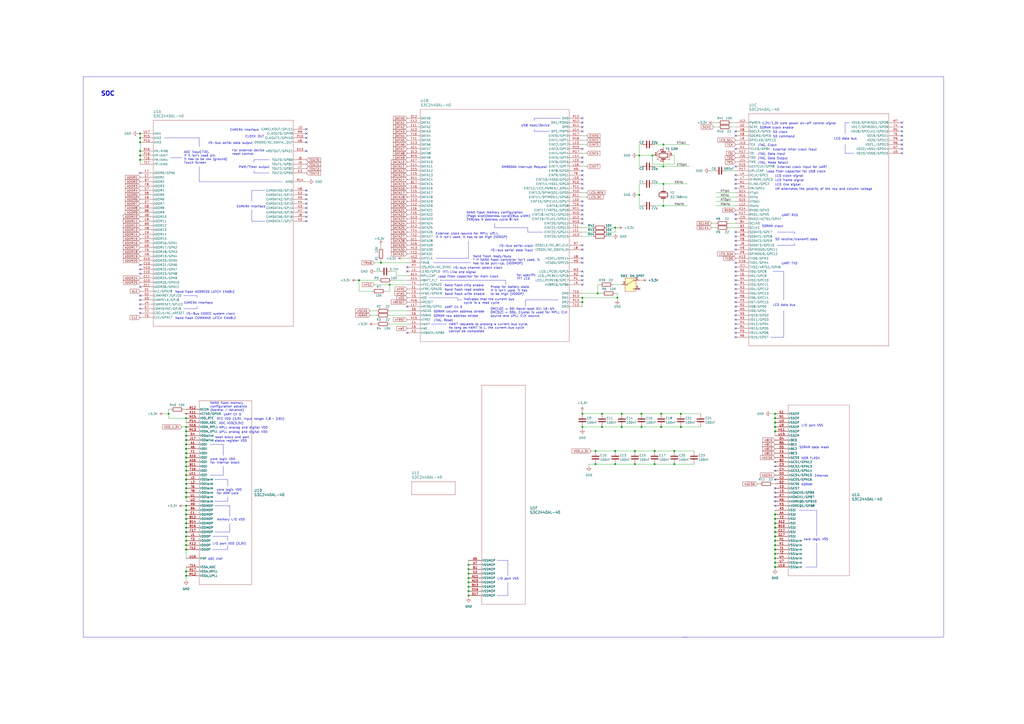
<source format=kicad_sch>
(kicad_sch (version 20230121) (generator eeschema)
  (paper "A2")
  (lib_symbols
    (symbol "Device:C" (pin_numbers hide) (pin_names (offset 0.254))
      (property "Reference" "C" (at 0.635 2.54 0))
      (property "Value" "C" (at 0.635 -2.54 0))
      (symbol "C_1_1"
        (pin passive line (at 0 3.81 270) (length 2.794) (name "~") (number "1"))
        (pin passive line (at 0 -3.81 90) (length 2.794) (name "~") (number "2"))
      )
    )
    (symbol "Device:Crystal" (pin_numbers hide) (pin_names (offset 1.016) hide)
      (property "Reference" "Y" (at 0 3.81 0))
      (property "Value" "Crystal" (at 0 -3.81 0))
      (symbol "Crystal_1_1"
        (pin passive line (at -3.81 0 0) (length 1.27) (name "1") (number "1"))
        (pin passive line (at 3.81 0 180) (length 1.27) (name "2") (number "2"))
      )
    )
    (symbol "Device:Crystal_GND24" (pin_names (offset 1.016) hide)
      (property "Reference" "Y" (at 3.175 5.08 0))
      (property "Value" "Crystal_GND24" (at 3.175 3.175 0))
      (symbol "Crystal_GND24_1_1"
        (pin passive line (at -3.81 0 0) (length 1.27) (name "1") (number "1"))
        (pin passive line (at 0 5.08 270) (length 1.27) (name "2") (number "2"))
        (pin passive line (at 3.81 0 180) (length 1.27) (name "3") (number "3"))
        (pin passive line (at 0 -5.08 90) (length 1.27) (name "4") (number "4"))
      )
    )
    (symbol "Device:R" (pin_numbers hide) (pin_names (offset 0))
      (property "Reference" "R" (at 2.032 0 90))
      (property "Value" "R" (at 0 0 90))
      (symbol "R_1_1"
        (pin passive line (at 0 3.81 270) (length 1.27) (name "~") (number "1"))
        (pin passive line (at 0 -3.81 90) (length 1.27) (name "~") (number "2"))
      )
    )
    (symbol "S3C2440AL-40:S3C2440AL-40" (pin_names (offset 0.254))
      (property "Reference" "U1" (at 39.37 -46.99 0))
      (property "Value" "S3C2440AL-40" (at 39.37 -49.53 0))
      (symbol "S3C2440AL-40_1_1"
        (pin bidirectional line (at 0 -48.26 0) (length 7.62) (name "ADDR10") (number "A8"))
        (pin bidirectional line (at 0 -27.94 0) (length 7.62) (name "ADDR2") (number "B7"))
        (pin bidirectional line (at 0 -45.72 0) (length 7.62) (name "ADDR9") (number "B8"))
        (pin bidirectional line (at 0 -53.34 0) (length 7.62) (name "ADDR12") (number "B9"))
        (pin bidirectional line (at 0 -76.2 0) (length 7.62) (name "ADDR21/GPA6") (number "C10"))
        (pin bidirectional line (at 0 -83.82 0) (length 7.62) (name "ADDR24/GPA9") (number "C11"))
        (pin bidirectional line (at 0 -33.02 0) (length 7.62) (name "ADDR4") (number "C7"))
        (pin bidirectional line (at 0 -50.8 0) (length 7.62) (name "ADDR11") (number "C8"))
        (pin bidirectional line (at 0 -60.96 0) (length 7.62) (name "ADDR15") (number "C9"))
        (pin unspecified line (at 0 -91.44 0) (length 7.62) (name "ALE/GPA18") (number "D1"))
        (pin bidirectional line (at 0 -73.66 0) (length 7.62) (name "ADDR20/GPA5") (number "D10"))
        (pin bidirectional line (at 0 -88.9 0) (length 7.62) (name "ADDR26/GPA11") (number "D11"))
        (pin bidirectional line (at 0 -40.64 0) (length 7.62) (name "ADDR7") (number "D7"))
        (pin bidirectional line (at 0 -35.56 0) (length 7.62) (name "ADDR5") (number "D8"))
        (pin bidirectional line (at 0 -63.5 0) (length 7.62) (name "ADDR16/GPA1") (number "D9"))
        (pin bidirectional line (at 0 -81.28 0) (length 7.62) (name "ADDR23/GPA8") (number "E10"))
        (pin bidirectional line (at 0 -25.4 0) (length 7.62) (name "ADDR1") (number "E7"))
        (pin bidirectional line (at 0 -38.1 0) (length 7.62) (name "ADDR6") (number "E8"))
        (pin bidirectional line (at 0 -58.42 0) (length 7.62) (name "ADDR14") (number "E9"))
        (pin unspecified line (at 0 -106.68 0) (length 7.62) (name "CLE/GPA17") (number "F5"))
        (pin bidirectional line (at 0 -22.86 0) (length 7.62) (name "ADDR0/GPA0") (number "F7"))
        (pin bidirectional line (at 0 -30.48 0) (length 7.62) (name "ADDR3") (number "F8"))
        (pin bidirectional line (at 0 -68.58 0) (length 7.62) (name "ADDR18/GPA3") (number "F9"))
        (pin bidirectional line (at 0 -86.36 0) (length 7.62) (name "ADDR25/GPA10") (number "G10"))
        (pin unspecified line (at 0 -93.98 0) (length 7.62) (name "CAMHREF/GPJ10") (number "G2"))
        (pin bidirectional line (at 96.52 -35.56 180) (length 7.62) (name "CAMDATA1/GPJ1") (number "G3"))
        (pin unspecified line (at 0 -96.52 0) (length 7.62) (name "CAMPCLK/GPJ8") (number "G5"))
        (pin unspecified line (at 0 -101.6 0) (length 7.62) (name "CAMVSYNC/GPJ9") (number "G7"))
        (pin bidirectional line (at 0 -43.18 0) (length 7.62) (name "ADDR8") (number "G8"))
        (pin bidirectional line (at 0 -66.04 0) (length 7.62) (name "ADDR17/GPA2") (number "G9"))
        (pin bidirectional line (at 0 -78.74 0) (length 7.62) (name "ADDR22/GPA7") (number "H10"))
        (pin bidirectional line (at 96.52 -50.8 180) (length 7.62) (name "CAMDATA7/GPJ7") (number "H2"))
        (pin bidirectional line (at 96.52 -43.18 180) (length 7.62) (name "CAMDATA4/GPJ4") (number "H3"))
        (pin bidirectional line (at 96.52 -40.64 180) (length 7.62) (name "CAMDATA3/GPJ3") (number "H4"))
        (pin bidirectional line (at 96.52 -38.1 180) (length 7.62) (name "CAMDATA2/GPJ2") (number "H5"))
        (pin bidirectional line (at 96.52 -33.02 180) (length 7.62) (name "CAMDATA0/GPJ0") (number "H6"))
        (pin bidirectional line (at 96.52 -45.72 180) (length 7.62) (name "CAMDATA5/GPJ5") (number "H7"))
        (pin bidirectional line (at 0 -55.88 0) (length 7.62) (name "ADDR13") (number "H8"))
        (pin bidirectional line (at 0 -71.12 0) (length 7.62) (name "ADDR19/GPA4") (number "H9"))
        (pin output line (at 96.52 2.54 180) (length 7.62) (name "CAMCLKOUT/GPJ11") (number "J3"))
        (pin unspecified line (at 0 -99.06 0) (length 7.62) (name "CAMRESET/GPJ12") (number "J4"))
        (pin output line (at 96.52 -17.78 180) (length 7.62) (name "TOUT1/GPB1") (number "J5"))
        (pin output line (at 96.52 -15.24 180) (length 7.62) (name "TOUT0/GPB0") (number "J6"))
        (pin output line (at 96.52 -20.32 180) (length 7.62) (name "TOUT2/GPB2") (number "J7"))
        (pin bidirectional line (at 96.52 -48.26 180) (length 7.62) (name "CAMDATA6/GPJ6") (number "J8"))
        (pin output line (at 96.52 -22.86 180) (length 7.62) (name "TOUT3/GPB3") (number "K3"))
        (pin output line (at 96.52 -10.16 180) (length 7.62) (name "nRSTOUT/GPA21") (number "N13"))
        (pin output line (at 96.52 -2.54 180) (length 7.62) (name "CLKOUT1/GPH10") (number "P10"))
        (pin input line (at 0 -5.08 0) (length 7.62) (name "AIN3") (number "P15"))
        (pin input line (at 0 -12.7 0) (length 7.62) (name "XP/AIN7") (number "P16"))
        (pin bidirectional line (at 96.52 -27.94 180) (length 7.62) (name "AIN0") (number "R14"))
        (pin input line (at 0 -2.54 0) (length 7.62) (name "AIN2") (number "R15"))
        (pin input line (at 0 -10.16 0) (length 7.62) (name "XM/AIN6") (number "R16"))
        (pin output line (at 96.52 0 180) (length 7.62) (name "CLKOUT0/GPH9") (number "R9"))
        (pin input line (at 0 -15.24 0) (length 7.62) (name "YM/AIN4") (number "T16"))
        (pin input line (at 0 -17.78 0) (length 7.62) (name "YP/AIN5") (number "T17"))
        (pin unspecified line (at 0 -104.14 0) (length 7.62) (name "CDCLK/AC_nRESET") (number "T7"))
        (pin input line (at 0 0 0) (length 7.62) (name "AIN1") (number "U17"))
        (pin output line (at 96.52 -5.08 180) (length 7.62) (name "I2SSDO/AC_SDATA__OUT") (number "U6"))
      )
      (symbol "S3C2440AL-40_2_1"
        (pin bidirectional line (at 0 -7.62 0) (length 7.62) (name "DATA3") (number "A13"))
        (pin bidirectional line (at 0 -17.78 0) (length 7.62) (name "DATA7") (number "A14"))
        (pin bidirectional line (at 0 -25.4 0) (length 7.62) (name "DATA10") (number "A17"))
        (pin bidirectional line (at 0 -22.86 0) (length 7.62) (name "DATA9") (number "B15"))
        (pin bidirectional line (at 0 -38.1 0) (length 7.62) (name "DATA15") (number "B17"))
        (pin bidirectional line (at 0 -2.54 0) (length 7.62) (name "DATA1") (number "C12"))
        (pin bidirectional line (at 0 -15.24 0) (length 7.62) (name "DATA6") (number "C13"))
        (pin bidirectional line (at 0 -27.94 0) (length 7.62) (name "DATA11") (number "C14"))
        (pin bidirectional line (at 0 -33.02 0) (length 7.62) (name "DATA13") (number "C15"))
        (pin bidirectional line (at 0 -40.64 0) (length 7.62) (name "DATA16") (number "C16"))
        (pin unspecified line (at 0 -104.14 0) (length 7.62) (name "nOE") (number "C5"))
        (pin unspecified line (at 0 -114.3 0) (length 7.62) (name "nSRAS") (number "C6"))
        (pin bidirectional line (at 0 0 0) (length 7.62) (name "DATA0") (number "D12"))
        (pin bidirectional line (at 0 -20.32 0) (length 7.62) (name "DATA8") (number "D13"))
        (pin bidirectional line (at 0 -35.56 0) (length 7.62) (name "DATA14") (number "D14"))
        (pin bidirectional line (at 0 -30.48 0) (length 7.62) (name "DATA12") (number "D15"))
        (pin unspecified line (at 0 -111.76 0) (length 7.62) (name "nSCAS") (number "D6"))
        (pin unspecified line (at 0 -99.06 0) (length 7.62) (name "nFRE/GPA20") (number "E1"))
        (pin bidirectional line (at 0 -5.08 0) (length 7.62) (name "DATA2") (number "E11"))
        (pin bidirectional line (at 0 -50.8 0) (length 7.62) (name "DATA20") (number "E12"))
        (pin bidirectional line (at 0 -48.26 0) (length 7.62) (name "DATA19") (number "E13"))
        (pin bidirectional line (at 0 -45.72 0) (length 7.62) (name "DATA18") (number "E14"))
        (pin bidirectional line (at 0 -43.18 0) (length 7.62) (name "DATA17") (number "E15"))
        (pin bidirectional line (at 0 -53.34 0) (length 7.62) (name "DATA21") (number "E16"))
        (pin bidirectional line (at 0 -60.96 0) (length 7.62) (name "DATA24") (number "E17"))
        (pin unspecified line (at 0 -119.38 0) (length 7.62) (name "nWAIT") (number "E4"))
        (pin unspecified line (at 0 -121.92 0) (length 7.62) (name "nWE") (number "E6"))
        (pin bidirectional line (at 0 -10.16 0) (length 7.62) (name "DATA4") (number "F10"))
        (pin bidirectional line (at 0 -12.7 0) (length 7.62) (name "DATA5") (number "F11"))
        (pin bidirectional line (at 0 -68.58 0) (length 7.62) (name "DATA27") (number "F12"))
        (pin bidirectional line (at 0 -78.74 0) (length 7.62) (name "DATA31") (number "F13"))
        (pin bidirectional line (at 0 -66.04 0) (length 7.62) (name "DATA26") (number "F14"))
        (pin bidirectional line (at 0 -55.88 0) (length 7.62) (name "DATA22") (number "F15"))
        (pin unspecified line (at 0 -101.6 0) (length 7.62) (name "nFWE/GPA19") (number "F3"))
        (pin unspecified line (at 0 -96.52 0) (length 7.62) (name "nFCE/GPA22") (number "F4"))
        (pin bidirectional line (at 0 -71.12 0) (length 7.62) (name "DATA28") (number "G11"))
        (pin bidirectional line (at 0 -63.5 0) (length 7.62) (name "DATA25") (number "G12"))
        (pin bidirectional line (at 0 -58.42 0) (length 7.62) (name "DATA23") (number "G13"))
        (pin bidirectional line (at 0 -73.66 0) (length 7.62) (name "DATA29") (number "G16"))
        (pin unspecified line (at 0 -83.82 0) (length 7.62) (name "FRnB") (number "G6"))
        (pin unspecified line (at 0 -81.28 0) (length 7.62) (name "EXTCLK") (number "H12"))
        (pin bidirectional line (at 0 -76.2 0) (length 7.62) (name "DATA30") (number "H13"))
        (pin unspecified line (at 0 -93.98 0) (length 7.62) (name "nBATT_FLT") (number "H14"))
        (pin unspecified line (at 0 -116.84 0) (length 7.62) (name "nTRST") (number "H15"))
        (pin unspecified line (at 0 -106.68 0) (length 7.62) (name "nRESET") (number "H16"))
        (pin bidirectional line (at 101.6 -35.56 180) (length 7.62) (name "EINT10/nSS0/GPG2") (number "J10"))
        (pin bidirectional line (at 101.6 -43.18 180) (length 7.62) (name "EINT13/SPIMISO1/GPG5") (number "K10"))
        (pin unspecified line (at 0 -124.46 0) (length 7.62) (name "nXBACK/GPB5") (number "K2"))
        (pin unspecified line (at 0 -88.9 0) (length 7.62) (name "LEND/GPC0") (number "L1"))
        (pin bidirectional line (at 101.6 -48.26 180) (length 7.62) (name "EINT15/SPICLK1/GPG7") (number "L10"))
        (pin bidirectional line (at 101.6 -66.04 180) (length 7.62) (name "EINT22/GPG14") (number "L11"))
        (pin bidirectional line (at 101.6 -15.24 180) (length 7.62) (name "EINT2/GPF2") (number "L13"))
        (pin bidirectional line (at 101.6 -22.86 180) (length 7.62) (name "EINT5/GPF5") (number "L14"))
        (pin bidirectional line (at 101.6 -25.4 180) (length 7.62) (name "EINT6/GPF6") (number "L15"))
        (pin bidirectional line (at 101.6 -27.94 180) (length 7.62) (name "EINT7/GPF7") (number "L16"))
        (pin unspecified line (at 0 -109.22 0) (length 7.62) (name "nRTS0/GPH1") (number "L17"))
        (pin unspecified line (at 101.6 -96.52 180) (length 7.62) (name "nXBREQ/GPB6") (number "L5"))
        (pin bidirectional line (at 101.6 -76.2 180) (length 7.62) (name "I2SSDI/AC_SDATA_IN") (number "L8"))
        (pin bidirectional line (at 101.6 -60.96 180) (length 7.62) (name "EINT20/GPG12") (number "M10"))
        (pin bidirectional line (at 101.6 -53.34 180) (length 7.62) (name "EINT17/nRTS1/GPG9") (number "M11"))
        (pin bidirectional line (at 101.6 -17.78 180) (length 7.62) (name "EINT3/GPF3") (number "M15"))
        (pin bidirectional line (at 101.6 -12.7 180) (length 7.62) (name "EINT1/GPF1") (number "M16"))
        (pin bidirectional line (at 101.6 -20.32 180) (length 7.62) (name "EINT4/GPF4") (number "M17"))
        (pin unspecified line (at 101.6 -91.44 180) (length 7.62) (name "LCD_LPCREV/GPC6") (number "M2"))
        (pin unspecified line (at 101.6 -88.9 180) (length 7.62) (name "LCD_LPCOE/GPC5") (number "M3"))
        (pin unspecified line (at 101.6 -83.82 180) (length 7.62) (name "IICSDA/GPE15") (number "M9"))
        (pin bidirectional line (at 101.6 -55.88 180) (length 7.62) (name "EINT18/nCTS1/GPG10") (number "N10"))
        (pin bidirectional line (at 101.6 -5.08 180) (length 7.62) (name "DP0") (number "N11"))
        (pin bidirectional line (at 101.6 -2.54 180) (length 7.62) (name "DN1/PDN0") (number "N12"))
        (pin unspecified line (at 0 -91.44 0) (length 7.62) (name "MPLLCAP") (number "N14"))
        (pin bidirectional line (at 101.6 -10.16 180) (length 7.62) (name "EINT0/GPF0") (number "N17"))
        (pin bidirectional line (at 101.6 -30.48 180) (length 7.62) (name "EINT8/GPG0") (number "N9"))
        (pin unspecified line (at 101.6 -93.98 180) (length 7.62) (name "LCD_LPCREVB/GPC7") (number "P1"))
        (pin bidirectional line (at 101.6 -40.64 180) (length 7.62) (name "EINT12/LCD_PWREN/_GPG4") (number "P11"))
        (pin bidirectional line (at 101.6 0 180) (length 7.62) (name "DN0") (number "P12"))
        (pin bidirectional line (at 101.6 -106.68 180) (length 7.62) (name "OM2") (number "P13"))
        (pin bidirectional line (at 0 -86.36 0) (length 7.62) (name "I2SLRCK/AC_SYNC") (number "P7"))
        (pin bidirectional line (at 101.6 -38.1 180) (length 7.62) (name "EINT11/nSS1/GPG3") (number "R10"))
        (pin bidirectional line (at 101.6 -45.72 180) (length 7.62) (name "EINT14/SPIMOSI1/GPG6") (number "R11"))
        (pin bidirectional line (at 101.6 -104.14 180) (length 7.62) (name "OM1") (number "R13"))
        (pin bidirectional line (at 101.6 -73.66 180) (length 7.62) (name "I2SSCLK/AC_BIT_CLK") (number "R7"))
        (pin bidirectional line (at 101.6 -50.8 180) (length 7.62) (name "EINT16/GPG8") (number "T10"))
        (pin bidirectional line (at 101.6 -63.5 180) (length 7.62) (name "EINT21/GPG13") (number "T11"))
        (pin bidirectional line (at 101.6 -109.22 180) (length 7.62) (name "OM3") (number "T13"))
        (pin bidirectional line (at 101.6 -101.6 180) (length 7.62) (name "OM0") (number "T15"))
        (pin bidirectional line (at 101.6 -33.02 180) (length 7.62) (name "EINT9/GPG1") (number "T9"))
        (pin bidirectional line (at 101.6 -58.42 180) (length 7.62) (name "EINT19/TCLK1/GPG11") (number "U12"))
        (pin bidirectional line (at 101.6 -68.58 180) (length 7.62) (name "EINT23/GPG15") (number "U13"))
        (pin bidirectional line (at 101.6 -7.62 180) (length 7.62) (name "DP1/PDP0") (number "U14"))
        (pin unspecified line (at 101.6 -81.28 180) (length 7.62) (name "IICSCL/GPE14") (number "U8"))
      )
      (symbol "S3C2440AL-40_3_1"
        (pin unspecified line (at 0 -2.54 0) (length 7.62) (name "SCKE") (number "A2"))
        (pin bidirectional line (at 0 -60.96 0) (length 7.62) (name "SCLK1") (number "B3"))
        (pin bidirectional line (at 0 -58.42 0) (length 7.62) (name "SCLK0") (number "B4"))
        (pin unspecified line (at 0 -40.64 0) (length 7.62) (name "XTIpll") (number "G14"))
        (pin unspecified line (at 0 -45.72 0) (length 7.62) (name "XTOpll") (number "G15"))
        (pin unspecified line (at 0 -17.78 0) (length 7.62) (name "TDI") (number "H17"))
        (pin bidirectional line (at 0 -83.82 0) (length 7.62) (name "TXD2/nRTS1/GPH6") (number "J11"))
        (pin unspecified line (at 0 0 0) (length 7.62) (name "PWREN") (number "J12"))
        (pin unspecified line (at 0 -12.7 0) (length 7.62) (name "TCK") (number "J13"))
        (pin unspecified line (at 0 -22.86 0) (length 7.62) (name "TMS") (number "J14"))
        (pin bidirectional line (at 0 -55.88 0) (length 7.62) (name "RXD2/nCTS1/GPH7") (number "J15"))
        (pin unspecified line (at 0 -20.32 0) (length 7.62) (name "TDO") (number "J16"))
        (pin bidirectional line (at 0 -71.12 0) (length 7.62) (name "SDDAT3/GPE10") (number "J9"))
        (pin bidirectional line (at 0 -78.74 0) (length 7.62) (name "TXD0/GPH2") (number "K13"))
        (pin bidirectional line (at 0 -50.8 0) (length 7.62) (name "RXD0/GPH3") (number "K14"))
        (pin unspecified line (at 0 -25.4 0) (length 7.62) (name "UEXTCLK/GPH8") (number "K15"))
        (pin bidirectional line (at 0 -81.28 0) (length 7.62) (name "TXD1/GPH4") (number "K16"))
        (pin bidirectional line (at 0 -53.34 0) (length 7.62) (name "RXD1/GPH5") (number "K17"))
        (pin unspecified line (at 0 -15.24 0) (length 7.62) (name "TCLK0/GPB4") (number "K4"))
        (pin unspecified line (at 0 -7.62 0) (length 7.62) (name "SDCMD/GPE6") (number "K8"))
        (pin unspecified line (at 0 -73.66 0) (length 7.62) (name "SPIMISO0/GPE11") (number "K9"))
        (pin unspecified line (at 0 -48.26 0) (length 7.62) (name "Xtortc") (number "L12"))
        (pin unspecified line (at 0 -30.48 0) (length 7.62) (name "VCLK/GPC1") (number "L4"))
        (pin bidirectional line (at 0 -88.9 0) (length 7.62) (name "VD1/GPC9") (number "L6"))
        (pin unspecified line (at 0 -33.02 0) (length 7.62) (name "VFRAME/GPC3") (number "L7"))
        (pin unspecified line (at 0 -10.16 0) (length 7.62) (name "SPICLK0/GPE13") (number "L9"))
        (pin unspecified line (at 0 -35.56 0) (length 7.62) (name "VLINE/GPC2") (number "M1"))
        (pin unspecified line (at 0 -43.18 0) (length 7.62) (name "Xtirtc") (number "M14"))
        (pin unspecified line (at 0 -38.1 0) (length 7.62) (name "VM/GPC4") (number "M4"))
        (pin bidirectional line (at 0 -109.22 0) (length 7.62) (name "VD9/GPD1") (number "M5"))
        (pin bidirectional line (at 0 -101.6 0) (length 7.62) (name "VD6/GPC14") (number "M6"))
        (pin bidirectional line (at 96.52 0 180) (length 7.62) (name "VD16/SPIMISO1/GPD8") (number "M7"))
        (pin bidirectional line (at 0 -66.04 0) (length 7.62) (name "SDDAT1/GPE8") (number "M8"))
        (pin bidirectional line (at 0 -86.36 0) (length 7.62) (name "VD0/GPC8") (number "N2"))
        (pin bidirectional line (at 0 -96.52 0) (length 7.62) (name "VD4/GPC12") (number "N3"))
        (pin bidirectional line (at 0 -91.44 0) (length 7.62) (name "VD2/GPC10") (number "N4"))
        (pin bidirectional line (at 0 -111.76 0) (length 7.62) (name "VD10/GPD2") (number "N5"))
        (pin bidirectional line (at 0 -124.46 0) (length 7.62) (name "VD15/GPD7") (number "N6"))
        (pin bidirectional line (at 96.52 -15.24 180) (length 7.62) (name "VD22/nSS1/GPD14") (number "N7"))
        (pin unspecified line (at 0 -5.08 0) (length 7.62) (name "SDCLK/GPE5") (number "N8"))
        (pin unspecified line (at 0 -27.94 0) (length 7.62) (name "UPLLCAP") (number "P17"))
        (pin bidirectional line (at 0 -99.06 0) (length 7.62) (name "VD5/GPC13") (number "P2"))
        (pin bidirectional line (at 0 -104.14 0) (length 7.62) (name "VD7/GPC15") (number "P3"))
        (pin bidirectional line (at 0 -116.84 0) (length 7.62) (name "VD12/GPD4") (number "P4"))
        (pin bidirectional line (at 0 -121.92 0) (length 7.62) (name "VD14/GPD6") (number "P5"))
        (pin bidirectional line (at 96.52 -10.16 180) (length 7.62) (name "VD20/GPD12") (number "P6"))
        (pin bidirectional line (at 0 -68.58 0) (length 7.62) (name "SDDAT2/GPE9") (number "P8"))
        (pin unspecified line (at 0 -76.2 0) (length 7.62) (name "SPIMOSI0/GPE12") (number "P9"))
        (pin bidirectional line (at 0 -93.98 0) (length 7.62) (name "VD3/GPC11") (number "R1"))
        (pin bidirectional line (at 0 -106.68 0) (length 7.62) (name "VD8/GPD0") (number "R2"))
        (pin bidirectional line (at 0 -114.3 0) (length 7.62) (name "VD11/GPD3") (number "R3"))
        (pin bidirectional line (at 0 -119.38 0) (length 7.62) (name "VD13/GPD5") (number "R4"))
        (pin bidirectional line (at 96.52 -5.08 180) (length 7.62) (name "VD18/SPICLK1/GPD10") (number "R5"))
        (pin bidirectional line (at 96.52 -12.7 180) (length 7.62) (name "VD21_/GPD13") (number "R6"))
        (pin bidirectional line (at 0 -63.5 0) (length 7.62) (name "SDDAT0/GPE7") (number "R8"))
        (pin bidirectional line (at 96.52 -2.54 180) (length 7.62) (name "VD17/SPIMOSI1/GPD9") (number "T4"))
        (pin bidirectional line (at 96.52 -7.62 180) (length 7.62) (name "VD19/GPD11") (number "T5"))
        (pin bidirectional line (at 96.52 -17.78 180) (length 7.62) (name "VD23/nSS0/GPD15") (number "U5"))
      )
      (symbol "S3C2440AL-40_4_1"
        (pin power_in line (at 0 -20.32 0) (length 7.62) (name "VDDi") (number "A1"))
        (pin power_in line (at 0 -27.94 0) (length 7.62) (name "VDDi") (number "A10"))
        (pin power_in line (at 0 -30.48 0) (length 7.62) (name "VDDi") (number "A16"))
        (pin power_in line (at 0 -22.86 0) (length 7.62) (name "VDDi") (number "A6"))
        (pin power_in line (at 0 -55.88 0) (length 7.62) (name "VDDMOP") (number "A9"))
        (pin power_in line (at 0 -33.02 0) (length 7.62) (name "VDDi") (number "B11"))
        (pin power_in line (at 0 -63.5 0) (length 7.62) (name "VDDMOP") (number "B12"))
        (pin power_in line (at 0 -66.04 0) (length 7.62) (name "VDDMOP") (number "B14"))
        (pin power_in line (at 0 -68.58 0) (length 7.62) (name "VDDMOP") (number "B16"))
        (pin power_in line (at 0 -58.42 0) (length 7.62) (name "VDDMOP") (number "B6"))
        (pin power_in line (at 0 -60.96 0) (length 7.62) (name "VDDMOP") (number "C1"))
        (pin power_in line (at 0 -25.4 0) (length 7.62) (name "VDDi") (number "F1"))
        (pin power_in line (at 0 -35.56 0) (length 7.62) (name "VDDi") (number "F16"))
        (pin power_in line (at 0 -71.12 0) (length 7.62) (name "VDDMOP") (number "F17"))
        (pin power_in line (at 0 -15.24 0) (length 7.62) (name "VDDalive") (number "G4"))
        (pin power_in line (at 0 -73.66 0) (length 7.62) (name "VDDOP") (number "J1"))
        (pin power_in line (at 0 -17.78 0) (length 7.62) (name "VDDalive") (number "J17"))
        (pin power_in line (at 0 -40.64 0) (length 7.62) (name "VDDiarm") (number "J2"))
        (pin no_connect line (at 0 -2.54 0) (length 7.62) (name "nCTS0/GPH0") (number "K11"))
        (pin power_in line (at 0 -78.74 0) (length 7.62) (name "VDDOP") (number "K12"))
        (pin power_in line (at 0 -43.18 0) (length 7.62) (name "VDDiarm") (number "L2"))
        (pin power_out line (at 0 -96.52 0) (length 7.62) (name "VSSA_UPLL") (number "M12"))
        (pin power_in line (at 0 -12.7 0) (length 7.62) (name "VDDA_UPLL") (number "M13"))
        (pin power_in line (at 0 -5.08 0) (length 7.62) (name "VDD_RTC") (number "N15"))
        (pin power_in line (at 0 -10.16 0) (length 7.62) (name "VDDA_MPLL") (number "N16"))
        (pin power_in line (at 0 -7.62 0) (length 7.62) (name "VDDA_ADC") (number "P14"))
        (pin input line (at 0 0 0) (length 7.62) (name "NCON") (number "R12"))
        (pin power_out line (at 0 -93.98 0) (length 7.62) (name "VSSA_MPLL") (number "R17"))
        (pin power_in line (at 0 -81.28 0) (length 7.62) (name "VDDOP") (number "T12"))
        (pin power_out line (at 0 -91.44 0) (length 7.62) (name "VSSA_ADC") (number "T14"))
        (pin power_in line (at 0 -76.2 0) (length 7.62) (name "VDDOP") (number "T3"))
        (pin power_in line (at 0 -45.72 0) (length 7.62) (name "VDDiarm") (number "T6"))
        (pin power_in line (at 0 -48.26 0) (length 7.62) (name "VDDiarm") (number "T8"))
        (pin power_in line (at 0 -50.8 0) (length 7.62) (name "VDDiarm") (number "U1"))
        (pin power_in line (at 0 -38.1 0) (length 7.62) (name "VDDi") (number "U11"))
        (pin power_in line (at 0 -86.36 0) (length 7.62) (name "Vref") (number "U16"))
        (pin power_in line (at 0 -53.34 0) (length 7.62) (name "VDDiarm") (number "U2"))
      )
      (symbol "S3C2440AL-40_6_1"
        (pin power_out line (at 0 -10.16 0) (length 7.62) (name "VSSMOP") (number "A11"))
        (pin power_out line (at 0 -12.7 0) (length 7.62) (name "VSSMOP") (number "A15"))
        (pin power_out line (at 0 0 0) (length 7.62) (name "VSSMOP") (number "A5"))
        (pin power_out line (at 0 -2.54 0) (length 7.62) (name "VSSMOP") (number "A7"))
        (pin power_out line (at 0 -5.08 0) (length 7.62) (name "VSSMOP") (number "B1"))
        (pin power_out line (at 0 -15.24 0) (length 7.62) (name "VSSMOP") (number "B13"))
        (pin power_out line (at 0 -17.78 0) (length 7.62) (name "VSSMOP") (number "D16"))
        (pin power_out line (at 0 -20.32 0) (length 7.62) (name "VSSMOP") (number "D17"))
        (pin power_out line (at 0 -7.62 0) (length 7.62) (name "VSSMOP") (number "E2"))
      )
      (symbol "S3C2440AL-40_7_1"
        (pin power_out line (at 0 -63.5 0) (length 7.62) (name "VSSi") (number "A12"))
        (pin power_out line (at 0 -55.88 0) (length 7.62) (name "VSSi") (number "A3"))
        (pin power_out line (at 0 -58.42 0) (length 7.62) (name "VSSi") (number "A4"))
        (pin power_out line (at 0 -66.04 0) (length 7.62) (name "VSSi") (number "B10"))
        (pin bidirectional line (at 0 -27.94 0) (length 7.62) (name "nGCS1/GPA12") (number "B2"))
        (pin bidirectional line (at 0 -17.78 0) (length 7.62) (name "nBE1") (number "B5"))
        (pin power_out line (at 0 -68.58 0) (length 7.62) (name "VSSi") (number "C17"))
        (pin bidirectional line (at 0 -38.1 0) (length 7.62) (name "nGCS5/GPA16") (number "C2"))
        (pin bidirectional line (at 0 -30.48 0) (length 7.62) (name "nGCS2/GPA13") (number "C3"))
        (pin bidirectional line (at 0 -33.02 0) (length 7.62) (name "nGCS3/GPA14") (number "C4"))
        (pin bidirectional line (at 0 -40.64 0) (length 7.62) (name "nGCS6") (number "D2"))
        (pin bidirectional line (at 0 -35.56 0) (length 7.62) (name "nGCS4/GPA15") (number "D3"))
        (pin bidirectional line (at 0 -15.24 0) (length 7.62) (name "nBE0") (number "D4"))
        (pin bidirectional line (at 0 -20.32 0) (length 7.62) (name "nBE2") (number "D5"))
        (pin bidirectional line (at 0 -43.18 0) (length 7.62) (name "nGCS7") (number "E3"))
        (pin bidirectional line (at 0 -22.86 0) (length 7.62) (name "nBE3") (number "E5"))
        (pin power_out line (at 0 -60.96 0) (length 7.62) (name "VSSi") (number "F2"))
        (pin bidirectional line (at 0 -25.4 0) (length 7.62) (name "nGCS0") (number "F6"))
        (pin power_out line (at 0 0 0) (length 7.62) (name "VSSOP") (number "G1"))
        (pin power_out line (at 0 -71.12 0) (length 7.62) (name "VSSi") (number "G17"))
        (pin power_out line (at 0 -73.66 0) (length 7.62) (name "VSSiarm") (number "H1"))
        (pin power_out line (at 0 -10.16 0) (length 7.62) (name "VSSOP") (number "H11"))
        (pin power_out line (at 0 -76.2 0) (length 7.62) (name "VSSiarm") (number "K1"))
        (pin bidirectional line (at 0 -53.34 0) (length 7.62) (name "nXDREQ1/GPB8") (number "K5"))
        (pin bidirectional line (at 0 -50.8 0) (length 7.62) (name "nXDREQ0/GPB10") (number "K6"))
        (pin bidirectional line (at 0 -48.26 0) (length 7.62) (name "nXDACK1/GPB7") (number "K7"))
        (pin bidirectional line (at 0 -45.72 0) (length 7.62) (name "nXDACK0/GPB9") (number "L3"))
        (pin power_out line (at 0 -2.54 0) (length 7.62) (name "VSSOP") (number "N1"))
        (pin power_out line (at 0 -78.74 0) (length 7.62) (name "VSSiarm") (number "T1"))
        (pin power_out line (at 0 -81.28 0) (length 7.62) (name "VSSiarm") (number "T2"))
        (pin power_out line (at 0 -88.9 0) (length 7.62) (name "VSSiarm") (number "U10"))
        (pin power_out line (at 0 -12.7 0) (length 7.62) (name "VSSOP") (number "U15"))
        (pin power_out line (at 0 -5.08 0) (length 7.62) (name "VSSOP") (number "U3"))
        (pin power_out line (at 0 -83.82 0) (length 7.62) (name "VSSiarm") (number "U4"))
        (pin power_out line (at 0 -86.36 0) (length 7.62) (name "VSSiarm") (number "U7"))
        (pin power_out line (at 0 -7.62 0) (length 7.62) (name "VSSOP") (number "U9"))
      )
    )
    (symbol "S3C2440AL-40_1" (pin_names (offset 0.254))
      (property "Reference" "U1" (at 39.37 -46.99 0))
      (property "Value" "S3C2440AL-40" (at 39.37 -49.53 0))
      (symbol "S3C2440AL-40_1_1_1"
        (pin bidirectional line (at 0 -48.26 0) (length 7.62) (name "ADDR10") (number "A8"))
        (pin bidirectional line (at 0 -27.94 0) (length 7.62) (name "ADDR2") (number "B7"))
        (pin bidirectional line (at 0 -45.72 0) (length 7.62) (name "ADDR9") (number "B8"))
        (pin bidirectional line (at 0 -53.34 0) (length 7.62) (name "ADDR12") (number "B9"))
        (pin bidirectional line (at 0 -76.2 0) (length 7.62) (name "ADDR21/GPA6") (number "C10"))
        (pin bidirectional line (at 0 -83.82 0) (length 7.62) (name "ADDR24/GPA9") (number "C11"))
        (pin bidirectional line (at 0 -33.02 0) (length 7.62) (name "ADDR4") (number "C7"))
        (pin bidirectional line (at 0 -50.8 0) (length 7.62) (name "ADDR11") (number "C8"))
        (pin bidirectional line (at 0 -60.96 0) (length 7.62) (name "ADDR15") (number "C9"))
        (pin unspecified line (at 0 -91.44 0) (length 7.62) (name "ALE/GPA18") (number "D1"))
        (pin bidirectional line (at 0 -73.66 0) (length 7.62) (name "ADDR20/GPA5") (number "D10"))
        (pin bidirectional line (at 0 -88.9 0) (length 7.62) (name "ADDR26/GPA11") (number "D11"))
        (pin bidirectional line (at 0 -40.64 0) (length 7.62) (name "ADDR7") (number "D7"))
        (pin bidirectional line (at 0 -35.56 0) (length 7.62) (name "ADDR5") (number "D8"))
        (pin bidirectional line (at 0 -63.5 0) (length 7.62) (name "ADDR16/GPA1") (number "D9"))
        (pin bidirectional line (at 0 -81.28 0) (length 7.62) (name "ADDR23/GPA8") (number "E10"))
        (pin bidirectional line (at 0 -25.4 0) (length 7.62) (name "ADDR1") (number "E7"))
        (pin bidirectional line (at 0 -38.1 0) (length 7.62) (name "ADDR6") (number "E8"))
        (pin bidirectional line (at 0 -58.42 0) (length 7.62) (name "ADDR14") (number "E9"))
        (pin unspecified line (at 0 -106.68 0) (length 7.62) (name "CLE/GPA17") (number "F5"))
        (pin bidirectional line (at 0 -22.86 0) (length 7.62) (name "ADDR0/GPA0") (number "F7"))
        (pin bidirectional line (at 0 -30.48 0) (length 7.62) (name "ADDR3") (number "F8"))
        (pin bidirectional line (at 0 -68.58 0) (length 7.62) (name "ADDR18/GPA3") (number "F9"))
        (pin bidirectional line (at 0 -86.36 0) (length 7.62) (name "ADDR25/GPA10") (number "G10"))
        (pin unspecified line (at 0 -93.98 0) (length 7.62) (name "CAMHREF/GPJ10") (number "G2"))
        (pin bidirectional line (at 96.52 -35.56 180) (length 7.62) (name "CAMDATA1/GPJ1") (number "G3"))
        (pin unspecified line (at 0 -96.52 0) (length 7.62) (name "CAMPCLK/GPJ8") (number "G5"))
        (pin unspecified line (at 0 -101.6 0) (length 7.62) (name "CAMVSYNC/GPJ9") (number "G7"))
        (pin bidirectional line (at 0 -43.18 0) (length 7.62) (name "ADDR8") (number "G8"))
        (pin bidirectional line (at 0 -66.04 0) (length 7.62) (name "ADDR17/GPA2") (number "G9"))
        (pin bidirectional line (at 0 -78.74 0) (length 7.62) (name "ADDR22/GPA7") (number "H10"))
        (pin bidirectional line (at 96.52 -50.8 180) (length 7.62) (name "CAMDATA7/GPJ7") (number "H2"))
        (pin bidirectional line (at 96.52 -43.18 180) (length 7.62) (name "CAMDATA4/GPJ4") (number "H3"))
        (pin bidirectional line (at 96.52 -40.64 180) (length 7.62) (name "CAMDATA3/GPJ3") (number "H4"))
        (pin bidirectional line (at 96.52 -38.1 180) (length 7.62) (name "CAMDATA2/GPJ2") (number "H5"))
        (pin bidirectional line (at 96.52 -33.02 180) (length 7.62) (name "CAMDATA0/GPJ0") (number "H6"))
        (pin bidirectional line (at 96.52 -45.72 180) (length 7.62) (name "CAMDATA5/GPJ5") (number "H7"))
        (pin bidirectional line (at 0 -55.88 0) (length 7.62) (name "ADDR13") (number "H8"))
        (pin bidirectional line (at 0 -71.12 0) (length 7.62) (name "ADDR19/GPA4") (number "H9"))
        (pin output line (at 96.52 2.54 180) (length 7.62) (name "CAMCLKOUT/GPJ11") (number "J3"))
        (pin unspecified line (at 0 -99.06 0) (length 7.62) (name "CAMRESET/GPJ12") (number "J4"))
        (pin output line (at 96.52 -17.78 180) (length 7.62) (name "TOUT1/GPB1") (number "J5"))
        (pin output line (at 96.52 -15.24 180) (length 7.62) (name "TOUT0/GPB0") (number "J6"))
        (pin output line (at 96.52 -20.32 180) (length 7.62) (name "TOUT2/GPB2") (number "J7"))
        (pin bidirectional line (at 96.52 -48.26 180) (length 7.62) (name "CAMDATA6/GPJ6") (number "J8"))
        (pin output line (at 96.52 -22.86 180) (length 7.62) (name "TOUT3/GPB3") (number "K3"))
        (pin output line (at 96.52 -10.16 180) (length 7.62) (name "nRSTOUT/GPA21") (number "N13"))
        (pin output line (at 96.52 -2.54 180) (length 7.62) (name "CLKOUT1/GPH10") (number "P10"))
        (pin input line (at 0 -5.08 0) (length 7.62) (name "AIN3") (number "P15"))
        (pin input line (at 0 -12.7 0) (length 7.62) (name "XP/AIN7") (number "P16"))
        (pin bidirectional line (at 96.52 -27.94 180) (length 7.62) (name "AIN0") (number "R14"))
        (pin input line (at 0 -2.54 0) (length 7.62) (name "AIN2") (number "R15"))
        (pin input line (at 0 -10.16 0) (length 7.62) (name "XM/AIN6") (number "R16"))
        (pin output line (at 96.52 0 180) (length 7.62) (name "CLKOUT0/GPH9") (number "R9"))
        (pin input line (at 0 -15.24 0) (length 7.62) (name "YM/AIN4") (number "T16"))
        (pin input line (at 0 -17.78 0) (length 7.62) (name "YP/AIN5") (number "T17"))
        (pin unspecified line (at 0 -104.14 0) (length 7.62) (name "CDCLK/AC_nRESET") (number "T7"))
        (pin input line (at 0 0 0) (length 7.62) (name "AIN1") (number "U17"))
        (pin output line (at 96.52 -5.08 180) (length 7.62) (name "I2SSDO/AC_SDATA__OUT") (number "U6"))
      )
      (symbol "S3C2440AL-40_1_2_1"
        (pin bidirectional line (at 0 -7.62 0) (length 7.62) (name "DATA3") (number "A13"))
        (pin bidirectional line (at 0 -17.78 0) (length 7.62) (name "DATA7") (number "A14"))
        (pin bidirectional line (at 0 -25.4 0) (length 7.62) (name "DATA10") (number "A17"))
        (pin bidirectional line (at 0 -22.86 0) (length 7.62) (name "DATA9") (number "B15"))
        (pin bidirectional line (at 0 -38.1 0) (length 7.62) (name "DATA15") (number "B17"))
        (pin bidirectional line (at 0 -2.54 0) (length 7.62) (name "DATA1") (number "C12"))
        (pin bidirectional line (at 0 -15.24 0) (length 7.62) (name "DATA6") (number "C13"))
        (pin bidirectional line (at 0 -27.94 0) (length 7.62) (name "DATA11") (number "C14"))
        (pin bidirectional line (at 0 -33.02 0) (length 7.62) (name "DATA13") (number "C15"))
        (pin bidirectional line (at 0 -40.64 0) (length 7.62) (name "DATA16") (number "C16"))
        (pin unspecified line (at 0 -104.14 0) (length 7.62) (name "nOE") (number "C5"))
        (pin unspecified line (at 0 -114.3 0) (length 7.62) (name "nSRAS") (number "C6"))
        (pin bidirectional line (at 0 0 0) (length 7.62) (name "DATA0") (number "D12"))
        (pin bidirectional line (at 0 -20.32 0) (length 7.62) (name "DATA8") (number "D13"))
        (pin bidirectional line (at 0 -35.56 0) (length 7.62) (name "DATA14") (number "D14"))
        (pin bidirectional line (at 0 -30.48 0) (length 7.62) (name "DATA12") (number "D15"))
        (pin unspecified line (at 0 -111.76 0) (length 7.62) (name "nSCAS") (number "D6"))
        (pin unspecified line (at 0 -99.06 0) (length 7.62) (name "nFRE/GPA20") (number "E1"))
        (pin bidirectional line (at 0 -5.08 0) (length 7.62) (name "DATA2") (number "E11"))
        (pin bidirectional line (at 0 -50.8 0) (length 7.62) (name "DATA20") (number "E12"))
        (pin bidirectional line (at 0 -48.26 0) (length 7.62) (name "DATA19") (number "E13"))
        (pin bidirectional line (at 0 -45.72 0) (length 7.62) (name "DATA18") (number "E14"))
        (pin bidirectional line (at 0 -43.18 0) (length 7.62) (name "DATA17") (number "E15"))
        (pin bidirectional line (at 0 -53.34 0) (length 7.62) (name "DATA21") (number "E16"))
        (pin bidirectional line (at 0 -60.96 0) (length 7.62) (name "DATA24") (number "E17"))
        (pin unspecified line (at 0 -119.38 0) (length 7.62) (name "nWAIT") (number "E4"))
        (pin unspecified line (at 0 -121.92 0) (length 7.62) (name "nWE") (number "E6"))
        (pin bidirectional line (at 0 -10.16 0) (length 7.62) (name "DATA4") (number "F10"))
        (pin bidirectional line (at 0 -12.7 0) (length 7.62) (name "DATA5") (number "F11"))
        (pin bidirectional line (at 0 -68.58 0) (length 7.62) (name "DATA27") (number "F12"))
        (pin bidirectional line (at 0 -78.74 0) (length 7.62) (name "DATA31") (number "F13"))
        (pin bidirectional line (at 0 -66.04 0) (length 7.62) (name "DATA26") (number "F14"))
        (pin bidirectional line (at 0 -55.88 0) (length 7.62) (name "DATA22") (number "F15"))
        (pin unspecified line (at 0 -101.6 0) (length 7.62) (name "nFWE/GPA19") (number "F3"))
        (pin unspecified line (at 0 -96.52 0) (length 7.62) (name "nFCE/GPA22") (number "F4"))
        (pin bidirectional line (at 0 -71.12 0) (length 7.62) (name "DATA28") (number "G11"))
        (pin bidirectional line (at 0 -63.5 0) (length 7.62) (name "DATA25") (number "G12"))
        (pin bidirectional line (at 0 -58.42 0) (length 7.62) (name "DATA23") (number "G13"))
        (pin bidirectional line (at 0 -73.66 0) (length 7.62) (name "DATA29") (number "G16"))
        (pin unspecified line (at 0 -83.82 0) (length 7.62) (name "FRnB") (number "G6"))
        (pin unspecified line (at 0 -81.28 0) (length 7.62) (name "EXTCLK") (number "H12"))
        (pin bidirectional line (at 0 -76.2 0) (length 7.62) (name "DATA30") (number "H13"))
        (pin unspecified line (at 0 -93.98 0) (length 7.62) (name "nBATT_FLT") (number "H14"))
        (pin unspecified line (at 0 -116.84 0) (length 7.62) (name "nTRST") (number "H15"))
        (pin unspecified line (at 0 -106.68 0) (length 7.62) (name "nRESET") (number "H16"))
        (pin bidirectional line (at 101.6 -35.56 180) (length 7.62) (name "EINT10/nSS0/GPG2") (number "J10"))
        (pin bidirectional line (at 101.6 -43.18 180) (length 7.62) (name "EINT13/SPIMISO1/GPG5") (number "K10"))
        (pin unspecified line (at 0 -124.46 0) (length 7.62) (name "nXBACK/GPB5") (number "K2"))
        (pin unspecified line (at 0 -88.9 0) (length 7.62) (name "LEND/GPC0") (number "L1"))
        (pin bidirectional line (at 101.6 -48.26 180) (length 7.62) (name "EINT15/SPICLK1/GPG7") (number "L10"))
        (pin bidirectional line (at 101.6 -66.04 180) (length 7.62) (name "EINT22/GPG14") (number "L11"))
        (pin bidirectional line (at 101.6 -15.24 180) (length 7.62) (name "EINT2/GPF2") (number "L13"))
        (pin bidirectional line (at 101.6 -22.86 180) (length 7.62) (name "EINT5/GPF5") (number "L14"))
        (pin bidirectional line (at 101.6 -25.4 180) (length 7.62) (name "EINT6/GPF6") (number "L15"))
        (pin bidirectional line (at 101.6 -27.94 180) (length 7.62) (name "EINT7/GPF7") (number "L16"))
        (pin unspecified line (at 0 -109.22 0) (length 7.62) (name "nRTS0/GPH1") (number "L17"))
        (pin unspecified line (at 101.6 -96.52 180) (length 7.62) (name "nXBREQ/GPB6") (number "L5"))
        (pin bidirectional line (at 101.6 -76.2 180) (length 7.62) (name "I2SSDI/AC_SDATA_IN") (number "L8"))
        (pin bidirectional line (at 101.6 -60.96 180) (length 7.62) (name "EINT20/GPG12") (number "M10"))
        (pin bidirectional line (at 101.6 -53.34 180) (length 7.62) (name "EINT17/nRTS1/GPG9") (number "M11"))
        (pin bidirectional line (at 101.6 -17.78 180) (length 7.62) (name "EINT3/GPF3") (number "M15"))
        (pin bidirectional line (at 101.6 -12.7 180) (length 7.62) (name "EINT1/GPF1") (number "M16"))
        (pin bidirectional line (at 101.6 -20.32 180) (length 7.62) (name "EINT4/GPF4") (number "M17"))
        (pin unspecified line (at 101.6 -91.44 180) (length 7.62) (name "LCD_LPCREV/GPC6") (number "M2"))
        (pin unspecified line (at 101.6 -88.9 180) (length 7.62) (name "LCD_LPCOE/GPC5") (number "M3"))
        (pin unspecified line (at 101.6 -83.82 180) (length 7.62) (name "IICSDA/GPE15") (number "M9"))
        (pin bidirectional line (at 101.6 -55.88 180) (length 7.62) (name "EINT18/nCTS1/GPG10") (number "N10"))
        (pin bidirectional line (at 101.6 -5.08 180) (length 7.62) (name "DP0") (number "N11"))
        (pin bidirectional line (at 101.6 -2.54 180) (length 7.62) (name "DN1/PDN0") (number "N12"))
        (pin unspecified line (at 0 -91.44 0) (length 7.62) (name "MPLLCAP") (number "N14"))
        (pin bidirectional line (at 101.6 -10.16 180) (length 7.62) (name "EINT0/GPF0") (number "N17"))
        (pin bidirectional line (at 101.6 -30.48 180) (length 7.62) (name "EINT8/GPG0") (number "N9"))
        (pin unspecified line (at 101.6 -93.98 180) (length 7.62) (name "LCD_LPCREVB/GPC7") (number "P1"))
        (pin bidirectional line (at 101.6 -40.64 180) (length 7.62) (name "EINT12/LCD_PWREN/_GPG4") (number "P11"))
        (pin bidirectional line (at 101.6 0 180) (length 7.62) (name "DN0") (number "P12"))
        (pin bidirectional line (at 101.6 -106.68 180) (length 7.62) (name "OM2") (number "P13"))
        (pin bidirectional line (at 0 -86.36 0) (length 7.62) (name "I2SLRCK/AC_SYNC") (number "P7"))
        (pin bidirectional line (at 101.6 -38.1 180) (length 7.62) (name "EINT11/nSS1/GPG3") (number "R10"))
        (pin bidirectional line (at 101.6 -45.72 180) (length 7.62) (name "EINT14/SPIMOSI1/GPG6") (number "R11"))
        (pin bidirectional line (at 101.6 -104.14 180) (length 7.62) (name "OM1") (number "R13"))
        (pin bidirectional line (at 101.6 -73.66 180) (length 7.62) (name "I2SSCLK/AC_BIT_CLK") (number "R7"))
        (pin bidirectional line (at 101.6 -50.8 180) (length 7.62) (name "EINT16/GPG8") (number "T10"))
        (pin bidirectional line (at 101.6 -63.5 180) (length 7.62) (name "EINT21/GPG13") (number "T11"))
        (pin bidirectional line (at 101.6 -109.22 180) (length 7.62) (name "OM3") (number "T13"))
        (pin bidirectional line (at 101.6 -101.6 180) (length 7.62) (name "OM0") (number "T15"))
        (pin bidirectional line (at 101.6 -33.02 180) (length 7.62) (name "EINT9/GPG1") (number "T9"))
        (pin bidirectional line (at 101.6 -58.42 180) (length 7.62) (name "EINT19/TCLK1/GPG11") (number "U12"))
        (pin bidirectional line (at 101.6 -68.58 180) (length 7.62) (name "EINT23/GPG15") (number "U13"))
        (pin bidirectional line (at 101.6 -7.62 180) (length 7.62) (name "DP1/PDP0") (number "U14"))
        (pin unspecified line (at 101.6 -81.28 180) (length 7.62) (name "IICSCL/GPE14") (number "U8"))
      )
      (symbol "S3C2440AL-40_1_3_1"
        (pin unspecified line (at 0 -2.54 0) (length 7.62) (name "SCKE") (number "A2"))
        (pin bidirectional line (at 0 -60.96 0) (length 7.62) (name "SCLK1") (number "B3"))
        (pin bidirectional line (at 0 -58.42 0) (length 7.62) (name "SCLK0") (number "B4"))
        (pin unspecified line (at 0 -40.64 0) (length 7.62) (name "XTIpll") (number "G14"))
        (pin unspecified line (at 0 -45.72 0) (length 7.62) (name "XTOpll") (number "G15"))
        (pin unspecified line (at 0 -17.78 0) (length 7.62) (name "TDI") (number "H17"))
        (pin bidirectional line (at 0 -83.82 0) (length 7.62) (name "TXD2/nRTS1/GPH6") (number "J11"))
        (pin unspecified line (at 0 0 0) (length 7.62) (name "PWREN") (number "J12"))
        (pin unspecified line (at 0 -12.7 0) (length 7.62) (name "TCK") (number "J13"))
        (pin unspecified line (at 0 -22.86 0) (length 7.62) (name "TMS") (number "J14"))
        (pin bidirectional line (at 0 -55.88 0) (length 7.62) (name "RXD2/nCTS1/GPH7") (number "J15"))
        (pin unspecified line (at 0 -20.32 0) (length 7.62) (name "TDO") (number "J16"))
        (pin bidirectional line (at 0 -71.12 0) (length 7.62) (name "SDDAT3/GPE10") (number "J9"))
        (pin bidirectional line (at 0 -78.74 0) (length 7.62) (name "TXD0/GPH2") (number "K13"))
        (pin bidirectional line (at 0 -50.8 0) (length 7.62) (name "RXD0/GPH3") (number "K14"))
        (pin unspecified line (at 0 -25.4 0) (length 7.62) (name "UEXTCLK/GPH8") (number "K15"))
        (pin bidirectional line (at 0 -81.28 0) (length 7.62) (name "TXD1/GPH4") (number "K16"))
        (pin bidirectional line (at 0 -53.34 0) (length 7.62) (name "RXD1/GPH5") (number "K17"))
        (pin unspecified line (at 0 -15.24 0) (length 7.62) (name "TCLK0/GPB4") (number "K4"))
        (pin unspecified line (at 0 -7.62 0) (length 7.62) (name "SDCMD/GPE6") (number "K8"))
        (pin unspecified line (at 0 -73.66 0) (length 7.62) (name "SPIMISO0/GPE11") (number "K9"))
        (pin unspecified line (at 0 -48.26 0) (length 7.62) (name "Xtortc") (number "L12"))
        (pin unspecified line (at 0 -30.48 0) (length 7.62) (name "VCLK/GPC1") (number "L4"))
        (pin bidirectional line (at 0 -88.9 0) (length 7.62) (name "VD1/GPC9") (number "L6"))
        (pin unspecified line (at 0 -33.02 0) (length 7.62) (name "VFRAME/GPC3") (number "L7"))
        (pin unspecified line (at 0 -10.16 0) (length 7.62) (name "SPICLK0/GPE13") (number "L9"))
        (pin unspecified line (at 0 -35.56 0) (length 7.62) (name "VLINE/GPC2") (number "M1"))
        (pin unspecified line (at 0 -43.18 0) (length 7.62) (name "Xtirtc") (number "M14"))
        (pin unspecified line (at 0 -38.1 0) (length 7.62) (name "VM/GPC4") (number "M4"))
        (pin bidirectional line (at 0 -109.22 0) (length 7.62) (name "VD9/GPD1") (number "M5"))
        (pin bidirectional line (at 0 -101.6 0) (length 7.62) (name "VD6/GPC14") (number "M6"))
        (pin bidirectional line (at 96.52 0 180) (length 7.62) (name "VD16/SPIMISO1/GPD8") (number "M7"))
        (pin bidirectional line (at 0 -66.04 0) (length 7.62) (name "SDDAT1/GPE8") (number "M8"))
        (pin bidirectional line (at 0 -86.36 0) (length 7.62) (name "VD0/GPC8") (number "N2"))
        (pin bidirectional line (at 0 -96.52 0) (length 7.62) (name "VD4/GPC12") (number "N3"))
        (pin bidirectional line (at 0 -91.44 0) (length 7.62) (name "VD2/GPC10") (number "N4"))
        (pin bidirectional line (at 0 -111.76 0) (length 7.62) (name "VD10/GPD2") (number "N5"))
        (pin bidirectional line (at 0 -124.46 0) (length 7.62) (name "VD15/GPD7") (number "N6"))
        (pin bidirectional line (at 96.52 -15.24 180) (length 7.62) (name "VD22/nSS1/GPD14") (number "N7"))
        (pin unspecified line (at 0 -5.08 0) (length 7.62) (name "SDCLK/GPE5") (number "N8"))
        (pin unspecified line (at 0 -27.94 0) (length 7.62) (name "UPLLCAP") (number "P17"))
        (pin bidirectional line (at 0 -99.06 0) (length 7.62) (name "VD5/GPC13") (number "P2"))
        (pin bidirectional line (at 0 -104.14 0) (length 7.62) (name "VD7/GPC15") (number "P3"))
        (pin bidirectional line (at 0 -116.84 0) (length 7.62) (name "VD12/GPD4") (number "P4"))
        (pin bidirectional line (at 0 -121.92 0) (length 7.62) (name "VD14/GPD6") (number "P5"))
        (pin bidirectional line (at 96.52 -10.16 180) (length 7.62) (name "VD20/GPD12") (number "P6"))
        (pin bidirectional line (at 0 -68.58 0) (length 7.62) (name "SDDAT2/GPE9") (number "P8"))
        (pin unspecified line (at 0 -76.2 0) (length 7.62) (name "SPIMOSI0/GPE12") (number "P9"))
        (pin bidirectional line (at 0 -93.98 0) (length 7.62) (name "VD3/GPC11") (number "R1"))
        (pin bidirectional line (at 0 -106.68 0) (length 7.62) (name "VD8/GPD0") (number "R2"))
        (pin bidirectional line (at 0 -114.3 0) (length 7.62) (name "VD11/GPD3") (number "R3"))
        (pin bidirectional line (at 0 -119.38 0) (length 7.62) (name "VD13/GPD5") (number "R4"))
        (pin bidirectional line (at 96.52 -5.08 180) (length 7.62) (name "VD18/SPICLK1/GPD10") (number "R5"))
        (pin bidirectional line (at 96.52 -12.7 180) (length 7.62) (name "VD21_/GPD13") (number "R6"))
        (pin bidirectional line (at 0 -63.5 0) (length 7.62) (name "SDDAT0/GPE7") (number "R8"))
        (pin bidirectional line (at 96.52 -2.54 180) (length 7.62) (name "VD17/SPIMOSI1/GPD9") (number "T4"))
        (pin bidirectional line (at 96.52 -7.62 180) (length 7.62) (name "VD19/GPD11") (number "T5"))
        (pin bidirectional line (at 96.52 -17.78 180) (length 7.62) (name "VD23/nSS0/GPD15") (number "U5"))
      )
      (symbol "S3C2440AL-40_1_4_1"
        (pin power_in line (at 0 -20.32 0) (length 7.62) (name "VDDi") (number "A1"))
        (pin power_in line (at 0 -27.94 0) (length 7.62) (name "VDDi") (number "A10"))
        (pin power_in line (at 0 -30.48 0) (length 7.62) (name "VDDi") (number "A16"))
        (pin power_in line (at 0 -22.86 0) (length 7.62) (name "VDDi") (number "A6"))
        (pin power_in line (at 0 -55.88 0) (length 7.62) (name "VDDMOP") (number "A9"))
        (pin power_in line (at 0 -33.02 0) (length 7.62) (name "VDDi") (number "B11"))
        (pin power_in line (at 0 -63.5 0) (length 7.62) (name "VDDMOP") (number "B12"))
        (pin power_in line (at 0 -66.04 0) (length 7.62) (name "VDDMOP") (number "B14"))
        (pin power_in line (at 0 -68.58 0) (length 7.62) (name "VDDMOP") (number "B16"))
        (pin power_in line (at 0 -58.42 0) (length 7.62) (name "VDDMOP") (number "B6"))
        (pin power_in line (at 0 -60.96 0) (length 7.62) (name "VDDMOP") (number "C1"))
        (pin power_in line (at 0 -25.4 0) (length 7.62) (name "VDDi") (number "F1"))
        (pin power_in line (at 0 -35.56 0) (length 7.62) (name "VDDi") (number "F16"))
        (pin power_in line (at 0 -71.12 0) (length 7.62) (name "VDDMOP") (number "F17"))
        (pin power_in line (at 0 -15.24 0) (length 7.62) (name "VDDalive") (number "G4"))
        (pin power_in line (at 0 -73.66 0) (length 7.62) (name "VDDOP") (number "J1"))
        (pin power_in line (at 0 -17.78 0) (length 7.62) (name "VDDalive") (number "J17"))
        (pin power_in line (at 0 -40.64 0) (length 7.62) (name "VDDiarm") (number "J2"))
        (pin no_connect line (at 0 -2.54 0) (length 7.62) (name "nCTS0/GPH0") (number "K11"))
        (pin power_in line (at 0 -78.74 0) (length 7.62) (name "VDDOP") (number "K12"))
        (pin power_in line (at 0 -43.18 0) (length 7.62) (name "VDDiarm") (number "L2"))
        (pin power_out line (at 0 -96.52 0) (length 7.62) (name "VSSA_UPLL") (number "M12"))
        (pin power_in line (at 0 -12.7 0) (length 7.62) (name "VDDA_UPLL") (number "M13"))
        (pin power_in line (at 0 -5.08 0) (length 7.62) (name "VDD_RTC") (number "N15"))
        (pin power_in line (at 0 -10.16 0) (length 7.62) (name "VDDA_MPLL") (number "N16"))
        (pin power_in line (at 0 -7.62 0) (length 7.62) (name "VDDA_ADC") (number "P14"))
        (pin input line (at 0 0 0) (length 7.62) (name "NCON") (number "R12"))
        (pin power_out line (at 0 -93.98 0) (length 7.62) (name "VSSA_MPLL") (number "R17"))
        (pin power_in line (at 0 -81.28 0) (length 7.62) (name "VDDOP") (number "T12"))
        (pin power_out line (at 0 -91.44 0) (length 7.62) (name "VSSA_ADC") (number "T14"))
        (pin power_in line (at 0 -76.2 0) (length 7.62) (name "VDDOP") (number "T3"))
        (pin power_in line (at 0 -45.72 0) (length 7.62) (name "VDDiarm") (number "T6"))
        (pin power_in line (at 0 -48.26 0) (length 7.62) (name "VDDiarm") (number "T8"))
        (pin power_in line (at 0 -50.8 0) (length 7.62) (name "VDDiarm") (number "U1"))
        (pin power_in line (at 0 -38.1 0) (length 7.62) (name "VDDi") (number "U11"))
        (pin power_in line (at 0 -86.36 0) (length 7.62) (name "Vref") (number "U16"))
        (pin power_in line (at 0 -53.34 0) (length 7.62) (name "VDDiarm") (number "U2"))
      )
      (symbol "S3C2440AL-40_1_6_1"
        (pin power_out line (at 0 -10.16 0) (length 7.62) (name "VSSMOP") (number "A11"))
        (pin power_out line (at 0 -12.7 0) (length 7.62) (name "VSSMOP") (number "A15"))
        (pin power_out line (at 0 0 0) (length 7.62) (name "VSSMOP") (number "A5"))
        (pin power_out line (at 0 -2.54 0) (length 7.62) (name "VSSMOP") (number "A7"))
        (pin power_out line (at 0 -5.08 0) (length 7.62) (name "VSSMOP") (number "B1"))
        (pin power_out line (at 0 -15.24 0) (length 7.62) (name "VSSMOP") (number "B13"))
        (pin power_out line (at 0 -17.78 0) (length 7.62) (name "VSSMOP") (number "D16"))
        (pin power_out line (at 0 -20.32 0) (length 7.62) (name "VSSMOP") (number "D17"))
        (pin power_out line (at 0 -7.62 0) (length 7.62) (name "VSSMOP") (number "E2"))
      )
      (symbol "S3C2440AL-40_1_7_1"
        (pin power_out line (at 0 -63.5 0) (length 7.62) (name "VSSi") (number "A12"))
        (pin power_out line (at 0 -55.88 0) (length 7.62) (name "VSSi") (number "A3"))
        (pin power_out line (at 0 -58.42 0) (length 7.62) (name "VSSi") (number "A4"))
        (pin power_out line (at 0 -66.04 0) (length 7.62) (name "VSSi") (number "B10"))
        (pin bidirectional line (at 0 -27.94 0) (length 7.62) (name "nGCS1/GPA12") (number "B2"))
        (pin bidirectional line (at 0 -17.78 0) (length 7.62) (name "nBE1") (number "B5"))
        (pin power_out line (at 0 -68.58 0) (length 7.62) (name "VSSi") (number "C17"))
        (pin bidirectional line (at 0 -38.1 0) (length 7.62) (name "nGCS5/GPA16") (number "C2"))
        (pin bidirectional line (at 0 -30.48 0) (length 7.62) (name "nGCS2/GPA13") (number "C3"))
        (pin bidirectional line (at 0 -33.02 0) (length 7.62) (name "nGCS3/GPA14") (number "C4"))
        (pin bidirectional line (at 0 -40.64 0) (length 7.62) (name "nGCS6") (number "D2"))
        (pin bidirectional line (at 0 -35.56 0) (length 7.62) (name "nGCS4/GPA15") (number "D3"))
        (pin bidirectional line (at 0 -15.24 0) (length 7.62) (name "nBE0") (number "D4"))
        (pin bidirectional line (at 0 -20.32 0) (length 7.62) (name "nBE2") (number "D5"))
        (pin bidirectional line (at 0 -43.18 0) (length 7.62) (name "nGCS7") (number "E3"))
        (pin bidirectional line (at 0 -22.86 0) (length 7.62) (name "nBE3") (number "E5"))
        (pin power_out line (at 0 -60.96 0) (length 7.62) (name "VSSi") (number "F2"))
        (pin bidirectional line (at 0 -25.4 0) (length 7.62) (name "nGCS0") (number "F6"))
        (pin power_out line (at 0 0 0) (length 7.62) (name "VSSOP") (number "G1"))
        (pin power_out line (at 0 -71.12 0) (length 7.62) (name "VSSi") (number "G17"))
        (pin power_out line (at 0 -73.66 0) (length 7.62) (name "VSSiarm") (number "H1"))
        (pin power_out line (at 0 -10.16 0) (length 7.62) (name "VSSOP") (number "H11"))
        (pin power_out line (at 0 -76.2 0) (length 7.62) (name "VSSiarm") (number "K1"))
        (pin bidirectional line (at 0 -53.34 0) (length 7.62) (name "nXDREQ1/GPB8") (number "K5"))
        (pin bidirectional line (at 0 -50.8 0) (length 7.62) (name "nXDREQ0/GPB10") (number "K6"))
        (pin bidirectional line (at 0 -48.26 0) (length 7.62) (name "nXDACK1/GPB7") (number "K7"))
        (pin bidirectional line (at 0 -45.72 0) (length 7.62) (name "nXDACK0/GPB9") (number "L3"))
        (pin power_out line (at 0 -2.54 0) (length 7.62) (name "VSSOP") (number "N1"))
        (pin power_out line (at 0 -78.74 0) (length 7.62) (name "VSSiarm") (number "T1"))
        (pin power_out line (at 0 -81.28 0) (length 7.62) (name "VSSiarm") (number "T2"))
        (pin power_out line (at 0 -88.9 0) (length 7.62) (name "VSSiarm") (number "U10"))
        (pin power_out line (at 0 -12.7 0) (length 7.62) (name "VSSOP") (number "U15"))
        (pin power_out line (at 0 -5.08 0) (length 7.62) (name "VSSOP") (number "U3"))
        (pin power_out line (at 0 -83.82 0) (length 7.62) (name "VSSiarm") (number "U4"))
        (pin power_out line (at 0 -86.36 0) (length 7.62) (name "VSSiarm") (number "U7"))
        (pin power_out line (at 0 -7.62 0) (length 7.62) (name "VSSOP") (number "U9"))
      )
    )
    (symbol "S3C2440AL-40_2" (pin_names (offset 0.254))
      (property "Reference" "U1" (at 39.37 -46.99 0))
      (property "Value" "S3C2440AL-40" (at 39.37 -49.53 0))
      (symbol "S3C2440AL-40_2_1_1"
        (pin bidirectional line (at 0 -48.26 0) (length 7.62) (name "ADDR10") (number "A8"))
        (pin bidirectional line (at 0 -27.94 0) (length 7.62) (name "ADDR2") (number "B7"))
        (pin bidirectional line (at 0 -45.72 0) (length 7.62) (name "ADDR9") (number "B8"))
        (pin bidirectional line (at 0 -53.34 0) (length 7.62) (name "ADDR12") (number "B9"))
        (pin bidirectional line (at 0 -76.2 0) (length 7.62) (name "ADDR21/GPA6") (number "C10"))
        (pin bidirectional line (at 0 -83.82 0) (length 7.62) (name "ADDR24/GPA9") (number "C11"))
        (pin bidirectional line (at 0 -33.02 0) (length 7.62) (name "ADDR4") (number "C7"))
        (pin bidirectional line (at 0 -50.8 0) (length 7.62) (name "ADDR11") (number "C8"))
        (pin bidirectional line (at 0 -60.96 0) (length 7.62) (name "ADDR15") (number "C9"))
        (pin unspecified line (at 0 -91.44 0) (length 7.62) (name "ALE/GPA18") (number "D1"))
        (pin bidirectional line (at 0 -73.66 0) (length 7.62) (name "ADDR20/GPA5") (number "D10"))
        (pin bidirectional line (at 0 -88.9 0) (length 7.62) (name "ADDR26/GPA11") (number "D11"))
        (pin bidirectional line (at 0 -40.64 0) (length 7.62) (name "ADDR7") (number "D7"))
        (pin bidirectional line (at 0 -35.56 0) (length 7.62) (name "ADDR5") (number "D8"))
        (pin bidirectional line (at 0 -63.5 0) (length 7.62) (name "ADDR16/GPA1") (number "D9"))
        (pin bidirectional line (at 0 -81.28 0) (length 7.62) (name "ADDR23/GPA8") (number "E10"))
        (pin bidirectional line (at 0 -25.4 0) (length 7.62) (name "ADDR1") (number "E7"))
        (pin bidirectional line (at 0 -38.1 0) (length 7.62) (name "ADDR6") (number "E8"))
        (pin bidirectional line (at 0 -58.42 0) (length 7.62) (name "ADDR14") (number "E9"))
        (pin unspecified line (at 0 -106.68 0) (length 7.62) (name "CLE/GPA17") (number "F5"))
        (pin bidirectional line (at 0 -22.86 0) (length 7.62) (name "ADDR0/GPA0") (number "F7"))
        (pin bidirectional line (at 0 -30.48 0) (length 7.62) (name "ADDR3") (number "F8"))
        (pin bidirectional line (at 0 -68.58 0) (length 7.62) (name "ADDR18/GPA3") (number "F9"))
        (pin bidirectional line (at 0 -86.36 0) (length 7.62) (name "ADDR25/GPA10") (number "G10"))
        (pin unspecified line (at 0 -93.98 0) (length 7.62) (name "CAMHREF/GPJ10") (number "G2"))
        (pin bidirectional line (at 96.52 -35.56 180) (length 7.62) (name "CAMDATA1/GPJ1") (number "G3"))
        (pin unspecified line (at 0 -96.52 0) (length 7.62) (name "CAMPCLK/GPJ8") (number "G5"))
        (pin unspecified line (at 0 -101.6 0) (length 7.62) (name "CAMVSYNC/GPJ9") (number "G7"))
        (pin bidirectional line (at 0 -43.18 0) (length 7.62) (name "ADDR8") (number "G8"))
        (pin bidirectional line (at 0 -66.04 0) (length 7.62) (name "ADDR17/GPA2") (number "G9"))
        (pin bidirectional line (at 0 -78.74 0) (length 7.62) (name "ADDR22/GPA7") (number "H10"))
        (pin bidirectional line (at 96.52 -50.8 180) (length 7.62) (name "CAMDATA7/GPJ7") (number "H2"))
        (pin bidirectional line (at 96.52 -43.18 180) (length 7.62) (name "CAMDATA4/GPJ4") (number "H3"))
        (pin bidirectional line (at 96.52 -40.64 180) (length 7.62) (name "CAMDATA3/GPJ3") (number "H4"))
        (pin bidirectional line (at 96.52 -38.1 180) (length 7.62) (name "CAMDATA2/GPJ2") (number "H5"))
        (pin bidirectional line (at 96.52 -33.02 180) (length 7.62) (name "CAMDATA0/GPJ0") (number "H6"))
        (pin bidirectional line (at 96.52 -45.72 180) (length 7.62) (name "CAMDATA5/GPJ5") (number "H7"))
        (pin bidirectional line (at 0 -55.88 0) (length 7.62) (name "ADDR13") (number "H8"))
        (pin bidirectional line (at 0 -71.12 0) (length 7.62) (name "ADDR19/GPA4") (number "H9"))
        (pin output line (at 96.52 2.54 180) (length 7.62) (name "CAMCLKOUT/GPJ11") (number "J3"))
        (pin unspecified line (at 0 -99.06 0) (length 7.62) (name "CAMRESET/GPJ12") (number "J4"))
        (pin output line (at 96.52 -17.78 180) (length 7.62) (name "TOUT1/GPB1") (number "J5"))
        (pin output line (at 96.52 -15.24 180) (length 7.62) (name "TOUT0/GPB0") (number "J6"))
        (pin output line (at 96.52 -20.32 180) (length 7.62) (name "TOUT2/GPB2") (number "J7"))
        (pin bidirectional line (at 96.52 -48.26 180) (length 7.62) (name "CAMDATA6/GPJ6") (number "J8"))
        (pin output line (at 96.52 -22.86 180) (length 7.62) (name "TOUT3/GPB3") (number "K3"))
        (pin output line (at 96.52 -10.16 180) (length 7.62) (name "nRSTOUT/GPA21") (number "N13"))
        (pin output line (at 96.52 -2.54 180) (length 7.62) (name "CLKOUT1/GPH10") (number "P10"))
        (pin input line (at 0 -5.08 0) (length 7.62) (name "AIN3") (number "P15"))
        (pin input line (at 0 -12.7 0) (length 7.62) (name "XP/AIN7") (number "P16"))
        (pin bidirectional line (at 96.52 -27.94 180) (length 7.62) (name "AIN0") (number "R14"))
        (pin input line (at 0 -2.54 0) (length 7.62) (name "AIN2") (number "R15"))
        (pin input line (at 0 -10.16 0) (length 7.62) (name "XM/AIN6") (number "R16"))
        (pin output line (at 96.52 0 180) (length 7.62) (name "CLKOUT0/GPH9") (number "R9"))
        (pin input line (at 0 -15.24 0) (length 7.62) (name "YM/AIN4") (number "T16"))
        (pin input line (at 0 -17.78 0) (length 7.62) (name "YP/AIN5") (number "T17"))
        (pin unspecified line (at 0 -104.14 0) (length 7.62) (name "CDCLK/AC_nRESET") (number "T7"))
        (pin input line (at 0 0 0) (length 7.62) (name "AIN1") (number "U17"))
        (pin output line (at 96.52 -5.08 180) (length 7.62) (name "I2SSDO/AC_SDATA__OUT") (number "U6"))
      )
      (symbol "S3C2440AL-40_2_2_1"
        (pin bidirectional line (at 0 -7.62 0) (length 7.62) (name "DATA3") (number "A13"))
        (pin bidirectional line (at 0 -17.78 0) (length 7.62) (name "DATA7") (number "A14"))
        (pin bidirectional line (at 0 -25.4 0) (length 7.62) (name "DATA10") (number "A17"))
        (pin bidirectional line (at 0 -22.86 0) (length 7.62) (name "DATA9") (number "B15"))
        (pin bidirectional line (at 0 -38.1 0) (length 7.62) (name "DATA15") (number "B17"))
        (pin bidirectional line (at 0 -2.54 0) (length 7.62) (name "DATA1") (number "C12"))
        (pin bidirectional line (at 0 -15.24 0) (length 7.62) (name "DATA6") (number "C13"))
        (pin bidirectional line (at 0 -27.94 0) (length 7.62) (name "DATA11") (number "C14"))
        (pin bidirectional line (at 0 -33.02 0) (length 7.62) (name "DATA13") (number "C15"))
        (pin bidirectional line (at 0 -40.64 0) (length 7.62) (name "DATA16") (number "C16"))
        (pin unspecified line (at 0 -104.14 0) (length 7.62) (name "nOE") (number "C5"))
        (pin unspecified line (at 0 -114.3 0) (length 7.62) (name "nSRAS") (number "C6"))
        (pin bidirectional line (at 0 0 0) (length 7.62) (name "DATA0") (number "D12"))
        (pin bidirectional line (at 0 -20.32 0) (length 7.62) (name "DATA8") (number "D13"))
        (pin bidirectional line (at 0 -35.56 0) (length 7.62) (name "DATA14") (number "D14"))
        (pin bidirectional line (at 0 -30.48 0) (length 7.62) (name "DATA12") (number "D15"))
        (pin unspecified line (at 0 -111.76 0) (length 7.62) (name "nSCAS") (number "D6"))
        (pin unspecified line (at 0 -99.06 0) (length 7.62) (name "nFRE/GPA20") (number "E1"))
        (pin bidirectional line (at 0 -5.08 0) (length 7.62) (name "DATA2") (number "E11"))
        (pin bidirectional line (at 0 -50.8 0) (length 7.62) (name "DATA20") (number "E12"))
        (pin bidirectional line (at 0 -48.26 0) (length 7.62) (name "DATA19") (number "E13"))
        (pin bidirectional line (at 0 -45.72 0) (length 7.62) (name "DATA18") (number "E14"))
        (pin bidirectional line (at 0 -43.18 0) (length 7.62) (name "DATA17") (number "E15"))
        (pin bidirectional line (at 0 -53.34 0) (length 7.62) (name "DATA21") (number "E16"))
        (pin bidirectional line (at 0 -60.96 0) (length 7.62) (name "DATA24") (number "E17"))
        (pin unspecified line (at 0 -119.38 0) (length 7.62) (name "nWAIT") (number "E4"))
        (pin unspecified line (at 0 -121.92 0) (length 7.62) (name "nWE") (number "E6"))
        (pin bidirectional line (at 0 -10.16 0) (length 7.62) (name "DATA4") (number "F10"))
        (pin bidirectional line (at 0 -12.7 0) (length 7.62) (name "DATA5") (number "F11"))
        (pin bidirectional line (at 0 -68.58 0) (length 7.62) (name "DATA27") (number "F12"))
        (pin bidirectional line (at 0 -78.74 0) (length 7.62) (name "DATA31") (number "F13"))
        (pin bidirectional line (at 0 -66.04 0) (length 7.62) (name "DATA26") (number "F14"))
        (pin bidirectional line (at 0 -55.88 0) (length 7.62) (name "DATA22") (number "F15"))
        (pin unspecified line (at 0 -101.6 0) (length 7.62) (name "nFWE/GPA19") (number "F3"))
        (pin unspecified line (at 0 -96.52 0) (length 7.62) (name "nFCE/GPA22") (number "F4"))
        (pin bidirectional line (at 0 -71.12 0) (length 7.62) (name "DATA28") (number "G11"))
        (pin bidirectional line (at 0 -63.5 0) (length 7.62) (name "DATA25") (number "G12"))
        (pin bidirectional line (at 0 -58.42 0) (length 7.62) (name "DATA23") (number "G13"))
        (pin bidirectional line (at 0 -73.66 0) (length 7.62) (name "DATA29") (number "G16"))
        (pin unspecified line (at 0 -83.82 0) (length 7.62) (name "FRnB") (number "G6"))
        (pin unspecified line (at 0 -81.28 0) (length 7.62) (name "EXTCLK") (number "H12"))
        (pin bidirectional line (at 0 -76.2 0) (length 7.62) (name "DATA30") (number "H13"))
        (pin unspecified line (at 0 -93.98 0) (length 7.62) (name "nBATT_FLT") (number "H14"))
        (pin unspecified line (at 0 -116.84 0) (length 7.62) (name "nTRST") (number "H15"))
        (pin unspecified line (at 0 -106.68 0) (length 7.62) (name "nRESET") (number "H16"))
        (pin bidirectional line (at 101.6 -35.56 180) (length 7.62) (name "EINT10/nSS0/GPG2") (number "J10"))
        (pin bidirectional line (at 101.6 -43.18 180) (length 7.62) (name "EINT13/SPIMISO1/GPG5") (number "K10"))
        (pin unspecified line (at 0 -124.46 0) (length 7.62) (name "nXBACK/GPB5") (number "K2"))
        (pin unspecified line (at 0 -88.9 0) (length 7.62) (name "LEND/GPC0") (number "L1"))
        (pin bidirectional line (at 101.6 -48.26 180) (length 7.62) (name "EINT15/SPICLK1/GPG7") (number "L10"))
        (pin bidirectional line (at 101.6 -66.04 180) (length 7.62) (name "EINT22/GPG14") (number "L11"))
        (pin bidirectional line (at 101.6 -15.24 180) (length 7.62) (name "EINT2/GPF2") (number "L13"))
        (pin bidirectional line (at 101.6 -22.86 180) (length 7.62) (name "EINT5/GPF5") (number "L14"))
        (pin bidirectional line (at 101.6 -25.4 180) (length 7.62) (name "EINT6/GPF6") (number "L15"))
        (pin bidirectional line (at 101.6 -27.94 180) (length 7.62) (name "EINT7/GPF7") (number "L16"))
        (pin unspecified line (at 0 -109.22 0) (length 7.62) (name "nRTS0/GPH1") (number "L17"))
        (pin unspecified line (at 101.6 -96.52 180) (length 7.62) (name "nXBREQ/GPB6") (number "L5"))
        (pin bidirectional line (at 101.6 -76.2 180) (length 7.62) (name "I2SSDI/AC_SDATA_IN") (number "L8"))
        (pin bidirectional line (at 101.6 -60.96 180) (length 7.62) (name "EINT20/GPG12") (number "M10"))
        (pin bidirectional line (at 101.6 -53.34 180) (length 7.62) (name "EINT17/nRTS1/GPG9") (number "M11"))
        (pin bidirectional line (at 101.6 -17.78 180) (length 7.62) (name "EINT3/GPF3") (number "M15"))
        (pin bidirectional line (at 101.6 -12.7 180) (length 7.62) (name "EINT1/GPF1") (number "M16"))
        (pin bidirectional line (at 101.6 -20.32 180) (length 7.62) (name "EINT4/GPF4") (number "M17"))
        (pin unspecified line (at 101.6 -91.44 180) (length 7.62) (name "LCD_LPCREV/GPC6") (number "M2"))
        (pin unspecified line (at 101.6 -88.9 180) (length 7.62) (name "LCD_LPCOE/GPC5") (number "M3"))
        (pin unspecified line (at 101.6 -83.82 180) (length 7.62) (name "IICSDA/GPE15") (number "M9"))
        (pin bidirectional line (at 101.6 -55.88 180) (length 7.62) (name "EINT18/nCTS1/GPG10") (number "N10"))
        (pin bidirectional line (at 101.6 -5.08 180) (length 7.62) (name "DP0") (number "N11"))
        (pin bidirectional line (at 101.6 -2.54 180) (length 7.62) (name "DN1/PDN0") (number "N12"))
        (pin unspecified line (at 0 -91.44 0) (length 7.62) (name "MPLLCAP") (number "N14"))
        (pin bidirectional line (at 101.6 -10.16 180) (length 7.62) (name "EINT0/GPF0") (number "N17"))
        (pin bidirectional line (at 101.6 -30.48 180) (length 7.62) (name "EINT8/GPG0") (number "N9"))
        (pin unspecified line (at 101.6 -93.98 180) (length 7.62) (name "LCD_LPCREVB/GPC7") (number "P1"))
        (pin bidirectional line (at 101.6 -40.64 180) (length 7.62) (name "EINT12/LCD_PWREN/_GPG4") (number "P11"))
        (pin bidirectional line (at 101.6 0 180) (length 7.62) (name "DN0") (number "P12"))
        (pin bidirectional line (at 101.6 -106.68 180) (length 7.62) (name "OM2") (number "P13"))
        (pin bidirectional line (at 0 -86.36 0) (length 7.62) (name "I2SLRCK/AC_SYNC") (number "P7"))
        (pin bidirectional line (at 101.6 -38.1 180) (length 7.62) (name "EINT11/nSS1/GPG3") (number "R10"))
        (pin bidirectional line (at 101.6 -45.72 180) (length 7.62) (name "EINT14/SPIMOSI1/GPG6") (number "R11"))
        (pin bidirectional line (at 101.6 -104.14 180) (length 7.62) (name "OM1") (number "R13"))
        (pin bidirectional line (at 101.6 -73.66 180) (length 7.62) (name "I2SSCLK/AC_BIT_CLK") (number "R7"))
        (pin bidirectional line (at 101.6 -50.8 180) (length 7.62) (name "EINT16/GPG8") (number "T10"))
        (pin bidirectional line (at 101.6 -63.5 180) (length 7.62) (name "EINT21/GPG13") (number "T11"))
        (pin bidirectional line (at 101.6 -109.22 180) (length 7.62) (name "OM3") (number "T13"))
        (pin bidirectional line (at 101.6 -101.6 180) (length 7.62) (name "OM0") (number "T15"))
        (pin bidirectional line (at 101.6 -33.02 180) (length 7.62) (name "EINT9/GPG1") (number "T9"))
        (pin bidirectional line (at 101.6 -58.42 180) (length 7.62) (name "EINT19/TCLK1/GPG11") (number "U12"))
        (pin bidirectional line (at 101.6 -68.58 180) (length 7.62) (name "EINT23/GPG15") (number "U13"))
        (pin bidirectional line (at 101.6 -7.62 180) (length 7.62) (name "DP1/PDP0") (number "U14"))
        (pin unspecified line (at 101.6 -81.28 180) (length 7.62) (name "IICSCL/GPE14") (number "U8"))
      )
      (symbol "S3C2440AL-40_2_3_1"
        (pin unspecified line (at 0 -2.54 0) (length 7.62) (name "SCKE") (number "A2"))
        (pin bidirectional line (at 0 -60.96 0) (length 7.62) (name "SCLK1") (number "B3"))
        (pin bidirectional line (at 0 -58.42 0) (length 7.62) (name "SCLK0") (number "B4"))
        (pin unspecified line (at 0 -40.64 0) (length 7.62) (name "XTIpll") (number "G14"))
        (pin unspecified line (at 0 -45.72 0) (length 7.62) (name "XTOpll") (number "G15"))
        (pin unspecified line (at 0 -17.78 0) (length 7.62) (name "TDI") (number "H17"))
        (pin bidirectional line (at 0 -83.82 0) (length 7.62) (name "TXD2/nRTS1/GPH6") (number "J11"))
        (pin unspecified line (at 0 0 0) (length 7.62) (name "PWREN") (number "J12"))
        (pin unspecified line (at 0 -12.7 0) (length 7.62) (name "TCK") (number "J13"))
        (pin unspecified line (at 0 -22.86 0) (length 7.62) (name "TMS") (number "J14"))
        (pin bidirectional line (at 0 -55.88 0) (length 7.62) (name "RXD2/nCTS1/GPH7") (number "J15"))
        (pin unspecified line (at 0 -20.32 0) (length 7.62) (name "TDO") (number "J16"))
        (pin bidirectional line (at 0 -71.12 0) (length 7.62) (name "SDDAT3/GPE10") (number "J9"))
        (pin bidirectional line (at 0 -78.74 0) (length 7.62) (name "TXD0/GPH2") (number "K13"))
        (pin bidirectional line (at 0 -50.8 0) (length 7.62) (name "RXD0/GPH3") (number "K14"))
        (pin unspecified line (at 0 -25.4 0) (length 7.62) (name "UEXTCLK/GPH8") (number "K15"))
        (pin bidirectional line (at 0 -81.28 0) (length 7.62) (name "TXD1/GPH4") (number "K16"))
        (pin bidirectional line (at 0 -53.34 0) (length 7.62) (name "RXD1/GPH5") (number "K17"))
        (pin unspecified line (at 0 -15.24 0) (length 7.62) (name "TCLK0/GPB4") (number "K4"))
        (pin unspecified line (at 0 -7.62 0) (length 7.62) (name "SDCMD/GPE6") (number "K8"))
        (pin unspecified line (at 0 -73.66 0) (length 7.62) (name "SPIMISO0/GPE11") (number "K9"))
        (pin unspecified line (at 0 -48.26 0) (length 7.62) (name "Xtortc") (number "L12"))
        (pin unspecified line (at 0 -30.48 0) (length 7.62) (name "VCLK/GPC1") (number "L4"))
        (pin bidirectional line (at 0 -88.9 0) (length 7.62) (name "VD1/GPC9") (number "L6"))
        (pin unspecified line (at 0 -33.02 0) (length 7.62) (name "VFRAME/GPC3") (number "L7"))
        (pin unspecified line (at 0 -10.16 0) (length 7.62) (name "SPICLK0/GPE13") (number "L9"))
        (pin unspecified line (at 0 -35.56 0) (length 7.62) (name "VLINE/GPC2") (number "M1"))
        (pin unspecified line (at 0 -43.18 0) (length 7.62) (name "Xtirtc") (number "M14"))
        (pin unspecified line (at 0 -38.1 0) (length 7.62) (name "VM/GPC4") (number "M4"))
        (pin bidirectional line (at 0 -109.22 0) (length 7.62) (name "VD9/GPD1") (number "M5"))
        (pin bidirectional line (at 0 -101.6 0) (length 7.62) (name "VD6/GPC14") (number "M6"))
        (pin bidirectional line (at 96.52 0 180) (length 7.62) (name "VD16/SPIMISO1/GPD8") (number "M7"))
        (pin bidirectional line (at 0 -66.04 0) (length 7.62) (name "SDDAT1/GPE8") (number "M8"))
        (pin bidirectional line (at 0 -86.36 0) (length 7.62) (name "VD0/GPC8") (number "N2"))
        (pin bidirectional line (at 0 -96.52 0) (length 7.62) (name "VD4/GPC12") (number "N3"))
        (pin bidirectional line (at 0 -91.44 0) (length 7.62) (name "VD2/GPC10") (number "N4"))
        (pin bidirectional line (at 0 -111.76 0) (length 7.62) (name "VD10/GPD2") (number "N5"))
        (pin bidirectional line (at 0 -124.46 0) (length 7.62) (name "VD15/GPD7") (number "N6"))
        (pin bidirectional line (at 96.52 -15.24 180) (length 7.62) (name "VD22/nSS1/GPD14") (number "N7"))
        (pin unspecified line (at 0 -5.08 0) (length 7.62) (name "SDCLK/GPE5") (number "N8"))
        (pin unspecified line (at 0 -27.94 0) (length 7.62) (name "UPLLCAP") (number "P17"))
        (pin bidirectional line (at 0 -99.06 0) (length 7.62) (name "VD5/GPC13") (number "P2"))
        (pin bidirectional line (at 0 -104.14 0) (length 7.62) (name "VD7/GPC15") (number "P3"))
        (pin bidirectional line (at 0 -116.84 0) (length 7.62) (name "VD12/GPD4") (number "P4"))
        (pin bidirectional line (at 0 -121.92 0) (length 7.62) (name "VD14/GPD6") (number "P5"))
        (pin bidirectional line (at 96.52 -10.16 180) (length 7.62) (name "VD20/GPD12") (number "P6"))
        (pin bidirectional line (at 0 -68.58 0) (length 7.62) (name "SDDAT2/GPE9") (number "P8"))
        (pin unspecified line (at 0 -76.2 0) (length 7.62) (name "SPIMOSI0/GPE12") (number "P9"))
        (pin bidirectional line (at 0 -93.98 0) (length 7.62) (name "VD3/GPC11") (number "R1"))
        (pin bidirectional line (at 0 -106.68 0) (length 7.62) (name "VD8/GPD0") (number "R2"))
        (pin bidirectional line (at 0 -114.3 0) (length 7.62) (name "VD11/GPD3") (number "R3"))
        (pin bidirectional line (at 0 -119.38 0) (length 7.62) (name "VD13/GPD5") (number "R4"))
        (pin bidirectional line (at 96.52 -5.08 180) (length 7.62) (name "VD18/SPICLK1/GPD10") (number "R5"))
        (pin bidirectional line (at 96.52 -12.7 180) (length 7.62) (name "VD21_/GPD13") (number "R6"))
        (pin bidirectional line (at 0 -63.5 0) (length 7.62) (name "SDDAT0/GPE7") (number "R8"))
        (pin bidirectional line (at 96.52 -2.54 180) (length 7.62) (name "VD17/SPIMOSI1/GPD9") (number "T4"))
        (pin bidirectional line (at 96.52 -7.62 180) (length 7.62) (name "VD19/GPD11") (number "T5"))
        (pin bidirectional line (at 96.52 -17.78 180) (length 7.62) (name "VD23/nSS0/GPD15") (number "U5"))
      )
      (symbol "S3C2440AL-40_2_4_1"
        (pin power_in line (at 0 -20.32 0) (length 7.62) (name "VDDi") (number "A1"))
        (pin power_in line (at 0 -27.94 0) (length 7.62) (name "VDDi") (number "A10"))
        (pin power_in line (at 0 -30.48 0) (length 7.62) (name "VDDi") (number "A16"))
        (pin power_in line (at 0 -22.86 0) (length 7.62) (name "VDDi") (number "A6"))
        (pin power_in line (at 0 -55.88 0) (length 7.62) (name "VDDMOP") (number "A9"))
        (pin power_in line (at 0 -33.02 0) (length 7.62) (name "VDDi") (number "B11"))
        (pin power_in line (at 0 -63.5 0) (length 7.62) (name "VDDMOP") (number "B12"))
        (pin power_in line (at 0 -66.04 0) (length 7.62) (name "VDDMOP") (number "B14"))
        (pin power_in line (at 0 -68.58 0) (length 7.62) (name "VDDMOP") (number "B16"))
        (pin power_in line (at 0 -58.42 0) (length 7.62) (name "VDDMOP") (number "B6"))
        (pin power_in line (at 0 -60.96 0) (length 7.62) (name "VDDMOP") (number "C1"))
        (pin power_in line (at 0 -25.4 0) (length 7.62) (name "VDDi") (number "F1"))
        (pin power_in line (at 0 -35.56 0) (length 7.62) (name "VDDi") (number "F16"))
        (pin power_in line (at 0 -71.12 0) (length 7.62) (name "VDDMOP") (number "F17"))
        (pin power_in line (at 0 -15.24 0) (length 7.62) (name "VDDalive") (number "G4"))
        (pin power_in line (at 0 -73.66 0) (length 7.62) (name "VDDOP") (number "J1"))
        (pin power_in line (at 0 -17.78 0) (length 7.62) (name "VDDalive") (number "J17"))
        (pin power_in line (at 0 -40.64 0) (length 7.62) (name "VDDiarm") (number "J2"))
        (pin no_connect line (at 0 -2.54 0) (length 7.62) (name "nCTS0/GPH0") (number "K11"))
        (pin power_in line (at 0 -78.74 0) (length 7.62) (name "VDDOP") (number "K12"))
        (pin power_in line (at 0 -43.18 0) (length 7.62) (name "VDDiarm") (number "L2"))
        (pin power_out line (at 0 -96.52 0) (length 7.62) (name "VSSA_UPLL") (number "M12"))
        (pin power_in line (at 0 -12.7 0) (length 7.62) (name "VDDA_UPLL") (number "M13"))
        (pin power_in line (at 0 -5.08 0) (length 7.62) (name "VDD_RTC") (number "N15"))
        (pin power_in line (at 0 -10.16 0) (length 7.62) (name "VDDA_MPLL") (number "N16"))
        (pin power_in line (at 0 -7.62 0) (length 7.62) (name "VDDA_ADC") (number "P14"))
        (pin input line (at 0 0 0) (length 7.62) (name "NCON") (number "R12"))
        (pin power_out line (at 0 -93.98 0) (length 7.62) (name "VSSA_MPLL") (number "R17"))
        (pin power_in line (at 0 -81.28 0) (length 7.62) (name "VDDOP") (number "T12"))
        (pin power_out line (at 0 -91.44 0) (length 7.62) (name "VSSA_ADC") (number "T14"))
        (pin power_in line (at 0 -76.2 0) (length 7.62) (name "VDDOP") (number "T3"))
        (pin power_in line (at 0 -45.72 0) (length 7.62) (name "VDDiarm") (number "T6"))
        (pin power_in line (at 0 -48.26 0) (length 7.62) (name "VDDiarm") (number "T8"))
        (pin power_in line (at 0 -50.8 0) (length 7.62) (name "VDDiarm") (number "U1"))
        (pin power_in line (at 0 -38.1 0) (length 7.62) (name "VDDi") (number "U11"))
        (pin power_in line (at 0 -86.36 0) (length 7.62) (name "Vref") (number "U16"))
        (pin power_in line (at 0 -53.34 0) (length 7.62) (name "VDDiarm") (number "U2"))
      )
      (symbol "S3C2440AL-40_2_6_1"
        (pin power_out line (at 0 -10.16 0) (length 7.62) (name "VSSMOP") (number "A11"))
        (pin power_out line (at 0 -12.7 0) (length 7.62) (name "VSSMOP") (number "A15"))
        (pin power_out line (at 0 0 0) (length 7.62) (name "VSSMOP") (number "A5"))
        (pin power_out line (at 0 -2.54 0) (length 7.62) (name "VSSMOP") (number "A7"))
        (pin power_out line (at 0 -5.08 0) (length 7.62) (name "VSSMOP") (number "B1"))
        (pin power_out line (at 0 -15.24 0) (length 7.62) (name "VSSMOP") (number "B13"))
        (pin power_out line (at 0 -17.78 0) (length 7.62) (name "VSSMOP") (number "D16"))
        (pin power_out line (at 0 -20.32 0) (length 7.62) (name "VSSMOP") (number "D17"))
        (pin power_out line (at 0 -7.62 0) (length 7.62) (name "VSSMOP") (number "E2"))
      )
      (symbol "S3C2440AL-40_2_7_1"
        (pin power_out line (at 0 -63.5 0) (length 7.62) (name "VSSi") (number "A12"))
        (pin power_out line (at 0 -55.88 0) (length 7.62) (name "VSSi") (number "A3"))
        (pin power_out line (at 0 -58.42 0) (length 7.62) (name "VSSi") (number "A4"))
        (pin power_out line (at 0 -66.04 0) (length 7.62) (name "VSSi") (number "B10"))
        (pin bidirectional line (at 0 -27.94 0) (length 7.62) (name "nGCS1/GPA12") (number "B2"))
        (pin bidirectional line (at 0 -17.78 0) (length 7.62) (name "nBE1") (number "B5"))
        (pin power_out line (at 0 -68.58 0) (length 7.62) (name "VSSi") (number "C17"))
        (pin bidirectional line (at 0 -38.1 0) (length 7.62) (name "nGCS5/GPA16") (number "C2"))
        (pin bidirectional line (at 0 -30.48 0) (length 7.62) (name "nGCS2/GPA13") (number "C3"))
        (pin bidirectional line (at 0 -33.02 0) (length 7.62) (name "nGCS3/GPA14") (number "C4"))
        (pin bidirectional line (at 0 -40.64 0) (length 7.62) (name "nGCS6") (number "D2"))
        (pin bidirectional line (at 0 -35.56 0) (length 7.62) (name "nGCS4/GPA15") (number "D3"))
        (pin bidirectional line (at 0 -15.24 0) (length 7.62) (name "nBE0") (number "D4"))
        (pin bidirectional line (at 0 -20.32 0) (length 7.62) (name "nBE2") (number "D5"))
        (pin bidirectional line (at 0 -43.18 0) (length 7.62) (name "nGCS7") (number "E3"))
        (pin bidirectional line (at 0 -22.86 0) (length 7.62) (name "nBE3") (number "E5"))
        (pin power_out line (at 0 -60.96 0) (length 7.62) (name "VSSi") (number "F2"))
        (pin bidirectional line (at 0 -25.4 0) (length 7.62) (name "nGCS0") (number "F6"))
        (pin power_out line (at 0 0 0) (length 7.62) (name "VSSOP") (number "G1"))
        (pin power_out line (at 0 -71.12 0) (length 7.62) (name "VSSi") (number "G17"))
        (pin power_out line (at 0 -73.66 0) (length 7.62) (name "VSSiarm") (number "H1"))
        (pin power_out line (at 0 -10.16 0) (length 7.62) (name "VSSOP") (number "H11"))
        (pin power_out line (at 0 -76.2 0) (length 7.62) (name "VSSiarm") (number "K1"))
        (pin bidirectional line (at 0 -53.34 0) (length 7.62) (name "nXDREQ1/GPB8") (number "K5"))
        (pin bidirectional line (at 0 -50.8 0) (length 7.62) (name "nXDREQ0/GPB10") (number "K6"))
        (pin bidirectional line (at 0 -48.26 0) (length 7.62) (name "nXDACK1/GPB7") (number "K7"))
        (pin bidirectional line (at 0 -45.72 0) (length 7.62) (name "nXDACK0/GPB9") (number "L3"))
        (pin power_out line (at 0 -2.54 0) (length 7.62) (name "VSSOP") (number "N1"))
        (pin power_out line (at 0 -78.74 0) (length 7.62) (name "VSSiarm") (number "T1"))
        (pin power_out line (at 0 -81.28 0) (length 7.62) (name "VSSiarm") (number "T2"))
        (pin power_out line (at 0 -88.9 0) (length 7.62) (name "VSSiarm") (number "U10"))
        (pin power_out line (at 0 -12.7 0) (length 7.62) (name "VSSOP") (number "U15"))
        (pin power_out line (at 0 -5.08 0) (length 7.62) (name "VSSOP") (number "U3"))
        (pin power_out line (at 0 -83.82 0) (length 7.62) (name "VSSiarm") (number "U4"))
        (pin power_out line (at 0 -86.36 0) (length 7.62) (name "VSSiarm") (number "U7"))
        (pin power_out line (at 0 -7.62 0) (length 7.62) (name "VSSOP") (number "U9"))
      )
    )
    (symbol "S3C2440AL-40_3" (pin_names (offset 0.254))
      (property "Reference" "U1" (at 39.37 -46.99 0))
      (property "Value" "S3C2440AL-40" (at 39.37 -49.53 0))
      (symbol "S3C2440AL-40_3_1_1"
        (pin bidirectional line (at 0 -48.26 0) (length 7.62) (name "ADDR10") (number "A8"))
        (pin bidirectional line (at 0 -27.94 0) (length 7.62) (name "ADDR2") (number "B7"))
        (pin bidirectional line (at 0 -45.72 0) (length 7.62) (name "ADDR9") (number "B8"))
        (pin bidirectional line (at 0 -53.34 0) (length 7.62) (name "ADDR12") (number "B9"))
        (pin bidirectional line (at 0 -76.2 0) (length 7.62) (name "ADDR21/GPA6") (number "C10"))
        (pin bidirectional line (at 0 -83.82 0) (length 7.62) (name "ADDR24/GPA9") (number "C11"))
        (pin bidirectional line (at 0 -33.02 0) (length 7.62) (name "ADDR4") (number "C7"))
        (pin bidirectional line (at 0 -50.8 0) (length 7.62) (name "ADDR11") (number "C8"))
        (pin bidirectional line (at 0 -60.96 0) (length 7.62) (name "ADDR15") (number "C9"))
        (pin unspecified line (at 0 -91.44 0) (length 7.62) (name "ALE/GPA18") (number "D1"))
        (pin bidirectional line (at 0 -73.66 0) (length 7.62) (name "ADDR20/GPA5") (number "D10"))
        (pin bidirectional line (at 0 -88.9 0) (length 7.62) (name "ADDR26/GPA11") (number "D11"))
        (pin bidirectional line (at 0 -40.64 0) (length 7.62) (name "ADDR7") (number "D7"))
        (pin bidirectional line (at 0 -35.56 0) (length 7.62) (name "ADDR5") (number "D8"))
        (pin bidirectional line (at 0 -63.5 0) (length 7.62) (name "ADDR16/GPA1") (number "D9"))
        (pin bidirectional line (at 0 -81.28 0) (length 7.62) (name "ADDR23/GPA8") (number "E10"))
        (pin bidirectional line (at 0 -25.4 0) (length 7.62) (name "ADDR1") (number "E7"))
        (pin bidirectional line (at 0 -38.1 0) (length 7.62) (name "ADDR6") (number "E8"))
        (pin bidirectional line (at 0 -58.42 0) (length 7.62) (name "ADDR14") (number "E9"))
        (pin unspecified line (at 0 -106.68 0) (length 7.62) (name "CLE/GPA17") (number "F5"))
        (pin bidirectional line (at 0 -22.86 0) (length 7.62) (name "ADDR0/GPA0") (number "F7"))
        (pin bidirectional line (at 0 -30.48 0) (length 7.62) (name "ADDR3") (number "F8"))
        (pin bidirectional line (at 0 -68.58 0) (length 7.62) (name "ADDR18/GPA3") (number "F9"))
        (pin bidirectional line (at 0 -86.36 0) (length 7.62) (name "ADDR25/GPA10") (number "G10"))
        (pin unspecified line (at 0 -93.98 0) (length 7.62) (name "CAMHREF/GPJ10") (number "G2"))
        (pin bidirectional line (at 96.52 -35.56 180) (length 7.62) (name "CAMDATA1/GPJ1") (number "G3"))
        (pin unspecified line (at 0 -96.52 0) (length 7.62) (name "CAMPCLK/GPJ8") (number "G5"))
        (pin unspecified line (at 0 -101.6 0) (length 7.62) (name "CAMVSYNC/GPJ9") (number "G7"))
        (pin bidirectional line (at 0 -43.18 0) (length 7.62) (name "ADDR8") (number "G8"))
        (pin bidirectional line (at 0 -66.04 0) (length 7.62) (name "ADDR17/GPA2") (number "G9"))
        (pin bidirectional line (at 0 -78.74 0) (length 7.62) (name "ADDR22/GPA7") (number "H10"))
        (pin bidirectional line (at 96.52 -50.8 180) (length 7.62) (name "CAMDATA7/GPJ7") (number "H2"))
        (pin bidirectional line (at 96.52 -43.18 180) (length 7.62) (name "CAMDATA4/GPJ4") (number "H3"))
        (pin bidirectional line (at 96.52 -40.64 180) (length 7.62) (name "CAMDATA3/GPJ3") (number "H4"))
        (pin bidirectional line (at 96.52 -38.1 180) (length 7.62) (name "CAMDATA2/GPJ2") (number "H5"))
        (pin bidirectional line (at 96.52 -33.02 180) (length 7.62) (name "CAMDATA0/GPJ0") (number "H6"))
        (pin bidirectional line (at 96.52 -45.72 180) (length 7.62) (name "CAMDATA5/GPJ5") (number "H7"))
        (pin bidirectional line (at 0 -55.88 0) (length 7.62) (name "ADDR13") (number "H8"))
        (pin bidirectional line (at 0 -71.12 0) (length 7.62) (name "ADDR19/GPA4") (number "H9"))
        (pin output line (at 96.52 2.54 180) (length 7.62) (name "CAMCLKOUT/GPJ11") (number "J3"))
        (pin unspecified line (at 0 -99.06 0) (length 7.62) (name "CAMRESET/GPJ12") (number "J4"))
        (pin output line (at 96.52 -17.78 180) (length 7.62) (name "TOUT1/GPB1") (number "J5"))
        (pin output line (at 96.52 -15.24 180) (length 7.62) (name "TOUT0/GPB0") (number "J6"))
        (pin output line (at 96.52 -20.32 180) (length 7.62) (name "TOUT2/GPB2") (number "J7"))
        (pin bidirectional line (at 96.52 -48.26 180) (length 7.62) (name "CAMDATA6/GPJ6") (number "J8"))
        (pin output line (at 96.52 -22.86 180) (length 7.62) (name "TOUT3/GPB3") (number "K3"))
        (pin output line (at 96.52 -10.16 180) (length 7.62) (name "nRSTOUT/GPA21") (number "N13"))
        (pin output line (at 96.52 -2.54 180) (length 7.62) (name "CLKOUT1/GPH10") (number "P10"))
        (pin input line (at 0 -5.08 0) (length 7.62) (name "AIN3") (number "P15"))
        (pin input line (at 0 -12.7 0) (length 7.62) (name "XP/AIN7") (number "P16"))
        (pin bidirectional line (at 96.52 -27.94 180) (length 7.62) (name "AIN0") (number "R14"))
        (pin input line (at 0 -2.54 0) (length 7.62) (name "AIN2") (number "R15"))
        (pin input line (at 0 -10.16 0) (length 7.62) (name "XM/AIN6") (number "R16"))
        (pin output line (at 96.52 0 180) (length 7.62) (name "CLKOUT0/GPH9") (number "R9"))
        (pin input line (at 0 -15.24 0) (length 7.62) (name "YM/AIN4") (number "T16"))
        (pin input line (at 0 -17.78 0) (length 7.62) (name "YP/AIN5") (number "T17"))
        (pin unspecified line (at 0 -104.14 0) (length 7.62) (name "CDCLK/AC_nRESET") (number "T7"))
        (pin input line (at 0 0 0) (length 7.62) (name "AIN1") (number "U17"))
        (pin output line (at 96.52 -5.08 180) (length 7.62) (name "I2SSDO/AC_SDATA__OUT") (number "U6"))
      )
      (symbol "S3C2440AL-40_3_2_1"
        (pin bidirectional line (at 0 -7.62 0) (length 7.62) (name "DATA3") (number "A13"))
        (pin bidirectional line (at 0 -17.78 0) (length 7.62) (name "DATA7") (number "A14"))
        (pin bidirectional line (at 0 -25.4 0) (length 7.62) (name "DATA10") (number "A17"))
        (pin bidirectional line (at 0 -22.86 0) (length 7.62) (name "DATA9") (number "B15"))
        (pin bidirectional line (at 0 -38.1 0) (length 7.62) (name "DATA15") (number "B17"))
        (pin bidirectional line (at 0 -2.54 0) (length 7.62) (name "DATA1") (number "C12"))
        (pin bidirectional line (at 0 -15.24 0) (length 7.62) (name "DATA6") (number "C13"))
        (pin bidirectional line (at 0 -27.94 0) (length 7.62) (name "DATA11") (number "C14"))
        (pin bidirectional line (at 0 -33.02 0) (length 7.62) (name "DATA13") (number "C15"))
        (pin bidirectional line (at 0 -40.64 0) (length 7.62) (name "DATA16") (number "C16"))
        (pin unspecified line (at 0 -104.14 0) (length 7.62) (name "nOE") (number "C5"))
        (pin unspecified line (at 0 -114.3 0) (length 7.62) (name "nSRAS") (number "C6"))
        (pin bidirectional line (at 0 0 0) (length 7.62) (name "DATA0") (number "D12"))
        (pin bidirectional line (at 0 -20.32 0) (length 7.62) (name "DATA8") (number "D13"))
        (pin bidirectional line (at 0 -35.56 0) (length 7.62) (name "DATA14") (number "D14"))
        (pin bidirectional line (at 0 -30.48 0) (length 7.62) (name "DATA12") (number "D15"))
        (pin unspecified line (at 0 -111.76 0) (length 7.62) (name "nSCAS") (number "D6"))
        (pin unspecified line (at 0 -99.06 0) (length 7.62) (name "nFRE/GPA20") (number "E1"))
        (pin bidirectional line (at 0 -5.08 0) (length 7.62) (name "DATA2") (number "E11"))
        (pin bidirectional line (at 0 -50.8 0) (length 7.62) (name "DATA20") (number "E12"))
        (pin bidirectional line (at 0 -48.26 0) (length 7.62) (name "DATA19") (number "E13"))
        (pin bidirectional line (at 0 -45.72 0) (length 7.62) (name "DATA18") (number "E14"))
        (pin bidirectional line (at 0 -43.18 0) (length 7.62) (name "DATA17") (number "E15"))
        (pin bidirectional line (at 0 -53.34 0) (length 7.62) (name "DATA21") (number "E16"))
        (pin bidirectional line (at 0 -60.96 0) (length 7.62) (name "DATA24") (number "E17"))
        (pin unspecified line (at 0 -119.38 0) (length 7.62) (name "nWAIT") (number "E4"))
        (pin unspecified line (at 0 -121.92 0) (length 7.62) (name "nWE") (number "E6"))
        (pin bidirectional line (at 0 -10.16 0) (length 7.62) (name "DATA4") (number "F10"))
        (pin bidirectional line (at 0 -12.7 0) (length 7.62) (name "DATA5") (number "F11"))
        (pin bidirectional line (at 0 -68.58 0) (length 7.62) (name "DATA27") (number "F12"))
        (pin bidirectional line (at 0 -78.74 0) (length 7.62) (name "DATA31") (number "F13"))
        (pin bidirectional line (at 0 -66.04 0) (length 7.62) (name "DATA26") (number "F14"))
        (pin bidirectional line (at 0 -55.88 0) (length 7.62) (name "DATA22") (number "F15"))
        (pin unspecified line (at 0 -101.6 0) (length 7.62) (name "nFWE/GPA19") (number "F3"))
        (pin unspecified line (at 0 -96.52 0) (length 7.62) (name "nFCE/GPA22") (number "F4"))
        (pin bidirectional line (at 0 -71.12 0) (length 7.62) (name "DATA28") (number "G11"))
        (pin bidirectional line (at 0 -63.5 0) (length 7.62) (name "DATA25") (number "G12"))
        (pin bidirectional line (at 0 -58.42 0) (length 7.62) (name "DATA23") (number "G13"))
        (pin bidirectional line (at 0 -73.66 0) (length 7.62) (name "DATA29") (number "G16"))
        (pin unspecified line (at 0 -83.82 0) (length 7.62) (name "FRnB") (number "G6"))
        (pin unspecified line (at 0 -81.28 0) (length 7.62) (name "EXTCLK") (number "H12"))
        (pin bidirectional line (at 0 -76.2 0) (length 7.62) (name "DATA30") (number "H13"))
        (pin unspecified line (at 0 -93.98 0) (length 7.62) (name "nBATT_FLT") (number "H14"))
        (pin unspecified line (at 0 -116.84 0) (length 7.62) (name "nTRST") (number "H15"))
        (pin unspecified line (at 0 -106.68 0) (length 7.62) (name "nRESET") (number "H16"))
        (pin bidirectional line (at 101.6 -35.56 180) (length 7.62) (name "EINT10/nSS0/GPG2") (number "J10"))
        (pin bidirectional line (at 101.6 -43.18 180) (length 7.62) (name "EINT13/SPIMISO1/GPG5") (number "K10"))
        (pin unspecified line (at 0 -124.46 0) (length 7.62) (name "nXBACK/GPB5") (number "K2"))
        (pin unspecified line (at 0 -88.9 0) (length 7.62) (name "LEND/GPC0") (number "L1"))
        (pin bidirectional line (at 101.6 -48.26 180) (length 7.62) (name "EINT15/SPICLK1/GPG7") (number "L10"))
        (pin bidirectional line (at 101.6 -66.04 180) (length 7.62) (name "EINT22/GPG14") (number "L11"))
        (pin bidirectional line (at 101.6 -15.24 180) (length 7.62) (name "EINT2/GPF2") (number "L13"))
        (pin bidirectional line (at 101.6 -22.86 180) (length 7.62) (name "EINT5/GPF5") (number "L14"))
        (pin bidirectional line (at 101.6 -25.4 180) (length 7.62) (name "EINT6/GPF6") (number "L15"))
        (pin bidirectional line (at 101.6 -27.94 180) (length 7.62) (name "EINT7/GPF7") (number "L16"))
        (pin unspecified line (at 0 -109.22 0) (length 7.62) (name "nRTS0/GPH1") (number "L17"))
        (pin unspecified line (at 101.6 -96.52 180) (length 7.62) (name "nXBREQ/GPB6") (number "L5"))
        (pin bidirectional line (at 101.6 -76.2 180) (length 7.62) (name "I2SSDI/AC_SDATA_IN") (number "L8"))
        (pin bidirectional line (at 101.6 -60.96 180) (length 7.62) (name "EINT20/GPG12") (number "M10"))
        (pin bidirectional line (at 101.6 -53.34 180) (length 7.62) (name "EINT17/nRTS1/GPG9") (number "M11"))
        (pin bidirectional line (at 101.6 -17.78 180) (length 7.62) (name "EINT3/GPF3") (number "M15"))
        (pin bidirectional line (at 101.6 -12.7 180) (length 7.62) (name "EINT1/GPF1") (number "M16"))
        (pin bidirectional line (at 101.6 -20.32 180) (length 7.62) (name "EINT4/GPF4") (number "M17"))
        (pin unspecified line (at 101.6 -91.44 180) (length 7.62) (name "LCD_LPCREV/GPC6") (number "M2"))
        (pin unspecified line (at 101.6 -88.9 180) (length 7.62) (name "LCD_LPCOE/GPC5") (number "M3"))
        (pin unspecified line (at 101.6 -83.82 180) (length 7.62) (name "IICSDA/GPE15") (number "M9"))
        (pin bidirectional line (at 101.6 -55.88 180) (length 7.62) (name "EINT18/nCTS1/GPG10") (number "N10"))
        (pin bidirectional line (at 101.6 -5.08 180) (length 7.62) (name "DP0") (number "N11"))
        (pin bidirectional line (at 101.6 -2.54 180) (length 7.62) (name "DN1/PDN0") (number "N12"))
        (pin unspecified line (at 0 -91.44 0) (length 7.62) (name "MPLLCAP") (number "N14"))
        (pin bidirectional line (at 101.6 -10.16 180) (length 7.62) (name "EINT0/GPF0") (number "N17"))
        (pin bidirectional line (at 101.6 -30.48 180) (length 7.62) (name "EINT8/GPG0") (number "N9"))
        (pin unspecified line (at 101.6 -93.98 180) (length 7.62) (name "LCD_LPCREVB/GPC7") (number "P1"))
        (pin bidirectional line (at 101.6 -40.64 180) (length 7.62) (name "EINT12/LCD_PWREN/_GPG4") (number "P11"))
        (pin bidirectional line (at 101.6 0 180) (length 7.62) (name "DN0") (number "P12"))
        (pin bidirectional line (at 101.6 -106.68 180) (length 7.62) (name "OM2") (number "P13"))
        (pin bidirectional line (at 0 -86.36 0) (length 7.62) (name "I2SLRCK/AC_SYNC") (number "P7"))
        (pin bidirectional line (at 101.6 -38.1 180) (length 7.62) (name "EINT11/nSS1/GPG3") (number "R10"))
        (pin bidirectional line (at 101.6 -45.72 180) (length 7.62) (name "EINT14/SPIMOSI1/GPG6") (number "R11"))
        (pin bidirectional line (at 101.6 -104.14 180) (length 7.62) (name "OM1") (number "R13"))
        (pin bidirectional line (at 101.6 -73.66 180) (length 7.62) (name "I2SSCLK/AC_BIT_CLK") (number "R7"))
        (pin bidirectional line (at 101.6 -50.8 180) (length 7.62) (name "EINT16/GPG8") (number "T10"))
        (pin bidirectional line (at 101.6 -63.5 180) (length 7.62) (name "EINT21/GPG13") (number "T11"))
        (pin bidirectional line (at 101.6 -109.22 180) (length 7.62) (name "OM3") (number "T13"))
        (pin bidirectional line (at 101.6 -101.6 180) (length 7.62) (name "OM0") (number "T15"))
        (pin bidirectional line (at 101.6 -33.02 180) (length 7.62) (name "EINT9/GPG1") (number "T9"))
        (pin bidirectional line (at 101.6 -58.42 180) (length 7.62) (name "EINT19/TCLK1/GPG11") (number "U12"))
        (pin bidirectional line (at 101.6 -68.58 180) (length 7.62) (name "EINT23/GPG15") (number "U13"))
        (pin bidirectional line (at 101.6 -7.62 180) (length 7.62) (name "DP1/PDP0") (number "U14"))
        (pin unspecified line (at 101.6 -81.28 180) (length 7.62) (name "IICSCL/GPE14") (number "U8"))
      )
      (symbol "S3C2440AL-40_3_3_1"
        (pin unspecified line (at 0 -2.54 0) (length 7.62) (name "SCKE") (number "A2"))
        (pin bidirectional line (at 0 -60.96 0) (length 7.62) (name "SCLK1") (number "B3"))
        (pin bidirectional line (at 0 -58.42 0) (length 7.62) (name "SCLK0") (number "B4"))
        (pin unspecified line (at 0 -40.64 0) (length 7.62) (name "XTIpll") (number "G14"))
        (pin unspecified line (at 0 -45.72 0) (length 7.62) (name "XTOpll") (number "G15"))
        (pin unspecified line (at 0 -17.78 0) (length 7.62) (name "TDI") (number "H17"))
        (pin bidirectional line (at 0 -83.82 0) (length 7.62) (name "TXD2/nRTS1/GPH6") (number "J11"))
        (pin unspecified line (at 0 0 0) (length 7.62) (name "PWREN") (number "J12"))
        (pin unspecified line (at 0 -12.7 0) (length 7.62) (name "TCK") (number "J13"))
        (pin unspecified line (at 0 -22.86 0) (length 7.62) (name "TMS") (number "J14"))
        (pin bidirectional line (at 0 -55.88 0) (length 7.62) (name "RXD2/nCTS1/GPH7") (number "J15"))
        (pin unspecified line (at 0 -20.32 0) (length 7.62) (name "TDO") (number "J16"))
        (pin bidirectional line (at 0 -71.12 0) (length 7.62) (name "SDDAT3/GPE10") (number "J9"))
        (pin bidirectional line (at 0 -78.74 0) (length 7.62) (name "TXD0/GPH2") (number "K13"))
        (pin bidirectional line (at 0 -50.8 0) (length 7.62) (name "RXD0/GPH3") (number "K14"))
        (pin unspecified line (at 0 -25.4 0) (length 7.62) (name "UEXTCLK/GPH8") (number "K15"))
        (pin bidirectional line (at 0 -81.28 0) (length 7.62) (name "TXD1/GPH4") (number "K16"))
        (pin bidirectional line (at 0 -53.34 0) (length 7.62) (name "RXD1/GPH5") (number "K17"))
        (pin unspecified line (at 0 -15.24 0) (length 7.62) (name "TCLK0/GPB4") (number "K4"))
        (pin unspecified line (at 0 -7.62 0) (length 7.62) (name "SDCMD/GPE6") (number "K8"))
        (pin unspecified line (at 0 -73.66 0) (length 7.62) (name "SPIMISO0/GPE11") (number "K9"))
        (pin unspecified line (at 0 -48.26 0) (length 7.62) (name "Xtortc") (number "L12"))
        (pin unspecified line (at 0 -30.48 0) (length 7.62) (name "VCLK/GPC1") (number "L4"))
        (pin bidirectional line (at 0 -88.9 0) (length 7.62) (name "VD1/GPC9") (number "L6"))
        (pin unspecified line (at 0 -33.02 0) (length 7.62) (name "VFRAME/GPC3") (number "L7"))
        (pin unspecified line (at 0 -10.16 0) (length 7.62) (name "SPICLK0/GPE13") (number "L9"))
        (pin unspecified line (at 0 -35.56 0) (length 7.62) (name "VLINE/GPC2") (number "M1"))
        (pin unspecified line (at 0 -43.18 0) (length 7.62) (name "Xtirtc") (number "M14"))
        (pin unspecified line (at 0 -38.1 0) (length 7.62) (name "VM/GPC4") (number "M4"))
        (pin bidirectional line (at 0 -109.22 0) (length 7.62) (name "VD9/GPD1") (number "M5"))
        (pin bidirectional line (at 0 -101.6 0) (length 7.62) (name "VD6/GPC14") (number "M6"))
        (pin bidirectional line (at 96.52 0 180) (length 7.62) (name "VD16/SPIMISO1/GPD8") (number "M7"))
        (pin bidirectional line (at 0 -66.04 0) (length 7.62) (name "SDDAT1/GPE8") (number "M8"))
        (pin bidirectional line (at 0 -86.36 0) (length 7.62) (name "VD0/GPC8") (number "N2"))
        (pin bidirectional line (at 0 -96.52 0) (length 7.62) (name "VD4/GPC12") (number "N3"))
        (pin bidirectional line (at 0 -91.44 0) (length 7.62) (name "VD2/GPC10") (number "N4"))
        (pin bidirectional line (at 0 -111.76 0) (length 7.62) (name "VD10/GPD2") (number "N5"))
        (pin bidirectional line (at 0 -124.46 0) (length 7.62) (name "VD15/GPD7") (number "N6"))
        (pin bidirectional line (at 96.52 -15.24 180) (length 7.62) (name "VD22/nSS1/GPD14") (number "N7"))
        (pin unspecified line (at 0 -5.08 0) (length 7.62) (name "SDCLK/GPE5") (number "N8"))
        (pin unspecified line (at 0 -27.94 0) (length 7.62) (name "UPLLCAP") (number "P17"))
        (pin bidirectional line (at 0 -99.06 0) (length 7.62) (name "VD5/GPC13") (number "P2"))
        (pin bidirectional line (at 0 -104.14 0) (length 7.62) (name "VD7/GPC15") (number "P3"))
        (pin bidirectional line (at 0 -116.84 0) (length 7.62) (name "VD12/GPD4") (number "P4"))
        (pin bidirectional line (at 0 -121.92 0) (length 7.62) (name "VD14/GPD6") (number "P5"))
        (pin bidirectional line (at 96.52 -10.16 180) (length 7.62) (name "VD20/GPD12") (number "P6"))
        (pin bidirectional line (at 0 -68.58 0) (length 7.62) (name "SDDAT2/GPE9") (number "P8"))
        (pin unspecified line (at 0 -76.2 0) (length 7.62) (name "SPIMOSI0/GPE12") (number "P9"))
        (pin bidirectional line (at 0 -93.98 0) (length 7.62) (name "VD3/GPC11") (number "R1"))
        (pin bidirectional line (at 0 -106.68 0) (length 7.62) (name "VD8/GPD0") (number "R2"))
        (pin bidirectional line (at 0 -114.3 0) (length 7.62) (name "VD11/GPD3") (number "R3"))
        (pin bidirectional line (at 0 -119.38 0) (length 7.62) (name "VD13/GPD5") (number "R4"))
        (pin bidirectional line (at 96.52 -5.08 180) (length 7.62) (name "VD18/SPICLK1/GPD10") (number "R5"))
        (pin bidirectional line (at 96.52 -12.7 180) (length 7.62) (name "VD21_/GPD13") (number "R6"))
        (pin bidirectional line (at 0 -63.5 0) (length 7.62) (name "SDDAT0/GPE7") (number "R8"))
        (pin bidirectional line (at 96.52 -2.54 180) (length 7.62) (name "VD17/SPIMOSI1/GPD9") (number "T4"))
        (pin bidirectional line (at 96.52 -7.62 180) (length 7.62) (name "VD19/GPD11") (number "T5"))
        (pin bidirectional line (at 96.52 -17.78 180) (length 7.62) (name "VD23/nSS0/GPD15") (number "U5"))
      )
      (symbol "S3C2440AL-40_3_4_1"
        (pin power_in line (at 0 -20.32 0) (length 7.62) (name "VDDi") (number "A1"))
        (pin power_in line (at 0 -27.94 0) (length 7.62) (name "VDDi") (number "A10"))
        (pin power_in line (at 0 -30.48 0) (length 7.62) (name "VDDi") (number "A16"))
        (pin power_in line (at 0 -22.86 0) (length 7.62) (name "VDDi") (number "A6"))
        (pin power_in line (at 0 -55.88 0) (length 7.62) (name "VDDMOP") (number "A9"))
        (pin power_in line (at 0 -33.02 0) (length 7.62) (name "VDDi") (number "B11"))
        (pin power_in line (at 0 -63.5 0) (length 7.62) (name "VDDMOP") (number "B12"))
        (pin power_in line (at 0 -66.04 0) (length 7.62) (name "VDDMOP") (number "B14"))
        (pin power_in line (at 0 -68.58 0) (length 7.62) (name "VDDMOP") (number "B16"))
        (pin power_in line (at 0 -58.42 0) (length 7.62) (name "VDDMOP") (number "B6"))
        (pin power_in line (at 0 -60.96 0) (length 7.62) (name "VDDMOP") (number "C1"))
        (pin power_in line (at 0 -25.4 0) (length 7.62) (name "VDDi") (number "F1"))
        (pin power_in line (at 0 -35.56 0) (length 7.62) (name "VDDi") (number "F16"))
        (pin power_in line (at 0 -71.12 0) (length 7.62) (name "VDDMOP") (number "F17"))
        (pin power_in line (at 0 -15.24 0) (length 7.62) (name "VDDalive") (number "G4"))
        (pin power_in line (at 0 -73.66 0) (length 7.62) (name "VDDOP") (number "J1"))
        (pin power_in line (at 0 -17.78 0) (length 7.62) (name "VDDalive") (number "J17"))
        (pin power_in line (at 0 -40.64 0) (length 7.62) (name "VDDiarm") (number "J2"))
        (pin no_connect line (at 0 -2.54 0) (length 7.62) (name "nCTS0/GPH0") (number "K11"))
        (pin power_in line (at 0 -78.74 0) (length 7.62) (name "VDDOP") (number "K12"))
        (pin power_in line (at 0 -43.18 0) (length 7.62) (name "VDDiarm") (number "L2"))
        (pin power_out line (at 0 -96.52 0) (length 7.62) (name "VSSA_UPLL") (number "M12"))
        (pin power_in line (at 0 -12.7 0) (length 7.62) (name "VDDA_UPLL") (number "M13"))
        (pin power_in line (at 0 -5.08 0) (length 7.62) (name "VDD_RTC") (number "N15"))
        (pin power_in line (at 0 -10.16 0) (length 7.62) (name "VDDA_MPLL") (number "N16"))
        (pin power_in line (at 0 -7.62 0) (length 7.62) (name "VDDA_ADC") (number "P14"))
        (pin input line (at 0 0 0) (length 7.62) (name "NCON") (number "R12"))
        (pin power_out line (at 0 -93.98 0) (length 7.62) (name "VSSA_MPLL") (number "R17"))
        (pin power_in line (at 0 -81.28 0) (length 7.62) (name "VDDOP") (number "T12"))
        (pin power_out line (at 0 -91.44 0) (length 7.62) (name "VSSA_ADC") (number "T14"))
        (pin power_in line (at 0 -76.2 0) (length 7.62) (name "VDDOP") (number "T3"))
        (pin power_in line (at 0 -45.72 0) (length 7.62) (name "VDDiarm") (number "T6"))
        (pin power_in line (at 0 -48.26 0) (length 7.62) (name "VDDiarm") (number "T8"))
        (pin power_in line (at 0 -50.8 0) (length 7.62) (name "VDDiarm") (number "U1"))
        (pin power_in line (at 0 -38.1 0) (length 7.62) (name "VDDi") (number "U11"))
        (pin power_in line (at 0 -86.36 0) (length 7.62) (name "Vref") (number "U16"))
        (pin power_in line (at 0 -53.34 0) (length 7.62) (name "VDDiarm") (number "U2"))
      )
      (symbol "S3C2440AL-40_3_6_1"
        (pin power_out line (at 0 -10.16 0) (length 7.62) (name "VSSMOP") (number "A11"))
        (pin power_out line (at 0 -12.7 0) (length 7.62) (name "VSSMOP") (number "A15"))
        (pin power_out line (at 0 0 0) (length 7.62) (name "VSSMOP") (number "A5"))
        (pin power_out line (at 0 -2.54 0) (length 7.62) (name "VSSMOP") (number "A7"))
        (pin power_out line (at 0 -5.08 0) (length 7.62) (name "VSSMOP") (number "B1"))
        (pin power_out line (at 0 -15.24 0) (length 7.62) (name "VSSMOP") (number "B13"))
        (pin power_out line (at 0 -17.78 0) (length 7.62) (name "VSSMOP") (number "D16"))
        (pin power_out line (at 0 -20.32 0) (length 7.62) (name "VSSMOP") (number "D17"))
        (pin power_out line (at 0 -7.62 0) (length 7.62) (name "VSSMOP") (number "E2"))
      )
      (symbol "S3C2440AL-40_3_7_1"
        (pin power_out line (at 0 -63.5 0) (length 7.62) (name "VSSi") (number "A12"))
        (pin power_out line (at 0 -55.88 0) (length 7.62) (name "VSSi") (number "A3"))
        (pin power_out line (at 0 -58.42 0) (length 7.62) (name "VSSi") (number "A4"))
        (pin power_out line (at 0 -66.04 0) (length 7.62) (name "VSSi") (number "B10"))
        (pin bidirectional line (at 0 -27.94 0) (length 7.62) (name "nGCS1/GPA12") (number "B2"))
        (pin bidirectional line (at 0 -17.78 0) (length 7.62) (name "nBE1") (number "B5"))
        (pin power_out line (at 0 -68.58 0) (length 7.62) (name "VSSi") (number "C17"))
        (pin bidirectional line (at 0 -38.1 0) (length 7.62) (name "nGCS5/GPA16") (number "C2"))
        (pin bidirectional line (at 0 -30.48 0) (length 7.62) (name "nGCS2/GPA13") (number "C3"))
        (pin bidirectional line (at 0 -33.02 0) (length 7.62) (name "nGCS3/GPA14") (number "C4"))
        (pin bidirectional line (at 0 -40.64 0) (length 7.62) (name "nGCS6") (number "D2"))
        (pin bidirectional line (at 0 -35.56 0) (length 7.62) (name "nGCS4/GPA15") (number "D3"))
        (pin bidirectional line (at 0 -15.24 0) (length 7.62) (name "nBE0") (number "D4"))
        (pin bidirectional line (at 0 -20.32 0) (length 7.62) (name "nBE2") (number "D5"))
        (pin bidirectional line (at 0 -43.18 0) (length 7.62) (name "nGCS7") (number "E3"))
        (pin bidirectional line (at 0 -22.86 0) (length 7.62) (name "nBE3") (number "E5"))
        (pin power_out line (at 0 -60.96 0) (length 7.62) (name "VSSi") (number "F2"))
        (pin bidirectional line (at 0 -25.4 0) (length 7.62) (name "nGCS0") (number "F6"))
        (pin power_out line (at 0 0 0) (length 7.62) (name "VSSOP") (number "G1"))
        (pin power_out line (at 0 -71.12 0) (length 7.62) (name "VSSi") (number "G17"))
        (pin power_out line (at 0 -73.66 0) (length 7.62) (name "VSSiarm") (number "H1"))
        (pin power_out line (at 0 -10.16 0) (length 7.62) (name "VSSOP") (number "H11"))
        (pin power_out line (at 0 -76.2 0) (length 7.62) (name "VSSiarm") (number "K1"))
        (pin bidirectional line (at 0 -53.34 0) (length 7.62) (name "nXDREQ1/GPB8") (number "K5"))
        (pin bidirectional line (at 0 -50.8 0) (length 7.62) (name "nXDREQ0/GPB10") (number "K6"))
        (pin bidirectional line (at 0 -48.26 0) (length 7.62) (name "nXDACK1/GPB7") (number "K7"))
        (pin bidirectional line (at 0 -45.72 0) (length 7.62) (name "nXDACK0/GPB9") (number "L3"))
        (pin power_out line (at 0 -2.54 0) (length 7.62) (name "VSSOP") (number "N1"))
        (pin power_out line (at 0 -78.74 0) (length 7.62) (name "VSSiarm") (number "T1"))
        (pin power_out line (at 0 -81.28 0) (length 7.62) (name "VSSiarm") (number "T2"))
        (pin power_out line (at 0 -88.9 0) (length 7.62) (name "VSSiarm") (number "U10"))
        (pin power_out line (at 0 -12.7 0) (length 7.62) (name "VSSOP") (number "U15"))
        (pin power_out line (at 0 -5.08 0) (length 7.62) (name "VSSOP") (number "U3"))
        (pin power_out line (at 0 -83.82 0) (length 7.62) (name "VSSiarm") (number "U4"))
        (pin power_out line (at 0 -86.36 0) (length 7.62) (name "VSSiarm") (number "U7"))
        (pin power_out line (at 0 -7.62 0) (length 7.62) (name "VSSOP") (number "U9"))
      )
    )
    (symbol "S3C2440AL-40_4" (pin_names (offset 0.254))
      (property "Reference" "U1" (at 39.37 -46.99 0))
      (property "Value" "S3C2440AL-40" (at 39.37 -49.53 0))
      (symbol "S3C2440AL-40_4_1_1"
        (pin bidirectional line (at 0 -48.26 0) (length 7.62) (name "ADDR10") (number "A8"))
        (pin bidirectional line (at 0 -27.94 0) (length 7.62) (name "ADDR2") (number "B7"))
        (pin bidirectional line (at 0 -45.72 0) (length 7.62) (name "ADDR9") (number "B8"))
        (pin bidirectional line (at 0 -53.34 0) (length 7.62) (name "ADDR12") (number "B9"))
        (pin bidirectional line (at 0 -76.2 0) (length 7.62) (name "ADDR21/GPA6") (number "C10"))
        (pin bidirectional line (at 0 -83.82 0) (length 7.62) (name "ADDR24/GPA9") (number "C11"))
        (pin bidirectional line (at 0 -33.02 0) (length 7.62) (name "ADDR4") (number "C7"))
        (pin bidirectional line (at 0 -50.8 0) (length 7.62) (name "ADDR11") (number "C8"))
        (pin bidirectional line (at 0 -60.96 0) (length 7.62) (name "ADDR15") (number "C9"))
        (pin unspecified line (at 0 -91.44 0) (length 7.62) (name "ALE/GPA18") (number "D1"))
        (pin bidirectional line (at 0 -73.66 0) (length 7.62) (name "ADDR20/GPA5") (number "D10"))
        (pin bidirectional line (at 0 -88.9 0) (length 7.62) (name "ADDR26/GPA11") (number "D11"))
        (pin bidirectional line (at 0 -40.64 0) (length 7.62) (name "ADDR7") (number "D7"))
        (pin bidirectional line (at 0 -35.56 0) (length 7.62) (name "ADDR5") (number "D8"))
        (pin bidirectional line (at 0 -63.5 0) (length 7.62) (name "ADDR16/GPA1") (number "D9"))
        (pin bidirectional line (at 0 -81.28 0) (length 7.62) (name "ADDR23/GPA8") (number "E10"))
        (pin bidirectional line (at 0 -25.4 0) (length 7.62) (name "ADDR1") (number "E7"))
        (pin bidirectional line (at 0 -38.1 0) (length 7.62) (name "ADDR6") (number "E8"))
        (pin bidirectional line (at 0 -58.42 0) (length 7.62) (name "ADDR14") (number "E9"))
        (pin unspecified line (at 0 -106.68 0) (length 7.62) (name "CLE/GPA17") (number "F5"))
        (pin bidirectional line (at 0 -22.86 0) (length 7.62) (name "ADDR0/GPA0") (number "F7"))
        (pin bidirectional line (at 0 -30.48 0) (length 7.62) (name "ADDR3") (number "F8"))
        (pin bidirectional line (at 0 -68.58 0) (length 7.62) (name "ADDR18/GPA3") (number "F9"))
        (pin bidirectional line (at 0 -86.36 0) (length 7.62) (name "ADDR25/GPA10") (number "G10"))
        (pin unspecified line (at 0 -93.98 0) (length 7.62) (name "CAMHREF/GPJ10") (number "G2"))
        (pin bidirectional line (at 96.52 -35.56 180) (length 7.62) (name "CAMDATA1/GPJ1") (number "G3"))
        (pin unspecified line (at 0 -96.52 0) (length 7.62) (name "CAMPCLK/GPJ8") (number "G5"))
        (pin unspecified line (at 0 -101.6 0) (length 7.62) (name "CAMVSYNC/GPJ9") (number "G7"))
        (pin bidirectional line (at 0 -43.18 0) (length 7.62) (name "ADDR8") (number "G8"))
        (pin bidirectional line (at 0 -66.04 0) (length 7.62) (name "ADDR17/GPA2") (number "G9"))
        (pin bidirectional line (at 0 -78.74 0) (length 7.62) (name "ADDR22/GPA7") (number "H10"))
        (pin bidirectional line (at 96.52 -50.8 180) (length 7.62) (name "CAMDATA7/GPJ7") (number "H2"))
        (pin bidirectional line (at 96.52 -43.18 180) (length 7.62) (name "CAMDATA4/GPJ4") (number "H3"))
        (pin bidirectional line (at 96.52 -40.64 180) (length 7.62) (name "CAMDATA3/GPJ3") (number "H4"))
        (pin bidirectional line (at 96.52 -38.1 180) (length 7.62) (name "CAMDATA2/GPJ2") (number "H5"))
        (pin bidirectional line (at 96.52 -33.02 180) (length 7.62) (name "CAMDATA0/GPJ0") (number "H6"))
        (pin bidirectional line (at 96.52 -45.72 180) (length 7.62) (name "CAMDATA5/GPJ5") (number "H7"))
        (pin bidirectional line (at 0 -55.88 0) (length 7.62) (name "ADDR13") (number "H8"))
        (pin bidirectional line (at 0 -71.12 0) (length 7.62) (name "ADDR19/GPA4") (number "H9"))
        (pin output line (at 96.52 2.54 180) (length 7.62) (name "CAMCLKOUT/GPJ11") (number "J3"))
        (pin unspecified line (at 0 -99.06 0) (length 7.62) (name "CAMRESET/GPJ12") (number "J4"))
        (pin output line (at 96.52 -17.78 180) (length 7.62) (name "TOUT1/GPB1") (number "J5"))
        (pin output line (at 96.52 -15.24 180) (length 7.62) (name "TOUT0/GPB0") (number "J6"))
        (pin output line (at 96.52 -20.32 180) (length 7.62) (name "TOUT2/GPB2") (number "J7"))
        (pin bidirectional line (at 96.52 -48.26 180) (length 7.62) (name "CAMDATA6/GPJ6") (number "J8"))
        (pin output line (at 96.52 -22.86 180) (length 7.62) (name "TOUT3/GPB3") (number "K3"))
        (pin output line (at 96.52 -10.16 180) (length 7.62) (name "nRSTOUT/GPA21") (number "N13"))
        (pin output line (at 96.52 -2.54 180) (length 7.62) (name "CLKOUT1/GPH10") (number "P10"))
        (pin input line (at 0 -5.08 0) (length 7.62) (name "AIN3") (number "P15"))
        (pin input line (at 0 -12.7 0) (length 7.62) (name "XP/AIN7") (number "P16"))
        (pin bidirectional line (at 96.52 -27.94 180) (length 7.62) (name "AIN0") (number "R14"))
        (pin input line (at 0 -2.54 0) (length 7.62) (name "AIN2") (number "R15"))
        (pin input line (at 0 -10.16 0) (length 7.62) (name "XM/AIN6") (number "R16"))
        (pin output line (at 96.52 0 180) (length 7.62) (name "CLKOUT0/GPH9") (number "R9"))
        (pin input line (at 0 -15.24 0) (length 7.62) (name "YM/AIN4") (number "T16"))
        (pin input line (at 0 -17.78 0) (length 7.62) (name "YP/AIN5") (number "T17"))
        (pin unspecified line (at 0 -104.14 0) (length 7.62) (name "CDCLK/AC_nRESET") (number "T7"))
        (pin input line (at 0 0 0) (length 7.62) (name "AIN1") (number "U17"))
        (pin output line (at 96.52 -5.08 180) (length 7.62) (name "I2SSDO/AC_SDATA__OUT") (number "U6"))
      )
      (symbol "S3C2440AL-40_4_2_1"
        (pin bidirectional line (at 0 -7.62 0) (length 7.62) (name "DATA3") (number "A13"))
        (pin bidirectional line (at 0 -17.78 0) (length 7.62) (name "DATA7") (number "A14"))
        (pin bidirectional line (at 0 -25.4 0) (length 7.62) (name "DATA10") (number "A17"))
        (pin bidirectional line (at 0 -22.86 0) (length 7.62) (name "DATA9") (number "B15"))
        (pin bidirectional line (at 0 -38.1 0) (length 7.62) (name "DATA15") (number "B17"))
        (pin bidirectional line (at 0 -2.54 0) (length 7.62) (name "DATA1") (number "C12"))
        (pin bidirectional line (at 0 -15.24 0) (length 7.62) (name "DATA6") (number "C13"))
        (pin bidirectional line (at 0 -27.94 0) (length 7.62) (name "DATA11") (number "C14"))
        (pin bidirectional line (at 0 -33.02 0) (length 7.62) (name "DATA13") (number "C15"))
        (pin bidirectional line (at 0 -40.64 0) (length 7.62) (name "DATA16") (number "C16"))
        (pin unspecified line (at 0 -104.14 0) (length 7.62) (name "nOE") (number "C5"))
        (pin unspecified line (at 0 -114.3 0) (length 7.62) (name "nSRAS") (number "C6"))
        (pin bidirectional line (at 0 0 0) (length 7.62) (name "DATA0") (number "D12"))
        (pin bidirectional line (at 0 -20.32 0) (length 7.62) (name "DATA8") (number "D13"))
        (pin bidirectional line (at 0 -35.56 0) (length 7.62) (name "DATA14") (number "D14"))
        (pin bidirectional line (at 0 -30.48 0) (length 7.62) (name "DATA12") (number "D15"))
        (pin unspecified line (at 0 -111.76 0) (length 7.62) (name "nSCAS") (number "D6"))
        (pin unspecified line (at 0 -99.06 0) (length 7.62) (name "nFRE/GPA20") (number "E1"))
        (pin bidirectional line (at 0 -5.08 0) (length 7.62) (name "DATA2") (number "E11"))
        (pin bidirectional line (at 0 -50.8 0) (length 7.62) (name "DATA20") (number "E12"))
        (pin bidirectional line (at 0 -48.26 0) (length 7.62) (name "DATA19") (number "E13"))
        (pin bidirectional line (at 0 -45.72 0) (length 7.62) (name "DATA18") (number "E14"))
        (pin bidirectional line (at 0 -43.18 0) (length 7.62) (name "DATA17") (number "E15"))
        (pin bidirectional line (at 0 -53.34 0) (length 7.62) (name "DATA21") (number "E16"))
        (pin bidirectional line (at 0 -60.96 0) (length 7.62) (name "DATA24") (number "E17"))
        (pin unspecified line (at 0 -119.38 0) (length 7.62) (name "nWAIT") (number "E4"))
        (pin unspecified line (at 0 -121.92 0) (length 7.62) (name "nWE") (number "E6"))
        (pin bidirectional line (at 0 -10.16 0) (length 7.62) (name "DATA4") (number "F10"))
        (pin bidirectional line (at 0 -12.7 0) (length 7.62) (name "DATA5") (number "F11"))
        (pin bidirectional line (at 0 -68.58 0) (length 7.62) (name "DATA27") (number "F12"))
        (pin bidirectional line (at 0 -78.74 0) (length 7.62) (name "DATA31") (number "F13"))
        (pin bidirectional line (at 0 -66.04 0) (length 7.62) (name "DATA26") (number "F14"))
        (pin bidirectional line (at 0 -55.88 0) (length 7.62) (name "DATA22") (number "F15"))
        (pin unspecified line (at 0 -101.6 0) (length 7.62) (name "nFWE/GPA19") (number "F3"))
        (pin unspecified line (at 0 -96.52 0) (length 7.62) (name "nFCE/GPA22") (number "F4"))
        (pin bidirectional line (at 0 -71.12 0) (length 7.62) (name "DATA28") (number "G11"))
        (pin bidirectional line (at 0 -63.5 0) (length 7.62) (name "DATA25") (number "G12"))
        (pin bidirectional line (at 0 -58.42 0) (length 7.62) (name "DATA23") (number "G13"))
        (pin bidirectional line (at 0 -73.66 0) (length 7.62) (name "DATA29") (number "G16"))
        (pin unspecified line (at 0 -83.82 0) (length 7.62) (name "FRnB") (number "G6"))
        (pin unspecified line (at 0 -81.28 0) (length 7.62) (name "EXTCLK") (number "H12"))
        (pin bidirectional line (at 0 -76.2 0) (length 7.62) (name "DATA30") (number "H13"))
        (pin unspecified line (at 0 -93.98 0) (length 7.62) (name "nBATT_FLT") (number "H14"))
        (pin unspecified line (at 0 -116.84 0) (length 7.62) (name "nTRST") (number "H15"))
        (pin unspecified line (at 0 -106.68 0) (length 7.62) (name "nRESET") (number "H16"))
        (pin bidirectional line (at 101.6 -35.56 180) (length 7.62) (name "EINT10/nSS0/GPG2") (number "J10"))
        (pin bidirectional line (at 101.6 -43.18 180) (length 7.62) (name "EINT13/SPIMISO1/GPG5") (number "K10"))
        (pin unspecified line (at 0 -124.46 0) (length 7.62) (name "nXBACK/GPB5") (number "K2"))
        (pin unspecified line (at 0 -88.9 0) (length 7.62) (name "LEND/GPC0") (number "L1"))
        (pin bidirectional line (at 101.6 -48.26 180) (length 7.62) (name "EINT15/SPICLK1/GPG7") (number "L10"))
        (pin bidirectional line (at 101.6 -66.04 180) (length 7.62) (name "EINT22/GPG14") (number "L11"))
        (pin bidirectional line (at 101.6 -15.24 180) (length 7.62) (name "EINT2/GPF2") (number "L13"))
        (pin bidirectional line (at 101.6 -22.86 180) (length 7.62) (name "EINT5/GPF5") (number "L14"))
        (pin bidirectional line (at 101.6 -25.4 180) (length 7.62) (name "EINT6/GPF6") (number "L15"))
        (pin bidirectional line (at 101.6 -27.94 180) (length 7.62) (name "EINT7/GPF7") (number "L16"))
        (pin unspecified line (at 0 -109.22 0) (length 7.62) (name "nRTS0/GPH1") (number "L17"))
        (pin unspecified line (at 101.6 -96.52 180) (length 7.62) (name "nXBREQ/GPB6") (number "L5"))
        (pin bidirectional line (at 101.6 -76.2 180) (length 7.62) (name "I2SSDI/AC_SDATA_IN") (number "L8"))
        (pin bidirectional line (at 101.6 -60.96 180) (length 7.62) (name "EINT20/GPG12") (number "M10"))
        (pin bidirectional line (at 101.6 -53.34 180) (length 7.62) (name "EINT17/nRTS1/GPG9") (number "M11"))
        (pin bidirectional line (at 101.6 -17.78 180) (length 7.62) (name "EINT3/GPF3") (number "M15"))
        (pin bidirectional line (at 101.6 -12.7 180) (length 7.62) (name "EINT1/GPF1") (number "M16"))
        (pin bidirectional line (at 101.6 -20.32 180) (length 7.62) (name "EINT4/GPF4") (number "M17"))
        (pin unspecified line (at 101.6 -91.44 180) (length 7.62) (name "LCD_LPCREV/GPC6") (number "M2"))
        (pin unspecified line (at 101.6 -88.9 180) (length 7.62) (name "LCD_LPCOE/GPC5") (number "M3"))
        (pin unspecified line (at 101.6 -83.82 180) (length 7.62) (name "IICSDA/GPE15") (number "M9"))
        (pin bidirectional line (at 101.6 -55.88 180) (length 7.62) (name "EINT18/nCTS1/GPG10") (number "N10"))
        (pin bidirectional line (at 101.6 -5.08 180) (length 7.62) (name "DP0") (number "N11"))
        (pin bidirectional line (at 101.6 -2.54 180) (length 7.62) (name "DN1/PDN0") (number "N12"))
        (pin unspecified line (at 0 -91.44 0) (length 7.62) (name "MPLLCAP") (number "N14"))
        (pin bidirectional line (at 101.6 -10.16 180) (length 7.62) (name "EINT0/GPF0") (number "N17"))
        (pin bidirectional line (at 101.6 -30.48 180) (length 7.62) (name "EINT8/GPG0") (number "N9"))
        (pin unspecified line (at 101.6 -93.98 180) (length 7.62) (name "LCD_LPCREVB/GPC7") (number "P1"))
        (pin bidirectional line (at 101.6 -40.64 180) (length 7.62) (name "EINT12/LCD_PWREN/_GPG4") (number "P11"))
        (pin bidirectional line (at 101.6 0 180) (length 7.62) (name "DN0") (number "P12"))
        (pin bidirectional line (at 101.6 -106.68 180) (length 7.62) (name "OM2") (number "P13"))
        (pin bidirectional line (at 0 -86.36 0) (length 7.62) (name "I2SLRCK/AC_SYNC") (number "P7"))
        (pin bidirectional line (at 101.6 -38.1 180) (length 7.62) (name "EINT11/nSS1/GPG3") (number "R10"))
        (pin bidirectional line (at 101.6 -45.72 180) (length 7.62) (name "EINT14/SPIMOSI1/GPG6") (number "R11"))
        (pin bidirectional line (at 101.6 -104.14 180) (length 7.62) (name "OM1") (number "R13"))
        (pin bidirectional line (at 101.6 -73.66 180) (length 7.62) (name "I2SSCLK/AC_BIT_CLK") (number "R7"))
        (pin bidirectional line (at 101.6 -50.8 180) (length 7.62) (name "EINT16/GPG8") (number "T10"))
        (pin bidirectional line (at 101.6 -63.5 180) (length 7.62) (name "EINT21/GPG13") (number "T11"))
        (pin bidirectional line (at 101.6 -109.22 180) (length 7.62) (name "OM3") (number "T13"))
        (pin bidirectional line (at 101.6 -101.6 180) (length 7.62) (name "OM0") (number "T15"))
        (pin bidirectional line (at 101.6 -33.02 180) (length 7.62) (name "EINT9/GPG1") (number "T9"))
        (pin bidirectional line (at 101.6 -58.42 180) (length 7.62) (name "EINT19/TCLK1/GPG11") (number "U12"))
        (pin bidirectional line (at 101.6 -68.58 180) (length 7.62) (name "EINT23/GPG15") (number "U13"))
        (pin bidirectional line (at 101.6 -7.62 180) (length 7.62) (name "DP1/PDP0") (number "U14"))
        (pin unspecified line (at 101.6 -81.28 180) (length 7.62) (name "IICSCL/GPE14") (number "U8"))
      )
      (symbol "S3C2440AL-40_4_3_1"
        (pin unspecified line (at 0 -2.54 0) (length 7.62) (name "SCKE") (number "A2"))
        (pin bidirectional line (at 0 -60.96 0) (length 7.62) (name "SCLK1") (number "B3"))
        (pin bidirectional line (at 0 -58.42 0) (length 7.62) (name "SCLK0") (number "B4"))
        (pin unspecified line (at 0 -40.64 0) (length 7.62) (name "XTIpll") (number "G14"))
        (pin unspecified line (at 0 -45.72 0) (length 7.62) (name "XTOpll") (number "G15"))
        (pin unspecified line (at 0 -17.78 0) (length 7.62) (name "TDI") (number "H17"))
        (pin bidirectional line (at 0 -83.82 0) (length 7.62) (name "TXD2/nRTS1/GPH6") (number "J11"))
        (pin unspecified line (at 0 0 0) (length 7.62) (name "PWREN") (number "J12"))
        (pin unspecified line (at 0 -12.7 0) (length 7.62) (name "TCK") (number "J13"))
        (pin unspecified line (at 0 -22.86 0) (length 7.62) (name "TMS") (number "J14"))
        (pin bidirectional line (at 0 -55.88 0) (length 7.62) (name "RXD2/nCTS1/GPH7") (number "J15"))
        (pin unspecified line (at 0 -20.32 0) (length 7.62) (name "TDO") (number "J16"))
        (pin bidirectional line (at 0 -71.12 0) (length 7.62) (name "SDDAT3/GPE10") (number "J9"))
        (pin bidirectional line (at 0 -78.74 0) (length 7.62) (name "TXD0/GPH2") (number "K13"))
        (pin bidirectional line (at 0 -50.8 0) (length 7.62) (name "RXD0/GPH3") (number "K14"))
        (pin unspecified line (at 0 -25.4 0) (length 7.62) (name "UEXTCLK/GPH8") (number "K15"))
        (pin bidirectional line (at 0 -81.28 0) (length 7.62) (name "TXD1/GPH4") (number "K16"))
        (pin bidirectional line (at 0 -53.34 0) (length 7.62) (name "RXD1/GPH5") (number "K17"))
        (pin unspecified line (at 0 -15.24 0) (length 7.62) (name "TCLK0/GPB4") (number "K4"))
        (pin unspecified line (at 0 -7.62 0) (length 7.62) (name "SDCMD/GPE6") (number "K8"))
        (pin unspecified line (at 0 -73.66 0) (length 7.62) (name "SPIMISO0/GPE11") (number "K9"))
        (pin unspecified line (at 0 -48.26 0) (length 7.62) (name "Xtortc") (number "L12"))
        (pin unspecified line (at 0 -30.48 0) (length 7.62) (name "VCLK/GPC1") (number "L4"))
        (pin bidirectional line (at 0 -88.9 0) (length 7.62) (name "VD1/GPC9") (number "L6"))
        (pin unspecified line (at 0 -33.02 0) (length 7.62) (name "VFRAME/GPC3") (number "L7"))
        (pin unspecified line (at 0 -10.16 0) (length 7.62) (name "SPICLK0/GPE13") (number "L9"))
        (pin unspecified line (at 0 -35.56 0) (length 7.62) (name "VLINE/GPC2") (number "M1"))
        (pin unspecified line (at 0 -43.18 0) (length 7.62) (name "Xtirtc") (number "M14"))
        (pin unspecified line (at 0 -38.1 0) (length 7.62) (name "VM/GPC4") (number "M4"))
        (pin bidirectional line (at 0 -109.22 0) (length 7.62) (name "VD9/GPD1") (number "M5"))
        (pin bidirectional line (at 0 -101.6 0) (length 7.62) (name "VD6/GPC14") (number "M6"))
        (pin bidirectional line (at 96.52 0 180) (length 7.62) (name "VD16/SPIMISO1/GPD8") (number "M7"))
        (pin bidirectional line (at 0 -66.04 0) (length 7.62) (name "SDDAT1/GPE8") (number "M8"))
        (pin bidirectional line (at 0 -86.36 0) (length 7.62) (name "VD0/GPC8") (number "N2"))
        (pin bidirectional line (at 0 -96.52 0) (length 7.62) (name "VD4/GPC12") (number "N3"))
        (pin bidirectional line (at 0 -91.44 0) (length 7.62) (name "VD2/GPC10") (number "N4"))
        (pin bidirectional line (at 0 -111.76 0) (length 7.62) (name "VD10/GPD2") (number "N5"))
        (pin bidirectional line (at 0 -124.46 0) (length 7.62) (name "VD15/GPD7") (number "N6"))
        (pin bidirectional line (at 96.52 -15.24 180) (length 7.62) (name "VD22/nSS1/GPD14") (number "N7"))
        (pin unspecified line (at 0 -5.08 0) (length 7.62) (name "SDCLK/GPE5") (number "N8"))
        (pin unspecified line (at 0 -27.94 0) (length 7.62) (name "UPLLCAP") (number "P17"))
        (pin bidirectional line (at 0 -99.06 0) (length 7.62) (name "VD5/GPC13") (number "P2"))
        (pin bidirectional line (at 0 -104.14 0) (length 7.62) (name "VD7/GPC15") (number "P3"))
        (pin bidirectional line (at 0 -116.84 0) (length 7.62) (name "VD12/GPD4") (number "P4"))
        (pin bidirectional line (at 0 -121.92 0) (length 7.62) (name "VD14/GPD6") (number "P5"))
        (pin bidirectional line (at 96.52 -10.16 180) (length 7.62) (name "VD20/GPD12") (number "P6"))
        (pin bidirectional line (at 0 -68.58 0) (length 7.62) (name "SDDAT2/GPE9") (number "P8"))
        (pin unspecified line (at 0 -76.2 0) (length 7.62) (name "SPIMOSI0/GPE12") (number "P9"))
        (pin bidirectional line (at 0 -93.98 0) (length 7.62) (name "VD3/GPC11") (number "R1"))
        (pin bidirectional line (at 0 -106.68 0) (length 7.62) (name "VD8/GPD0") (number "R2"))
        (pin bidirectional line (at 0 -114.3 0) (length 7.62) (name "VD11/GPD3") (number "R3"))
        (pin bidirectional line (at 0 -119.38 0) (length 7.62) (name "VD13/GPD5") (number "R4"))
        (pin bidirectional line (at 96.52 -5.08 180) (length 7.62) (name "VD18/SPICLK1/GPD10") (number "R5"))
        (pin bidirectional line (at 96.52 -12.7 180) (length 7.62) (name "VD21_/GPD13") (number "R6"))
        (pin bidirectional line (at 0 -63.5 0) (length 7.62) (name "SDDAT0/GPE7") (number "R8"))
        (pin bidirectional line (at 96.52 -2.54 180) (length 7.62) (name "VD17/SPIMOSI1/GPD9") (number "T4"))
        (pin bidirectional line (at 96.52 -7.62 180) (length 7.62) (name "VD19/GPD11") (number "T5"))
        (pin bidirectional line (at 96.52 -17.78 180) (length 7.62) (name "VD23/nSS0/GPD15") (number "U5"))
      )
      (symbol "S3C2440AL-40_4_4_1"
        (pin power_in line (at 0 -20.32 0) (length 7.62) (name "VDDi") (number "A1"))
        (pin power_in line (at 0 -27.94 0) (length 7.62) (name "VDDi") (number "A10"))
        (pin power_in line (at 0 -30.48 0) (length 7.62) (name "VDDi") (number "A16"))
        (pin power_in line (at 0 -22.86 0) (length 7.62) (name "VDDi") (number "A6"))
        (pin power_in line (at 0 -55.88 0) (length 7.62) (name "VDDMOP") (number "A9"))
        (pin power_in line (at 0 -33.02 0) (length 7.62) (name "VDDi") (number "B11"))
        (pin power_in line (at 0 -63.5 0) (length 7.62) (name "VDDMOP") (number "B12"))
        (pin power_in line (at 0 -66.04 0) (length 7.62) (name "VDDMOP") (number "B14"))
        (pin power_in line (at 0 -68.58 0) (length 7.62) (name "VDDMOP") (number "B16"))
        (pin power_in line (at 0 -58.42 0) (length 7.62) (name "VDDMOP") (number "B6"))
        (pin power_in line (at 0 -60.96 0) (length 7.62) (name "VDDMOP") (number "C1"))
        (pin power_in line (at 0 -25.4 0) (length 7.62) (name "VDDi") (number "F1"))
        (pin power_in line (at 0 -35.56 0) (length 7.62) (name "VDDi") (number "F16"))
        (pin power_in line (at 0 -71.12 0) (length 7.62) (name "VDDMOP") (number "F17"))
        (pin power_in line (at 0 -15.24 0) (length 7.62) (name "VDDalive") (number "G4"))
        (pin power_in line (at 0 -73.66 0) (length 7.62) (name "VDDOP") (number "J1"))
        (pin power_in line (at 0 -17.78 0) (length 7.62) (name "VDDalive") (number "J17"))
        (pin power_in line (at 0 -40.64 0) (length 7.62) (name "VDDiarm") (number "J2"))
        (pin no_connect line (at 0 -2.54 0) (length 7.62) (name "nCTS0/GPH0") (number "K11"))
        (pin power_in line (at 0 -78.74 0) (length 7.62) (name "VDDOP") (number "K12"))
        (pin power_in line (at 0 -43.18 0) (length 7.62) (name "VDDiarm") (number "L2"))
        (pin power_out line (at 0 -96.52 0) (length 7.62) (name "VSSA_UPLL") (number "M12"))
        (pin power_in line (at 0 -12.7 0) (length 7.62) (name "VDDA_UPLL") (number "M13"))
        (pin power_in line (at 0 -5.08 0) (length 7.62) (name "VDD_RTC") (number "N15"))
        (pin power_in line (at 0 -10.16 0) (length 7.62) (name "VDDA_MPLL") (number "N16"))
        (pin power_in line (at 0 -7.62 0) (length 7.62) (name "VDDA_ADC") (number "P14"))
        (pin input line (at 0 0 0) (length 7.62) (name "NCON") (number "R12"))
        (pin power_out line (at 0 -93.98 0) (length 7.62) (name "VSSA_MPLL") (number "R17"))
        (pin power_in line (at 0 -81.28 0) (length 7.62) (name "VDDOP") (number "T12"))
        (pin power_out line (at 0 -91.44 0) (length 7.62) (name "VSSA_ADC") (number "T14"))
        (pin power_in line (at 0 -76.2 0) (length 7.62) (name "VDDOP") (number "T3"))
        (pin power_in line (at 0 -45.72 0) (length 7.62) (name "VDDiarm") (number "T6"))
        (pin power_in line (at 0 -48.26 0) (length 7.62) (name "VDDiarm") (number "T8"))
        (pin power_in line (at 0 -50.8 0) (length 7.62) (name "VDDiarm") (number "U1"))
        (pin power_in line (at 0 -38.1 0) (length 7.62) (name "VDDi") (number "U11"))
        (pin power_in line (at 0 -86.36 0) (length 7.62) (name "Vref") (number "U16"))
        (pin power_in line (at 0 -53.34 0) (length 7.62) (name "VDDiarm") (number "U2"))
      )
      (symbol "S3C2440AL-40_4_6_1"
        (pin power_out line (at 0 -10.16 0) (length 7.62) (name "VSSMOP") (number "A11"))
        (pin power_out line (at 0 -12.7 0) (length 7.62) (name "VSSMOP") (number "A15"))
        (pin power_out line (at 0 0 0) (length 7.62) (name "VSSMOP") (number "A5"))
        (pin power_out line (at 0 -2.54 0) (length 7.62) (name "VSSMOP") (number "A7"))
        (pin power_out line (at 0 -5.08 0) (length 7.62) (name "VSSMOP") (number "B1"))
        (pin power_out line (at 0 -15.24 0) (length 7.62) (name "VSSMOP") (number "B13"))
        (pin power_out line (at 0 -17.78 0) (length 7.62) (name "VSSMOP") (number "D16"))
        (pin power_out line (at 0 -20.32 0) (length 7.62) (name "VSSMOP") (number "D17"))
        (pin power_out line (at 0 -7.62 0) (length 7.62) (name "VSSMOP") (number "E2"))
      )
      (symbol "S3C2440AL-40_4_7_1"
        (pin power_out line (at 0 -63.5 0) (length 7.62) (name "VSSi") (number "A12"))
        (pin power_out line (at 0 -55.88 0) (length 7.62) (name "VSSi") (number "A3"))
        (pin power_out line (at 0 -58.42 0) (length 7.62) (name "VSSi") (number "A4"))
        (pin power_out line (at 0 -66.04 0) (length 7.62) (name "VSSi") (number "B10"))
        (pin bidirectional line (at 0 -27.94 0) (length 7.62) (name "nGCS1/GPA12") (number "B2"))
        (pin bidirectional line (at 0 -17.78 0) (length 7.62) (name "nBE1") (number "B5"))
        (pin power_out line (at 0 -68.58 0) (length 7.62) (name "VSSi") (number "C17"))
        (pin bidirectional line (at 0 -38.1 0) (length 7.62) (name "nGCS5/GPA16") (number "C2"))
        (pin bidirectional line (at 0 -30.48 0) (length 7.62) (name "nGCS2/GPA13") (number "C3"))
        (pin bidirectional line (at 0 -33.02 0) (length 7.62) (name "nGCS3/GPA14") (number "C4"))
        (pin bidirectional line (at 0 -40.64 0) (length 7.62) (name "nGCS6") (number "D2"))
        (pin bidirectional line (at 0 -35.56 0) (length 7.62) (name "nGCS4/GPA15") (number "D3"))
        (pin bidirectional line (at 0 -15.24 0) (length 7.62) (name "nBE0") (number "D4"))
        (pin bidirectional line (at 0 -20.32 0) (length 7.62) (name "nBE2") (number "D5"))
        (pin bidirectional line (at 0 -43.18 0) (length 7.62) (name "nGCS7") (number "E3"))
        (pin bidirectional line (at 0 -22.86 0) (length 7.62) (name "nBE3") (number "E5"))
        (pin power_out line (at 0 -60.96 0) (length 7.62) (name "VSSi") (number "F2"))
        (pin bidirectional line (at 0 -25.4 0) (length 7.62) (name "nGCS0") (number "F6"))
        (pin power_out line (at 0 0 0) (length 7.62) (name "VSSOP") (number "G1"))
        (pin power_out line (at 0 -71.12 0) (length 7.62) (name "VSSi") (number "G17"))
        (pin power_out line (at 0 -73.66 0) (length 7.62) (name "VSSiarm") (number "H1"))
        (pin power_out line (at 0 -10.16 0) (length 7.62) (name "VSSOP") (number "H11"))
        (pin power_out line (at 0 -76.2 0) (length 7.62) (name "VSSiarm") (number "K1"))
        (pin bidirectional line (at 0 -53.34 0) (length 7.62) (name "nXDREQ1/GPB8") (number "K5"))
        (pin bidirectional line (at 0 -50.8 0) (length 7.62) (name "nXDREQ0/GPB10") (number "K6"))
        (pin bidirectional line (at 0 -48.26 0) (length 7.62) (name "nXDACK1/GPB7") (number "K7"))
        (pin bidirectional line (at 0 -45.72 0) (length 7.62) (name "nXDACK0/GPB9") (number "L3"))
        (pin power_out line (at 0 -2.54 0) (length 7.62) (name "VSSOP") (number "N1"))
        (pin power_out line (at 0 -78.74 0) (length 7.62) (name "VSSiarm") (number "T1"))
        (pin power_out line (at 0 -81.28 0) (length 7.62) (name "VSSiarm") (number "T2"))
        (pin power_out line (at 0 -88.9 0) (length 7.62) (name "VSSiarm") (number "U10"))
        (pin power_out line (at 0 -12.7 0) (length 7.62) (name "VSSOP") (number "U15"))
        (pin power_out line (at 0 -5.08 0) (length 7.62) (name "VSSOP") (number "U3"))
        (pin power_out line (at 0 -83.82 0) (length 7.62) (name "VSSiarm") (number "U4"))
        (pin power_out line (at 0 -86.36 0) (length 7.62) (name "VSSiarm") (number "U7"))
        (pin power_out line (at 0 -7.62 0) (length 7.62) (name "VSSOP") (number "U9"))
      )
    )
    (symbol "S3C2440AL-40_5" (pin_names (offset 0.254))
      (property "Reference" "U1" (at 39.37 -46.99 0))
      (property "Value" "S3C2440AL-40" (at 39.37 -49.53 0))
      (symbol "S3C2440AL-40_5_1_1"
        (pin bidirectional line (at 0 -48.26 0) (length 7.62) (name "ADDR10") (number "A8"))
        (pin bidirectional line (at 0 -27.94 0) (length 7.62) (name "ADDR2") (number "B7"))
        (pin bidirectional line (at 0 -45.72 0) (length 7.62) (name "ADDR9") (number "B8"))
        (pin bidirectional line (at 0 -53.34 0) (length 7.62) (name "ADDR12") (number "B9"))
        (pin bidirectional line (at 0 -76.2 0) (length 7.62) (name "ADDR21/GPA6") (number "C10"))
        (pin bidirectional line (at 0 -83.82 0) (length 7.62) (name "ADDR24/GPA9") (number "C11"))
        (pin bidirectional line (at 0 -33.02 0) (length 7.62) (name "ADDR4") (number "C7"))
        (pin bidirectional line (at 0 -50.8 0) (length 7.62) (name "ADDR11") (number "C8"))
        (pin bidirectional line (at 0 -60.96 0) (length 7.62) (name "ADDR15") (number "C9"))
        (pin unspecified line (at 0 -91.44 0) (length 7.62) (name "ALE/GPA18") (number "D1"))
        (pin bidirectional line (at 0 -73.66 0) (length 7.62) (name "ADDR20/GPA5") (number "D10"))
        (pin bidirectional line (at 0 -88.9 0) (length 7.62) (name "ADDR26/GPA11") (number "D11"))
        (pin bidirectional line (at 0 -40.64 0) (length 7.62) (name "ADDR7") (number "D7"))
        (pin bidirectional line (at 0 -35.56 0) (length 7.62) (name "ADDR5") (number "D8"))
        (pin bidirectional line (at 0 -63.5 0) (length 7.62) (name "ADDR16/GPA1") (number "D9"))
        (pin bidirectional line (at 0 -81.28 0) (length 7.62) (name "ADDR23/GPA8") (number "E10"))
        (pin bidirectional line (at 0 -25.4 0) (length 7.62) (name "ADDR1") (number "E7"))
        (pin bidirectional line (at 0 -38.1 0) (length 7.62) (name "ADDR6") (number "E8"))
        (pin bidirectional line (at 0 -58.42 0) (length 7.62) (name "ADDR14") (number "E9"))
        (pin unspecified line (at 0 -106.68 0) (length 7.62) (name "CLE/GPA17") (number "F5"))
        (pin bidirectional line (at 0 -22.86 0) (length 7.62) (name "ADDR0/GPA0") (number "F7"))
        (pin bidirectional line (at 0 -30.48 0) (length 7.62) (name "ADDR3") (number "F8"))
        (pin bidirectional line (at 0 -68.58 0) (length 7.62) (name "ADDR18/GPA3") (number "F9"))
        (pin bidirectional line (at 0 -86.36 0) (length 7.62) (name "ADDR25/GPA10") (number "G10"))
        (pin unspecified line (at 0 -93.98 0) (length 7.62) (name "CAMHREF/GPJ10") (number "G2"))
        (pin bidirectional line (at 96.52 -35.56 180) (length 7.62) (name "CAMDATA1/GPJ1") (number "G3"))
        (pin unspecified line (at 0 -96.52 0) (length 7.62) (name "CAMPCLK/GPJ8") (number "G5"))
        (pin unspecified line (at 0 -101.6 0) (length 7.62) (name "CAMVSYNC/GPJ9") (number "G7"))
        (pin bidirectional line (at 0 -43.18 0) (length 7.62) (name "ADDR8") (number "G8"))
        (pin bidirectional line (at 0 -66.04 0) (length 7.62) (name "ADDR17/GPA2") (number "G9"))
        (pin bidirectional line (at 0 -78.74 0) (length 7.62) (name "ADDR22/GPA7") (number "H10"))
        (pin bidirectional line (at 96.52 -50.8 180) (length 7.62) (name "CAMDATA7/GPJ7") (number "H2"))
        (pin bidirectional line (at 96.52 -43.18 180) (length 7.62) (name "CAMDATA4/GPJ4") (number "H3"))
        (pin bidirectional line (at 96.52 -40.64 180) (length 7.62) (name "CAMDATA3/GPJ3") (number "H4"))
        (pin bidirectional line (at 96.52 -38.1 180) (length 7.62) (name "CAMDATA2/GPJ2") (number "H5"))
        (pin bidirectional line (at 96.52 -33.02 180) (length 7.62) (name "CAMDATA0/GPJ0") (number "H6"))
        (pin bidirectional line (at 96.52 -45.72 180) (length 7.62) (name "CAMDATA5/GPJ5") (number "H7"))
        (pin bidirectional line (at 0 -55.88 0) (length 7.62) (name "ADDR13") (number "H8"))
        (pin bidirectional line (at 0 -71.12 0) (length 7.62) (name "ADDR19/GPA4") (number "H9"))
        (pin output line (at 96.52 2.54 180) (length 7.62) (name "CAMCLKOUT/GPJ11") (number "J3"))
        (pin unspecified line (at 0 -99.06 0) (length 7.62) (name "CAMRESET/GPJ12") (number "J4"))
        (pin output line (at 96.52 -17.78 180) (length 7.62) (name "TOUT1/GPB1") (number "J5"))
        (pin output line (at 96.52 -15.24 180) (length 7.62) (name "TOUT0/GPB0") (number "J6"))
        (pin output line (at 96.52 -20.32 180) (length 7.62) (name "TOUT2/GPB2") (number "J7"))
        (pin bidirectional line (at 96.52 -48.26 180) (length 7.62) (name "CAMDATA6/GPJ6") (number "J8"))
        (pin output line (at 96.52 -22.86 180) (length 7.62) (name "TOUT3/GPB3") (number "K3"))
        (pin output line (at 96.52 -10.16 180) (length 7.62) (name "nRSTOUT/GPA21") (number "N13"))
        (pin output line (at 96.52 -2.54 180) (length 7.62) (name "CLKOUT1/GPH10") (number "P10"))
        (pin input line (at 0 -5.08 0) (length 7.62) (name "AIN3") (number "P15"))
        (pin input line (at 0 -12.7 0) (length 7.62) (name "XP/AIN7") (number "P16"))
        (pin bidirectional line (at 96.52 -27.94 180) (length 7.62) (name "AIN0") (number "R14"))
        (pin input line (at 0 -2.54 0) (length 7.62) (name "AIN2") (number "R15"))
        (pin input line (at 0 -10.16 0) (length 7.62) (name "XM/AIN6") (number "R16"))
        (pin output line (at 96.52 0 180) (length 7.62) (name "CLKOUT0/GPH9") (number "R9"))
        (pin input line (at 0 -15.24 0) (length 7.62) (name "YM/AIN4") (number "T16"))
        (pin input line (at 0 -17.78 0) (length 7.62) (name "YP/AIN5") (number "T17"))
        (pin unspecified line (at 0 -104.14 0) (length 7.62) (name "CDCLK/AC_nRESET") (number "T7"))
        (pin input line (at 0 0 0) (length 7.62) (name "AIN1") (number "U17"))
        (pin output line (at 96.52 -5.08 180) (length 7.62) (name "I2SSDO/AC_SDATA__OUT") (number "U6"))
      )
      (symbol "S3C2440AL-40_5_2_1"
        (pin bidirectional line (at 0 -7.62 0) (length 7.62) (name "DATA3") (number "A13"))
        (pin bidirectional line (at 0 -17.78 0) (length 7.62) (name "DATA7") (number "A14"))
        (pin bidirectional line (at 0 -25.4 0) (length 7.62) (name "DATA10") (number "A17"))
        (pin bidirectional line (at 0 -22.86 0) (length 7.62) (name "DATA9") (number "B15"))
        (pin bidirectional line (at 0 -38.1 0) (length 7.62) (name "DATA15") (number "B17"))
        (pin bidirectional line (at 0 -2.54 0) (length 7.62) (name "DATA1") (number "C12"))
        (pin bidirectional line (at 0 -15.24 0) (length 7.62) (name "DATA6") (number "C13"))
        (pin bidirectional line (at 0 -27.94 0) (length 7.62) (name "DATA11") (number "C14"))
        (pin bidirectional line (at 0 -33.02 0) (length 7.62) (name "DATA13") (number "C15"))
        (pin bidirectional line (at 0 -40.64 0) (length 7.62) (name "DATA16") (number "C16"))
        (pin unspecified line (at 0 -104.14 0) (length 7.62) (name "nOE") (number "C5"))
        (pin unspecified line (at 0 -114.3 0) (length 7.62) (name "nSRAS") (number "C6"))
        (pin bidirectional line (at 0 0 0) (length 7.62) (name "DATA0") (number "D12"))
        (pin bidirectional line (at 0 -20.32 0) (length 7.62) (name "DATA8") (number "D13"))
        (pin bidirectional line (at 0 -35.56 0) (length 7.62) (name "DATA14") (number "D14"))
        (pin bidirectional line (at 0 -30.48 0) (length 7.62) (name "DATA12") (number "D15"))
        (pin unspecified line (at 0 -111.76 0) (length 7.62) (name "nSCAS") (number "D6"))
        (pin unspecified line (at 0 -99.06 0) (length 7.62) (name "nFRE/GPA20") (number "E1"))
        (pin bidirectional line (at 0 -5.08 0) (length 7.62) (name "DATA2") (number "E11"))
        (pin bidirectional line (at 0 -50.8 0) (length 7.62) (name "DATA20") (number "E12"))
        (pin bidirectional line (at 0 -48.26 0) (length 7.62) (name "DATA19") (number "E13"))
        (pin bidirectional line (at 0 -45.72 0) (length 7.62) (name "DATA18") (number "E14"))
        (pin bidirectional line (at 0 -43.18 0) (length 7.62) (name "DATA17") (number "E15"))
        (pin bidirectional line (at 0 -53.34 0) (length 7.62) (name "DATA21") (number "E16"))
        (pin bidirectional line (at 0 -60.96 0) (length 7.62) (name "DATA24") (number "E17"))
        (pin unspecified line (at 0 -119.38 0) (length 7.62) (name "nWAIT") (number "E4"))
        (pin unspecified line (at 0 -121.92 0) (length 7.62) (name "nWE") (number "E6"))
        (pin bidirectional line (at 0 -10.16 0) (length 7.62) (name "DATA4") (number "F10"))
        (pin bidirectional line (at 0 -12.7 0) (length 7.62) (name "DATA5") (number "F11"))
        (pin bidirectional line (at 0 -68.58 0) (length 7.62) (name "DATA27") (number "F12"))
        (pin bidirectional line (at 0 -78.74 0) (length 7.62) (name "DATA31") (number "F13"))
        (pin bidirectional line (at 0 -66.04 0) (length 7.62) (name "DATA26") (number "F14"))
        (pin bidirectional line (at 0 -55.88 0) (length 7.62) (name "DATA22") (number "F15"))
        (pin unspecified line (at 0 -101.6 0) (length 7.62) (name "nFWE/GPA19") (number "F3"))
        (pin unspecified line (at 0 -96.52 0) (length 7.62) (name "nFCE/GPA22") (number "F4"))
        (pin bidirectional line (at 0 -71.12 0) (length 7.62) (name "DATA28") (number "G11"))
        (pin bidirectional line (at 0 -63.5 0) (length 7.62) (name "DATA25") (number "G12"))
        (pin bidirectional line (at 0 -58.42 0) (length 7.62) (name "DATA23") (number "G13"))
        (pin bidirectional line (at 0 -73.66 0) (length 7.62) (name "DATA29") (number "G16"))
        (pin unspecified line (at 0 -83.82 0) (length 7.62) (name "FRnB") (number "G6"))
        (pin unspecified line (at 0 -81.28 0) (length 7.62) (name "EXTCLK") (number "H12"))
        (pin bidirectional line (at 0 -76.2 0) (length 7.62) (name "DATA30") (number "H13"))
        (pin unspecified line (at 0 -93.98 0) (length 7.62) (name "nBATT_FLT") (number "H14"))
        (pin unspecified line (at 0 -116.84 0) (length 7.62) (name "nTRST") (number "H15"))
        (pin unspecified line (at 0 -106.68 0) (length 7.62) (name "nRESET") (number "H16"))
        (pin bidirectional line (at 101.6 -35.56 180) (length 7.62) (name "EINT10/nSS0/GPG2") (number "J10"))
        (pin bidirectional line (at 101.6 -43.18 180) (length 7.62) (name "EINT13/SPIMISO1/GPG5") (number "K10"))
        (pin unspecified line (at 0 -124.46 0) (length 7.62) (name "nXBACK/GPB5") (number "K2"))
        (pin unspecified line (at 0 -88.9 0) (length 7.62) (name "LEND/GPC0") (number "L1"))
        (pin bidirectional line (at 101.6 -48.26 180) (length 7.62) (name "EINT15/SPICLK1/GPG7") (number "L10"))
        (pin bidirectional line (at 101.6 -66.04 180) (length 7.62) (name "EINT22/GPG14") (number "L11"))
        (pin bidirectional line (at 101.6 -15.24 180) (length 7.62) (name "EINT2/GPF2") (number "L13"))
        (pin bidirectional line (at 101.6 -22.86 180) (length 7.62) (name "EINT5/GPF5") (number "L14"))
        (pin bidirectional line (at 101.6 -25.4 180) (length 7.62) (name "EINT6/GPF6") (number "L15"))
        (pin bidirectional line (at 101.6 -27.94 180) (length 7.62) (name "EINT7/GPF7") (number "L16"))
        (pin unspecified line (at 0 -109.22 0) (length 7.62) (name "nRTS0/GPH1") (number "L17"))
        (pin unspecified line (at 101.6 -96.52 180) (length 7.62) (name "nXBREQ/GPB6") (number "L5"))
        (pin bidirectional line (at 101.6 -76.2 180) (length 7.62) (name "I2SSDI/AC_SDATA_IN") (number "L8"))
        (pin bidirectional line (at 101.6 -60.96 180) (length 7.62) (name "EINT20/GPG12") (number "M10"))
        (pin bidirectional line (at 101.6 -53.34 180) (length 7.62) (name "EINT17/nRTS1/GPG9") (number "M11"))
        (pin bidirectional line (at 101.6 -17.78 180) (length 7.62) (name "EINT3/GPF3") (number "M15"))
        (pin bidirectional line (at 101.6 -12.7 180) (length 7.62) (name "EINT1/GPF1") (number "M16"))
        (pin bidirectional line (at 101.6 -20.32 180) (length 7.62) (name "EINT4/GPF4") (number "M17"))
        (pin unspecified line (at 101.6 -91.44 180) (length 7.62) (name "LCD_LPCREV/GPC6") (number "M2"))
        (pin unspecified line (at 101.6 -88.9 180) (length 7.62) (name "LCD_LPCOE/GPC5") (number "M3"))
        (pin unspecified line (at 101.6 -83.82 180) (length 7.62) (name "IICSDA/GPE15") (number "M9"))
        (pin bidirectional line (at 101.6 -55.88 180) (length 7.62) (name "EINT18/nCTS1/GPG10") (number "N10"))
        (pin bidirectional line (at 101.6 -5.08 180) (length 7.62) (name "DP0") (number "N11"))
        (pin bidirectional line (at 101.6 -2.54 180) (length 7.62) (name "DN1/PDN0") (number "N12"))
        (pin unspecified line (at 0 -91.44 0) (length 7.62) (name "MPLLCAP") (number "N14"))
        (pin bidirectional line (at 101.6 -10.16 180) (length 7.62) (name "EINT0/GPF0") (number "N17"))
        (pin bidirectional line (at 101.6 -30.48 180) (length 7.62) (name "EINT8/GPG0") (number "N9"))
        (pin unspecified line (at 101.6 -93.98 180) (length 7.62) (name "LCD_LPCREVB/GPC7") (number "P1"))
        (pin bidirectional line (at 101.6 -40.64 180) (length 7.62) (name "EINT12/LCD_PWREN/_GPG4") (number "P11"))
        (pin bidirectional line (at 101.6 0 180) (length 7.62) (name "DN0") (number "P12"))
        (pin bidirectional line (at 101.6 -106.68 180) (length 7.62) (name "OM2") (number "P13"))
        (pin bidirectional line (at 0 -86.36 0) (length 7.62) (name "I2SLRCK/AC_SYNC") (number "P7"))
        (pin bidirectional line (at 101.6 -38.1 180) (length 7.62) (name "EINT11/nSS1/GPG3") (number "R10"))
        (pin bidirectional line (at 101.6 -45.72 180) (length 7.62) (name "EINT14/SPIMOSI1/GPG6") (number "R11"))
        (pin bidirectional line (at 101.6 -104.14 180) (length 7.62) (name "OM1") (number "R13"))
        (pin bidirectional line (at 101.6 -73.66 180) (length 7.62) (name "I2SSCLK/AC_BIT_CLK") (number "R7"))
        (pin bidirectional line (at 101.6 -50.8 180) (length 7.62) (name "EINT16/GPG8") (number "T10"))
        (pin bidirectional line (at 101.6 -63.5 180) (length 7.62) (name "EINT21/GPG13") (number "T11"))
        (pin bidirectional line (at 101.6 -109.22 180) (length 7.62) (name "OM3") (number "T13"))
        (pin bidirectional line (at 101.6 -101.6 180) (length 7.62) (name "OM0") (number "T15"))
        (pin bidirectional line (at 101.6 -33.02 180) (length 7.62) (name "EINT9/GPG1") (number "T9"))
        (pin bidirectional line (at 101.6 -58.42 180) (length 7.62) (name "EINT19/TCLK1/GPG11") (number "U12"))
        (pin bidirectional line (at 101.6 -68.58 180) (length 7.62) (name "EINT23/GPG15") (number "U13"))
        (pin bidirectional line (at 101.6 -7.62 180) (length 7.62) (name "DP1/PDP0") (number "U14"))
        (pin unspecified line (at 101.6 -81.28 180) (length 7.62) (name "IICSCL/GPE14") (number "U8"))
      )
      (symbol "S3C2440AL-40_5_3_1"
        (pin unspecified line (at 0 -2.54 0) (length 7.62) (name "SCKE") (number "A2"))
        (pin bidirectional line (at 0 -60.96 0) (length 7.62) (name "SCLK1") (number "B3"))
        (pin bidirectional line (at 0 -58.42 0) (length 7.62) (name "SCLK0") (number "B4"))
        (pin unspecified line (at 0 -40.64 0) (length 7.62) (name "XTIpll") (number "G14"))
        (pin unspecified line (at 0 -45.72 0) (length 7.62) (name "XTOpll") (number "G15"))
        (pin unspecified line (at 0 -17.78 0) (length 7.62) (name "TDI") (number "H17"))
        (pin bidirectional line (at 0 -83.82 0) (length 7.62) (name "TXD2/nRTS1/GPH6") (number "J11"))
        (pin unspecified line (at 0 0 0) (length 7.62) (name "PWREN") (number "J12"))
        (pin unspecified line (at 0 -12.7 0) (length 7.62) (name "TCK") (number "J13"))
        (pin unspecified line (at 0 -22.86 0) (length 7.62) (name "TMS") (number "J14"))
        (pin bidirectional line (at 0 -55.88 0) (length 7.62) (name "RXD2/nCTS1/GPH7") (number "J15"))
        (pin unspecified line (at 0 -20.32 0) (length 7.62) (name "TDO") (number "J16"))
        (pin bidirectional line (at 0 -71.12 0) (length 7.62) (name "SDDAT3/GPE10") (number "J9"))
        (pin bidirectional line (at 0 -78.74 0) (length 7.62) (name "TXD0/GPH2") (number "K13"))
        (pin bidirectional line (at 0 -50.8 0) (length 7.62) (name "RXD0/GPH3") (number "K14"))
        (pin unspecified line (at 0 -25.4 0) (length 7.62) (name "UEXTCLK/GPH8") (number "K15"))
        (pin bidirectional line (at 0 -81.28 0) (length 7.62) (name "TXD1/GPH4") (number "K16"))
        (pin bidirectional line (at 0 -53.34 0) (length 7.62) (name "RXD1/GPH5") (number "K17"))
        (pin unspecified line (at 0 -15.24 0) (length 7.62) (name "TCLK0/GPB4") (number "K4"))
        (pin unspecified line (at 0 -7.62 0) (length 7.62) (name "SDCMD/GPE6") (number "K8"))
        (pin unspecified line (at 0 -73.66 0) (length 7.62) (name "SPIMISO0/GPE11") (number "K9"))
        (pin unspecified line (at 0 -48.26 0) (length 7.62) (name "Xtortc") (number "L12"))
        (pin unspecified line (at 0 -30.48 0) (length 7.62) (name "VCLK/GPC1") (number "L4"))
        (pin bidirectional line (at 0 -88.9 0) (length 7.62) (name "VD1/GPC9") (number "L6"))
        (pin unspecified line (at 0 -33.02 0) (length 7.62) (name "VFRAME/GPC3") (number "L7"))
        (pin unspecified line (at 0 -10.16 0) (length 7.62) (name "SPICLK0/GPE13") (number "L9"))
        (pin unspecified line (at 0 -35.56 0) (length 7.62) (name "VLINE/GPC2") (number "M1"))
        (pin unspecified line (at 0 -43.18 0) (length 7.62) (name "Xtirtc") (number "M14"))
        (pin unspecified line (at 0 -38.1 0) (length 7.62) (name "VM/GPC4") (number "M4"))
        (pin bidirectional line (at 0 -109.22 0) (length 7.62) (name "VD9/GPD1") (number "M5"))
        (pin bidirectional line (at 0 -101.6 0) (length 7.62) (name "VD6/GPC14") (number "M6"))
        (pin bidirectional line (at 96.52 0 180) (length 7.62) (name "VD16/SPIMISO1/GPD8") (number "M7"))
        (pin bidirectional line (at 0 -66.04 0) (length 7.62) (name "SDDAT1/GPE8") (number "M8"))
        (pin bidirectional line (at 0 -86.36 0) (length 7.62) (name "VD0/GPC8") (number "N2"))
        (pin bidirectional line (at 0 -96.52 0) (length 7.62) (name "VD4/GPC12") (number "N3"))
        (pin bidirectional line (at 0 -91.44 0) (length 7.62) (name "VD2/GPC10") (number "N4"))
        (pin bidirectional line (at 0 -111.76 0) (length 7.62) (name "VD10/GPD2") (number "N5"))
        (pin bidirectional line (at 0 -124.46 0) (length 7.62) (name "VD15/GPD7") (number "N6"))
        (pin bidirectional line (at 96.52 -15.24 180) (length 7.62) (name "VD22/nSS1/GPD14") (number "N7"))
        (pin unspecified line (at 0 -5.08 0) (length 7.62) (name "SDCLK/GPE5") (number "N8"))
        (pin unspecified line (at 0 -27.94 0) (length 7.62) (name "UPLLCAP") (number "P17"))
        (pin bidirectional line (at 0 -99.06 0) (length 7.62) (name "VD5/GPC13") (number "P2"))
        (pin bidirectional line (at 0 -104.14 0) (length 7.62) (name "VD7/GPC15") (number "P3"))
        (pin bidirectional line (at 0 -116.84 0) (length 7.62) (name "VD12/GPD4") (number "P4"))
        (pin bidirectional line (at 0 -121.92 0) (length 7.62) (name "VD14/GPD6") (number "P5"))
        (pin bidirectional line (at 96.52 -10.16 180) (length 7.62) (name "VD20/GPD12") (number "P6"))
        (pin bidirectional line (at 0 -68.58 0) (length 7.62) (name "SDDAT2/GPE9") (number "P8"))
        (pin unspecified line (at 0 -76.2 0) (length 7.62) (name "SPIMOSI0/GPE12") (number "P9"))
        (pin bidirectional line (at 0 -93.98 0) (length 7.62) (name "VD3/GPC11") (number "R1"))
        (pin bidirectional line (at 0 -106.68 0) (length 7.62) (name "VD8/GPD0") (number "R2"))
        (pin bidirectional line (at 0 -114.3 0) (length 7.62) (name "VD11/GPD3") (number "R3"))
        (pin bidirectional line (at 0 -119.38 0) (length 7.62) (name "VD13/GPD5") (number "R4"))
        (pin bidirectional line (at 96.52 -5.08 180) (length 7.62) (name "VD18/SPICLK1/GPD10") (number "R5"))
        (pin bidirectional line (at 96.52 -12.7 180) (length 7.62) (name "VD21_/GPD13") (number "R6"))
        (pin bidirectional line (at 0 -63.5 0) (length 7.62) (name "SDDAT0/GPE7") (number "R8"))
        (pin bidirectional line (at 96.52 -2.54 180) (length 7.62) (name "VD17/SPIMOSI1/GPD9") (number "T4"))
        (pin bidirectional line (at 96.52 -7.62 180) (length 7.62) (name "VD19/GPD11") (number "T5"))
        (pin bidirectional line (at 96.52 -17.78 180) (length 7.62) (name "VD23/nSS0/GPD15") (number "U5"))
      )
      (symbol "S3C2440AL-40_5_4_1"
        (pin power_in line (at 0 -20.32 0) (length 7.62) (name "VDDi") (number "A1"))
        (pin power_in line (at 0 -27.94 0) (length 7.62) (name "VDDi") (number "A10"))
        (pin power_in line (at 0 -30.48 0) (length 7.62) (name "VDDi") (number "A16"))
        (pin power_in line (at 0 -22.86 0) (length 7.62) (name "VDDi") (number "A6"))
        (pin power_in line (at 0 -55.88 0) (length 7.62) (name "VDDMOP") (number "A9"))
        (pin power_in line (at 0 -33.02 0) (length 7.62) (name "VDDi") (number "B11"))
        (pin power_in line (at 0 -63.5 0) (length 7.62) (name "VDDMOP") (number "B12"))
        (pin power_in line (at 0 -66.04 0) (length 7.62) (name "VDDMOP") (number "B14"))
        (pin power_in line (at 0 -68.58 0) (length 7.62) (name "VDDMOP") (number "B16"))
        (pin power_in line (at 0 -58.42 0) (length 7.62) (name "VDDMOP") (number "B6"))
        (pin power_in line (at 0 -60.96 0) (length 7.62) (name "VDDMOP") (number "C1"))
        (pin power_in line (at 0 -25.4 0) (length 7.62) (name "VDDi") (number "F1"))
        (pin power_in line (at 0 -35.56 0) (length 7.62) (name "VDDi") (number "F16"))
        (pin power_in line (at 0 -71.12 0) (length 7.62) (name "VDDMOP") (number "F17"))
        (pin power_in line (at 0 -15.24 0) (length 7.62) (name "VDDalive") (number "G4"))
        (pin power_in line (at 0 -73.66 0) (length 7.62) (name "VDDOP") (number "J1"))
        (pin power_in line (at 0 -17.78 0) (length 7.62) (name "VDDalive") (number "J17"))
        (pin power_in line (at 0 -40.64 0) (length 7.62) (name "VDDiarm") (number "J2"))
        (pin no_connect line (at 0 -2.54 0) (length 7.62) (name "nCTS0/GPH0") (number "K11"))
        (pin power_in line (at 0 -78.74 0) (length 7.62) (name "VDDOP") (number "K12"))
        (pin power_in line (at 0 -43.18 0) (length 7.62) (name "VDDiarm") (number "L2"))
        (pin power_out line (at 0 -96.52 0) (length 7.62) (name "VSSA_UPLL") (number "M12"))
        (pin power_in line (at 0 -12.7 0) (length 7.62) (name "VDDA_UPLL") (number "M13"))
        (pin power_in line (at 0 -5.08 0) (length 7.62) (name "VDD_RTC") (number "N15"))
        (pin power_in line (at 0 -10.16 0) (length 7.62) (name "VDDA_MPLL") (number "N16"))
        (pin power_in line (at 0 -7.62 0) (length 7.62) (name "VDDA_ADC") (number "P14"))
        (pin input line (at 0 0 0) (length 7.62) (name "NCON") (number "R12"))
        (pin power_out line (at 0 -93.98 0) (length 7.62) (name "VSSA_MPLL") (number "R17"))
        (pin power_in line (at 0 -81.28 0) (length 7.62) (name "VDDOP") (number "T12"))
        (pin power_out line (at 0 -91.44 0) (length 7.62) (name "VSSA_ADC") (number "T14"))
        (pin power_in line (at 0 -76.2 0) (length 7.62) (name "VDDOP") (number "T3"))
        (pin power_in line (at 0 -45.72 0) (length 7.62) (name "VDDiarm") (number "T6"))
        (pin power_in line (at 0 -48.26 0) (length 7.62) (name "VDDiarm") (number "T8"))
        (pin power_in line (at 0 -50.8 0) (length 7.62) (name "VDDiarm") (number "U1"))
        (pin power_in line (at 0 -38.1 0) (length 7.62) (name "VDDi") (number "U11"))
        (pin power_in line (at 0 -86.36 0) (length 7.62) (name "Vref") (number "U16"))
        (pin power_in line (at 0 -53.34 0) (length 7.62) (name "VDDiarm") (number "U2"))
      )
      (symbol "S3C2440AL-40_5_6_1"
        (pin power_out line (at 0 -10.16 0) (length 7.62) (name "VSSMOP") (number "A11"))
        (pin power_out line (at 0 -12.7 0) (length 7.62) (name "VSSMOP") (number "A15"))
        (pin power_out line (at 0 0 0) (length 7.62) (name "VSSMOP") (number "A5"))
        (pin power_out line (at 0 -2.54 0) (length 7.62) (name "VSSMOP") (number "A7"))
        (pin power_out line (at 0 -5.08 0) (length 7.62) (name "VSSMOP") (number "B1"))
        (pin power_out line (at 0 -15.24 0) (length 7.62) (name "VSSMOP") (number "B13"))
        (pin power_out line (at 0 -17.78 0) (length 7.62) (name "VSSMOP") (number "D16"))
        (pin power_out line (at 0 -20.32 0) (length 7.62) (name "VSSMOP") (number "D17"))
        (pin power_out line (at 0 -7.62 0) (length 7.62) (name "VSSMOP") (number "E2"))
      )
      (symbol "S3C2440AL-40_5_7_1"
        (pin power_out line (at 0 -63.5 0) (length 7.62) (name "VSSi") (number "A12"))
        (pin power_out line (at 0 -55.88 0) (length 7.62) (name "VSSi") (number "A3"))
        (pin power_out line (at 0 -58.42 0) (length 7.62) (name "VSSi") (number "A4"))
        (pin power_out line (at 0 -66.04 0) (length 7.62) (name "VSSi") (number "B10"))
        (pin bidirectional line (at 0 -27.94 0) (length 7.62) (name "nGCS1/GPA12") (number "B2"))
        (pin bidirectional line (at 0 -17.78 0) (length 7.62) (name "nBE1") (number "B5"))
        (pin power_out line (at 0 -68.58 0) (length 7.62) (name "VSSi") (number "C17"))
        (pin bidirectional line (at 0 -38.1 0) (length 7.62) (name "nGCS5/GPA16") (number "C2"))
        (pin bidirectional line (at 0 -30.48 0) (length 7.62) (name "nGCS2/GPA13") (number "C3"))
        (pin bidirectional line (at 0 -33.02 0) (length 7.62) (name "nGCS3/GPA14") (number "C4"))
        (pin bidirectional line (at 0 -40.64 0) (length 7.62) (name "nGCS6") (number "D2"))
        (pin bidirectional line (at 0 -35.56 0) (length 7.62) (name "nGCS4/GPA15") (number "D3"))
        (pin bidirectional line (at 0 -15.24 0) (length 7.62) (name "nBE0") (number "D4"))
        (pin bidirectional line (at 0 -20.32 0) (length 7.62) (name "nBE2") (number "D5"))
        (pin bidirectional line (at 0 -43.18 0) (length 7.62) (name "nGCS7") (number "E3"))
        (pin bidirectional line (at 0 -22.86 0) (length 7.62) (name "nBE3") (number "E5"))
        (pin power_out line (at 0 -60.96 0) (length 7.62) (name "VSSi") (number "F2"))
        (pin bidirectional line (at 0 -25.4 0) (length 7.62) (name "nGCS0") (number "F6"))
        (pin power_out line (at 0 0 0) (length 7.62) (name "VSSOP") (number "G1"))
        (pin power_out line (at 0 -71.12 0) (length 7.62) (name "VSSi") (number "G17"))
        (pin power_out line (at 0 -73.66 0) (length 7.62) (name "VSSiarm") (number "H1"))
        (pin power_out line (at 0 -10.16 0) (length 7.62) (name "VSSOP") (number "H11"))
        (pin power_out line (at 0 -76.2 0) (length 7.62) (name "VSSiarm") (number "K1"))
        (pin bidirectional line (at 0 -53.34 0) (length 7.62) (name "nXDREQ1/GPB8") (number "K5"))
        (pin bidirectional line (at 0 -50.8 0) (length 7.62) (name "nXDREQ0/GPB10") (number "K6"))
        (pin bidirectional line (at 0 -48.26 0) (length 7.62) (name "nXDACK1/GPB7") (number "K7"))
        (pin bidirectional line (at 0 -45.72 0) (length 7.62) (name "nXDACK0/GPB9") (number "L3"))
        (pin power_out line (at 0 -2.54 0) (length 7.62) (name "VSSOP") (number "N1"))
        (pin power_out line (at 0 -78.74 0) (length 7.62) (name "VSSiarm") (number "T1"))
        (pin power_out line (at 0 -81.28 0) (length 7.62) (name "VSSiarm") (number "T2"))
        (pin power_out line (at 0 -88.9 0) (length 7.62) (name "VSSiarm") (number "U10"))
        (pin power_out line (at 0 -12.7 0) (length 7.62) (name "VSSOP") (number "U15"))
        (pin power_out line (at 0 -5.08 0) (length 7.62) (name "VSSOP") (number "U3"))
        (pin power_out line (at 0 -83.82 0) (length 7.62) (name "VSSiarm") (number "U4"))
        (pin power_out line (at 0 -86.36 0) (length 7.62) (name "VSSiarm") (number "U7"))
        (pin power_out line (at 0 -7.62 0) (length 7.62) (name "VSSOP") (number "U9"))
      )
    )
    (symbol "S3C2440AL-40_6" (pin_names (offset 0.254))
      (property "Reference" "U1" (at 39.37 -46.99 0))
      (property "Value" "S3C2440AL-40" (at 39.37 -49.53 0))
      (symbol "S3C2440AL-40_6_1_1"
        (pin bidirectional line (at 0 -48.26 0) (length 7.62) (name "ADDR10") (number "A8"))
        (pin bidirectional line (at 0 -27.94 0) (length 7.62) (name "ADDR2") (number "B7"))
        (pin bidirectional line (at 0 -45.72 0) (length 7.62) (name "ADDR9") (number "B8"))
        (pin bidirectional line (at 0 -53.34 0) (length 7.62) (name "ADDR12") (number "B9"))
        (pin bidirectional line (at 0 -76.2 0) (length 7.62) (name "ADDR21/GPA6") (number "C10"))
        (pin bidirectional line (at 0 -83.82 0) (length 7.62) (name "ADDR24/GPA9") (number "C11"))
        (pin bidirectional line (at 0 -33.02 0) (length 7.62) (name "ADDR4") (number "C7"))
        (pin bidirectional line (at 0 -50.8 0) (length 7.62) (name "ADDR11") (number "C8"))
        (pin bidirectional line (at 0 -60.96 0) (length 7.62) (name "ADDR15") (number "C9"))
        (pin unspecified line (at 0 -91.44 0) (length 7.62) (name "ALE/GPA18") (number "D1"))
        (pin bidirectional line (at 0 -73.66 0) (length 7.62) (name "ADDR20/GPA5") (number "D10"))
        (pin bidirectional line (at 0 -88.9 0) (length 7.62) (name "ADDR26/GPA11") (number "D11"))
        (pin bidirectional line (at 0 -40.64 0) (length 7.62) (name "ADDR7") (number "D7"))
        (pin bidirectional line (at 0 -35.56 0) (length 7.62) (name "ADDR5") (number "D8"))
        (pin bidirectional line (at 0 -63.5 0) (length 7.62) (name "ADDR16/GPA1") (number "D9"))
        (pin bidirectional line (at 0 -81.28 0) (length 7.62) (name "ADDR23/GPA8") (number "E10"))
        (pin bidirectional line (at 0 -25.4 0) (length 7.62) (name "ADDR1") (number "E7"))
        (pin bidirectional line (at 0 -38.1 0) (length 7.62) (name "ADDR6") (number "E8"))
        (pin bidirectional line (at 0 -58.42 0) (length 7.62) (name "ADDR14") (number "E9"))
        (pin unspecified line (at 0 -106.68 0) (length 7.62) (name "CLE/GPA17") (number "F5"))
        (pin bidirectional line (at 0 -22.86 0) (length 7.62) (name "ADDR0/GPA0") (number "F7"))
        (pin bidirectional line (at 0 -30.48 0) (length 7.62) (name "ADDR3") (number "F8"))
        (pin bidirectional line (at 0 -68.58 0) (length 7.62) (name "ADDR18/GPA3") (number "F9"))
        (pin bidirectional line (at 0 -86.36 0) (length 7.62) (name "ADDR25/GPA10") (number "G10"))
        (pin unspecified line (at 0 -93.98 0) (length 7.62) (name "CAMHREF/GPJ10") (number "G2"))
        (pin bidirectional line (at 96.52 -35.56 180) (length 7.62) (name "CAMDATA1/GPJ1") (number "G3"))
        (pin unspecified line (at 0 -96.52 0) (length 7.62) (name "CAMPCLK/GPJ8") (number "G5"))
        (pin unspecified line (at 0 -101.6 0) (length 7.62) (name "CAMVSYNC/GPJ9") (number "G7"))
        (pin bidirectional line (at 0 -43.18 0) (length 7.62) (name "ADDR8") (number "G8"))
        (pin bidirectional line (at 0 -66.04 0) (length 7.62) (name "ADDR17/GPA2") (number "G9"))
        (pin bidirectional line (at 0 -78.74 0) (length 7.62) (name "ADDR22/GPA7") (number "H10"))
        (pin bidirectional line (at 96.52 -50.8 180) (length 7.62) (name "CAMDATA7/GPJ7") (number "H2"))
        (pin bidirectional line (at 96.52 -43.18 180) (length 7.62) (name "CAMDATA4/GPJ4") (number "H3"))
        (pin bidirectional line (at 96.52 -40.64 180) (length 7.62) (name "CAMDATA3/GPJ3") (number "H4"))
        (pin bidirectional line (at 96.52 -38.1 180) (length 7.62) (name "CAMDATA2/GPJ2") (number "H5"))
        (pin bidirectional line (at 96.52 -33.02 180) (length 7.62) (name "CAMDATA0/GPJ0") (number "H6"))
        (pin bidirectional line (at 96.52 -45.72 180) (length 7.62) (name "CAMDATA5/GPJ5") (number "H7"))
        (pin bidirectional line (at 0 -55.88 0) (length 7.62) (name "ADDR13") (number "H8"))
        (pin bidirectional line (at 0 -71.12 0) (length 7.62) (name "ADDR19/GPA4") (number "H9"))
        (pin output line (at 96.52 2.54 180) (length 7.62) (name "CAMCLKOUT/GPJ11") (number "J3"))
        (pin unspecified line (at 0 -99.06 0) (length 7.62) (name "CAMRESET/GPJ12") (number "J4"))
        (pin output line (at 96.52 -17.78 180) (length 7.62) (name "TOUT1/GPB1") (number "J5"))
        (pin output line (at 96.52 -15.24 180) (length 7.62) (name "TOUT0/GPB0") (number "J6"))
        (pin output line (at 96.52 -20.32 180) (length 7.62) (name "TOUT2/GPB2") (number "J7"))
        (pin bidirectional line (at 96.52 -48.26 180) (length 7.62) (name "CAMDATA6/GPJ6") (number "J8"))
        (pin output line (at 96.52 -22.86 180) (length 7.62) (name "TOUT3/GPB3") (number "K3"))
        (pin output line (at 96.52 -10.16 180) (length 7.62) (name "nRSTOUT/GPA21") (number "N13"))
        (pin output line (at 96.52 -2.54 180) (length 7.62) (name "CLKOUT1/GPH10") (number "P10"))
        (pin input line (at 0 -5.08 0) (length 7.62) (name "AIN3") (number "P15"))
        (pin input line (at 0 -12.7 0) (length 7.62) (name "XP/AIN7") (number "P16"))
        (pin bidirectional line (at 96.52 -27.94 180) (length 7.62) (name "AIN0") (number "R14"))
        (pin input line (at 0 -2.54 0) (length 7.62) (name "AIN2") (number "R15"))
        (pin input line (at 0 -10.16 0) (length 7.62) (name "XM/AIN6") (number "R16"))
        (pin output line (at 96.52 0 180) (length 7.62) (name "CLKOUT0/GPH9") (number "R9"))
        (pin input line (at 0 -15.24 0) (length 7.62) (name "YM/AIN4") (number "T16"))
        (pin input line (at 0 -17.78 0) (length 7.62) (name "YP/AIN5") (number "T17"))
        (pin unspecified line (at 0 -104.14 0) (length 7.62) (name "CDCLK/AC_nRESET") (number "T7"))
        (pin input line (at 0 0 0) (length 7.62) (name "AIN1") (number "U17"))
        (pin output line (at 96.52 -5.08 180) (length 7.62) (name "I2SSDO/AC_SDATA__OUT") (number "U6"))
      )
      (symbol "S3C2440AL-40_6_2_1"
        (pin bidirectional line (at 0 -7.62 0) (length 7.62) (name "DATA3") (number "A13"))
        (pin bidirectional line (at 0 -17.78 0) (length 7.62) (name "DATA7") (number "A14"))
        (pin bidirectional line (at 0 -25.4 0) (length 7.62) (name "DATA10") (number "A17"))
        (pin bidirectional line (at 0 -22.86 0) (length 7.62) (name "DATA9") (number "B15"))
        (pin bidirectional line (at 0 -38.1 0) (length 7.62) (name "DATA15") (number "B17"))
        (pin bidirectional line (at 0 -2.54 0) (length 7.62) (name "DATA1") (number "C12"))
        (pin bidirectional line (at 0 -15.24 0) (length 7.62) (name "DATA6") (number "C13"))
        (pin bidirectional line (at 0 -27.94 0) (length 7.62) (name "DATA11") (number "C14"))
        (pin bidirectional line (at 0 -33.02 0) (length 7.62) (name "DATA13") (number "C15"))
        (pin bidirectional line (at 0 -40.64 0) (length 7.62) (name "DATA16") (number "C16"))
        (pin unspecified line (at 0 -104.14 0) (length 7.62) (name "nOE") (number "C5"))
        (pin unspecified line (at 0 -114.3 0) (length 7.62) (name "nSRAS") (number "C6"))
        (pin bidirectional line (at 0 0 0) (length 7.62) (name "DATA0") (number "D12"))
        (pin bidirectional line (at 0 -20.32 0) (length 7.62) (name "DATA8") (number "D13"))
        (pin bidirectional line (at 0 -35.56 0) (length 7.62) (name "DATA14") (number "D14"))
        (pin bidirectional line (at 0 -30.48 0) (length 7.62) (name "DATA12") (number "D15"))
        (pin unspecified line (at 0 -111.76 0) (length 7.62) (name "nSCAS") (number "D6"))
        (pin unspecified line (at 0 -99.06 0) (length 7.62) (name "nFRE/GPA20") (number "E1"))
        (pin bidirectional line (at 0 -5.08 0) (length 7.62) (name "DATA2") (number "E11"))
        (pin bidirectional line (at 0 -50.8 0) (length 7.62) (name "DATA20") (number "E12"))
        (pin bidirectional line (at 0 -48.26 0) (length 7.62) (name "DATA19") (number "E13"))
        (pin bidirectional line (at 0 -45.72 0) (length 7.62) (name "DATA18") (number "E14"))
        (pin bidirectional line (at 0 -43.18 0) (length 7.62) (name "DATA17") (number "E15"))
        (pin bidirectional line (at 0 -53.34 0) (length 7.62) (name "DATA21") (number "E16"))
        (pin bidirectional line (at 0 -60.96 0) (length 7.62) (name "DATA24") (number "E17"))
        (pin unspecified line (at 0 -119.38 0) (length 7.62) (name "nWAIT") (number "E4"))
        (pin unspecified line (at 0 -121.92 0) (length 7.62) (name "nWE") (number "E6"))
        (pin bidirectional line (at 0 -10.16 0) (length 7.62) (name "DATA4") (number "F10"))
        (pin bidirectional line (at 0 -12.7 0) (length 7.62) (name "DATA5") (number "F11"))
        (pin bidirectional line (at 0 -68.58 0) (length 7.62) (name "DATA27") (number "F12"))
        (pin bidirectional line (at 0 -78.74 0) (length 7.62) (name "DATA31") (number "F13"))
        (pin bidirectional line (at 0 -66.04 0) (length 7.62) (name "DATA26") (number "F14"))
        (pin bidirectional line (at 0 -55.88 0) (length 7.62) (name "DATA22") (number "F15"))
        (pin unspecified line (at 0 -101.6 0) (length 7.62) (name "nFWE/GPA19") (number "F3"))
        (pin unspecified line (at 0 -96.52 0) (length 7.62) (name "nFCE/GPA22") (number "F4"))
        (pin bidirectional line (at 0 -71.12 0) (length 7.62) (name "DATA28") (number "G11"))
        (pin bidirectional line (at 0 -63.5 0) (length 7.62) (name "DATA25") (number "G12"))
        (pin bidirectional line (at 0 -58.42 0) (length 7.62) (name "DATA23") (number "G13"))
        (pin bidirectional line (at 0 -73.66 0) (length 7.62) (name "DATA29") (number "G16"))
        (pin unspecified line (at 0 -83.82 0) (length 7.62) (name "FRnB") (number "G6"))
        (pin unspecified line (at 0 -81.28 0) (length 7.62) (name "EXTCLK") (number "H12"))
        (pin bidirectional line (at 0 -76.2 0) (length 7.62) (name "DATA30") (number "H13"))
        (pin unspecified line (at 0 -93.98 0) (length 7.62) (name "nBATT_FLT") (number "H14"))
        (pin unspecified line (at 0 -116.84 0) (length 7.62) (name "nTRST") (number "H15"))
        (pin unspecified line (at 0 -106.68 0) (length 7.62) (name "nRESET") (number "H16"))
        (pin bidirectional line (at 101.6 -35.56 180) (length 7.62) (name "EINT10/nSS0/GPG2") (number "J10"))
        (pin bidirectional line (at 101.6 -43.18 180) (length 7.62) (name "EINT13/SPIMISO1/GPG5") (number "K10"))
        (pin unspecified line (at 0 -124.46 0) (length 7.62) (name "nXBACK/GPB5") (number "K2"))
        (pin unspecified line (at 0 -88.9 0) (length 7.62) (name "LEND/GPC0") (number "L1"))
        (pin bidirectional line (at 101.6 -48.26 180) (length 7.62) (name "EINT15/SPICLK1/GPG7") (number "L10"))
        (pin bidirectional line (at 101.6 -66.04 180) (length 7.62) (name "EINT22/GPG14") (number "L11"))
        (pin bidirectional line (at 101.6 -15.24 180) (length 7.62) (name "EINT2/GPF2") (number "L13"))
        (pin bidirectional line (at 101.6 -22.86 180) (length 7.62) (name "EINT5/GPF5") (number "L14"))
        (pin bidirectional line (at 101.6 -25.4 180) (length 7.62) (name "EINT6/GPF6") (number "L15"))
        (pin bidirectional line (at 101.6 -27.94 180) (length 7.62) (name "EINT7/GPF7") (number "L16"))
        (pin unspecified line (at 0 -109.22 0) (length 7.62) (name "nRTS0/GPH1") (number "L17"))
        (pin unspecified line (at 101.6 -96.52 180) (length 7.62) (name "nXBREQ/GPB6") (number "L5"))
        (pin bidirectional line (at 101.6 -76.2 180) (length 7.62) (name "I2SSDI/AC_SDATA_IN") (number "L8"))
        (pin bidirectional line (at 101.6 -60.96 180) (length 7.62) (name "EINT20/GPG12") (number "M10"))
        (pin bidirectional line (at 101.6 -53.34 180) (length 7.62) (name "EINT17/nRTS1/GPG9") (number "M11"))
        (pin bidirectional line (at 101.6 -17.78 180) (length 7.62) (name "EINT3/GPF3") (number "M15"))
        (pin bidirectional line (at 101.6 -12.7 180) (length 7.62) (name "EINT1/GPF1") (number "M16"))
        (pin bidirectional line (at 101.6 -20.32 180) (length 7.62) (name "EINT4/GPF4") (number "M17"))
        (pin unspecified line (at 101.6 -91.44 180) (length 7.62) (name "LCD_LPCREV/GPC6") (number "M2"))
        (pin unspecified line (at 101.6 -88.9 180) (length 7.62) (name "LCD_LPCOE/GPC5") (number "M3"))
        (pin unspecified line (at 101.6 -83.82 180) (length 7.62) (name "IICSDA/GPE15") (number "M9"))
        (pin bidirectional line (at 101.6 -55.88 180) (length 7.62) (name "EINT18/nCTS1/GPG10") (number "N10"))
        (pin bidirectional line (at 101.6 -5.08 180) (length 7.62) (name "DP0") (number "N11"))
        (pin bidirectional line (at 101.6 -2.54 180) (length 7.62) (name "DN1/PDN0") (number "N12"))
        (pin unspecified line (at 0 -91.44 0) (length 7.62) (name "MPLLCAP") (number "N14"))
        (pin bidirectional line (at 101.6 -10.16 180) (length 7.62) (name "EINT0/GPF0") (number "N17"))
        (pin bidirectional line (at 101.6 -30.48 180) (length 7.62) (name "EINT8/GPG0") (number "N9"))
        (pin unspecified line (at 101.6 -93.98 180) (length 7.62) (name "LCD_LPCREVB/GPC7") (number "P1"))
        (pin bidirectional line (at 101.6 -40.64 180) (length 7.62) (name "EINT12/LCD_PWREN/_GPG4") (number "P11"))
        (pin bidirectional line (at 101.6 0 180) (length 7.62) (name "DN0") (number "P12"))
        (pin bidirectional line (at 101.6 -106.68 180) (length 7.62) (name "OM2") (number "P13"))
        (pin bidirectional line (at 0 -86.36 0) (length 7.62) (name "I2SLRCK/AC_SYNC") (number "P7"))
        (pin bidirectional line (at 101.6 -38.1 180) (length 7.62) (name "EINT11/nSS1/GPG3") (number "R10"))
        (pin bidirectional line (at 101.6 -45.72 180) (length 7.62) (name "EINT14/SPIMOSI1/GPG6") (number "R11"))
        (pin bidirectional line (at 101.6 -104.14 180) (length 7.62) (name "OM1") (number "R13"))
        (pin bidirectional line (at 101.6 -73.66 180) (length 7.62) (name "I2SSCLK/AC_BIT_CLK") (number "R7"))
        (pin bidirectional line (at 101.6 -50.8 180) (length 7.62) (name "EINT16/GPG8") (number "T10"))
        (pin bidirectional line (at 101.6 -63.5 180) (length 7.62) (name "EINT21/GPG13") (number "T11"))
        (pin bidirectional line (at 101.6 -109.22 180) (length 7.62) (name "OM3") (number "T13"))
        (pin bidirectional line (at 101.6 -101.6 180) (length 7.62) (name "OM0") (number "T15"))
        (pin bidirectional line (at 101.6 -33.02 180) (length 7.62) (name "EINT9/GPG1") (number "T9"))
        (pin bidirectional line (at 101.6 -58.42 180) (length 7.62) (name "EINT19/TCLK1/GPG11") (number "U12"))
        (pin bidirectional line (at 101.6 -68.58 180) (length 7.62) (name "EINT23/GPG15") (number "U13"))
        (pin bidirectional line (at 101.6 -7.62 180) (length 7.62) (name "DP1/PDP0") (number "U14"))
        (pin unspecified line (at 101.6 -81.28 180) (length 7.62) (name "IICSCL/GPE14") (number "U8"))
      )
      (symbol "S3C2440AL-40_6_3_1"
        (pin unspecified line (at 0 -2.54 0) (length 7.62) (name "SCKE") (number "A2"))
        (pin bidirectional line (at 0 -60.96 0) (length 7.62) (name "SCLK1") (number "B3"))
        (pin bidirectional line (at 0 -58.42 0) (length 7.62) (name "SCLK0") (number "B4"))
        (pin unspecified line (at 0 -40.64 0) (length 7.62) (name "XTIpll") (number "G14"))
        (pin unspecified line (at 0 -45.72 0) (length 7.62) (name "XTOpll") (number "G15"))
        (pin unspecified line (at 0 -17.78 0) (length 7.62) (name "TDI") (number "H17"))
        (pin bidirectional line (at 0 -83.82 0) (length 7.62) (name "TXD2/nRTS1/GPH6") (number "J11"))
        (pin unspecified line (at 0 0 0) (length 7.62) (name "PWREN") (number "J12"))
        (pin unspecified line (at 0 -12.7 0) (length 7.62) (name "TCK") (number "J13"))
        (pin unspecified line (at 0 -22.86 0) (length 7.62) (name "TMS") (number "J14"))
        (pin bidirectional line (at 0 -55.88 0) (length 7.62) (name "RXD2/nCTS1/GPH7") (number "J15"))
        (pin unspecified line (at 0 -20.32 0) (length 7.62) (name "TDO") (number "J16"))
        (pin bidirectional line (at 0 -71.12 0) (length 7.62) (name "SDDAT3/GPE10") (number "J9"))
        (pin bidirectional line (at 0 -78.74 0) (length 7.62) (name "TXD0/GPH2") (number "K13"))
        (pin bidirectional line (at 0 -50.8 0) (length 7.62) (name "RXD0/GPH3") (number "K14"))
        (pin unspecified line (at 0 -25.4 0) (length 7.62) (name "UEXTCLK/GPH8") (number "K15"))
        (pin bidirectional line (at 0 -81.28 0) (length 7.62) (name "TXD1/GPH4") (number "K16"))
        (pin bidirectional line (at 0 -53.34 0) (length 7.62) (name "RXD1/GPH5") (number "K17"))
        (pin unspecified line (at 0 -15.24 0) (length 7.62) (name "TCLK0/GPB4") (number "K4"))
        (pin unspecified line (at 0 -7.62 0) (length 7.62) (name "SDCMD/GPE6") (number "K8"))
        (pin unspecified line (at 0 -73.66 0) (length 7.62) (name "SPIMISO0/GPE11") (number "K9"))
        (pin unspecified line (at 0 -48.26 0) (length 7.62) (name "Xtortc") (number "L12"))
        (pin unspecified line (at 0 -30.48 0) (length 7.62) (name "VCLK/GPC1") (number "L4"))
        (pin bidirectional line (at 0 -88.9 0) (length 7.62) (name "VD1/GPC9") (number "L6"))
        (pin unspecified line (at 0 -33.02 0) (length 7.62) (name "VFRAME/GPC3") (number "L7"))
        (pin unspecified line (at 0 -10.16 0) (length 7.62) (name "SPICLK0/GPE13") (number "L9"))
        (pin unspecified line (at 0 -35.56 0) (length 7.62) (name "VLINE/GPC2") (number "M1"))
        (pin unspecified line (at 0 -43.18 0) (length 7.62) (name "Xtirtc") (number "M14"))
        (pin unspecified line (at 0 -38.1 0) (length 7.62) (name "VM/GPC4") (number "M4"))
        (pin bidirectional line (at 0 -109.22 0) (length 7.62) (name "VD9/GPD1") (number "M5"))
        (pin bidirectional line (at 0 -101.6 0) (length 7.62) (name "VD6/GPC14") (number "M6"))
        (pin bidirectional line (at 96.52 0 180) (length 7.62) (name "VD16/SPIMISO1/GPD8") (number "M7"))
        (pin bidirectional line (at 0 -66.04 0) (length 7.62) (name "SDDAT1/GPE8") (number "M8"))
        (pin bidirectional line (at 0 -86.36 0) (length 7.62) (name "VD0/GPC8") (number "N2"))
        (pin bidirectional line (at 0 -96.52 0) (length 7.62) (name "VD4/GPC12") (number "N3"))
        (pin bidirectional line (at 0 -91.44 0) (length 7.62) (name "VD2/GPC10") (number "N4"))
        (pin bidirectional line (at 0 -111.76 0) (length 7.62) (name "VD10/GPD2") (number "N5"))
        (pin bidirectional line (at 0 -124.46 0) (length 7.62) (name "VD15/GPD7") (number "N6"))
        (pin bidirectional line (at 96.52 -15.24 180) (length 7.62) (name "VD22/nSS1/GPD14") (number "N7"))
        (pin unspecified line (at 0 -5.08 0) (length 7.62) (name "SDCLK/GPE5") (number "N8"))
        (pin unspecified line (at 0 -27.94 0) (length 7.62) (name "UPLLCAP") (number "P17"))
        (pin bidirectional line (at 0 -99.06 0) (length 7.62) (name "VD5/GPC13") (number "P2"))
        (pin bidirectional line (at 0 -104.14 0) (length 7.62) (name "VD7/GPC15") (number "P3"))
        (pin bidirectional line (at 0 -116.84 0) (length 7.62) (name "VD12/GPD4") (number "P4"))
        (pin bidirectional line (at 0 -121.92 0) (length 7.62) (name "VD14/GPD6") (number "P5"))
        (pin bidirectional line (at 96.52 -10.16 180) (length 7.62) (name "VD20/GPD12") (number "P6"))
        (pin bidirectional line (at 0 -68.58 0) (length 7.62) (name "SDDAT2/GPE9") (number "P8"))
        (pin unspecified line (at 0 -76.2 0) (length 7.62) (name "SPIMOSI0/GPE12") (number "P9"))
        (pin bidirectional line (at 0 -93.98 0) (length 7.62) (name "VD3/GPC11") (number "R1"))
        (pin bidirectional line (at 0 -106.68 0) (length 7.62) (name "VD8/GPD0") (number "R2"))
        (pin bidirectional line (at 0 -114.3 0) (length 7.62) (name "VD11/GPD3") (number "R3"))
        (pin bidirectional line (at 0 -119.38 0) (length 7.62) (name "VD13/GPD5") (number "R4"))
        (pin bidirectional line (at 96.52 -5.08 180) (length 7.62) (name "VD18/SPICLK1/GPD10") (number "R5"))
        (pin bidirectional line (at 96.52 -12.7 180) (length 7.62) (name "VD21_/GPD13") (number "R6"))
        (pin bidirectional line (at 0 -63.5 0) (length 7.62) (name "SDDAT0/GPE7") (number "R8"))
        (pin bidirectional line (at 96.52 -2.54 180) (length 7.62) (name "VD17/SPIMOSI1/GPD9") (number "T4"))
        (pin bidirectional line (at 96.52 -7.62 180) (length 7.62) (name "VD19/GPD11") (number "T5"))
        (pin bidirectional line (at 96.52 -17.78 180) (length 7.62) (name "VD23/nSS0/GPD15") (number "U5"))
      )
      (symbol "S3C2440AL-40_6_4_1"
        (pin power_in line (at 0 -20.32 0) (length 7.62) (name "VDDi") (number "A1"))
        (pin power_in line (at 0 -27.94 0) (length 7.62) (name "VDDi") (number "A10"))
        (pin power_in line (at 0 -30.48 0) (length 7.62) (name "VDDi") (number "A16"))
        (pin power_in line (at 0 -22.86 0) (length 7.62) (name "VDDi") (number "A6"))
        (pin power_in line (at 0 -55.88 0) (length 7.62) (name "VDDMOP") (number "A9"))
        (pin power_in line (at 0 -33.02 0) (length 7.62) (name "VDDi") (number "B11"))
        (pin power_in line (at 0 -63.5 0) (length 7.62) (name "VDDMOP") (number "B12"))
        (pin power_in line (at 0 -66.04 0) (length 7.62) (name "VDDMOP") (number "B14"))
        (pin power_in line (at 0 -68.58 0) (length 7.62) (name "VDDMOP") (number "B16"))
        (pin power_in line (at 0 -58.42 0) (length 7.62) (name "VDDMOP") (number "B6"))
        (pin power_in line (at 0 -60.96 0) (length 7.62) (name "VDDMOP") (number "C1"))
        (pin power_in line (at 0 -25.4 0) (length 7.62) (name "VDDi") (number "F1"))
        (pin power_in line (at 0 -35.56 0) (length 7.62) (name "VDDi") (number "F16"))
        (pin power_in line (at 0 -71.12 0) (length 7.62) (name "VDDMOP") (number "F17"))
        (pin power_in line (at 0 -15.24 0) (length 7.62) (name "VDDalive") (number "G4"))
        (pin power_in line (at 0 -73.66 0) (length 7.62) (name "VDDOP") (number "J1"))
        (pin power_in line (at 0 -17.78 0) (length 7.62) (name "VDDalive") (number "J17"))
        (pin power_in line (at 0 -40.64 0) (length 7.62) (name "VDDiarm") (number "J2"))
        (pin no_connect line (at 0 -2.54 0) (length 7.62) (name "nCTS0/GPH0") (number "K11"))
        (pin power_in line (at 0 -78.74 0) (length 7.62) (name "VDDOP") (number "K12"))
        (pin power_in line (at 0 -43.18 0) (length 7.62) (name "VDDiarm") (number "L2"))
        (pin power_out line (at 0 -96.52 0) (length 7.62) (name "VSSA_UPLL") (number "M12"))
        (pin power_in line (at 0 -12.7 0) (length 7.62) (name "VDDA_UPLL") (number "M13"))
        (pin power_in line (at 0 -5.08 0) (length 7.62) (name "VDD_RTC") (number "N15"))
        (pin power_in line (at 0 -10.16 0) (length 7.62) (name "VDDA_MPLL") (number "N16"))
        (pin power_in line (at 0 -7.62 0) (length 7.62) (name "VDDA_ADC") (number "P14"))
        (pin input line (at 0 0 0) (length 7.62) (name "NCON") (number "R12"))
        (pin power_out line (at 0 -93.98 0) (length 7.62) (name "VSSA_MPLL") (number "R17"))
        (pin power_in line (at 0 -81.28 0) (length 7.62) (name "VDDOP") (number "T12"))
        (pin power_out line (at 0 -91.44 0) (length 7.62) (name "VSSA_ADC") (number "T14"))
        (pin power_in line (at 0 -76.2 0) (length 7.62) (name "VDDOP") (number "T3"))
        (pin power_in line (at 0 -45.72 0) (length 7.62) (name "VDDiarm") (number "T6"))
        (pin power_in line (at 0 -48.26 0) (length 7.62) (name "VDDiarm") (number "T8"))
        (pin power_in line (at 0 -50.8 0) (length 7.62) (name "VDDiarm") (number "U1"))
        (pin power_in line (at 0 -38.1 0) (length 7.62) (name "VDDi") (number "U11"))
        (pin power_in line (at 0 -86.36 0) (length 7.62) (name "Vref") (number "U16"))
        (pin power_in line (at 0 -53.34 0) (length 7.62) (name "VDDiarm") (number "U2"))
      )
      (symbol "S3C2440AL-40_6_6_1"
        (pin power_out line (at 0 -10.16 0) (length 7.62) (name "VSSMOP") (number "A11"))
        (pin power_out line (at 0 -12.7 0) (length 7.62) (name "VSSMOP") (number "A15"))
        (pin power_out line (at 0 0 0) (length 7.62) (name "VSSMOP") (number "A5"))
        (pin power_out line (at 0 -2.54 0) (length 7.62) (name "VSSMOP") (number "A7"))
        (pin power_out line (at 0 -5.08 0) (length 7.62) (name "VSSMOP") (number "B1"))
        (pin power_out line (at 0 -15.24 0) (length 7.62) (name "VSSMOP") (number "B13"))
        (pin power_out line (at 0 -17.78 0) (length 7.62) (name "VSSMOP") (number "D16"))
        (pin power_out line (at 0 -20.32 0) (length 7.62) (name "VSSMOP") (number "D17"))
        (pin power_out line (at 0 -7.62 0) (length 7.62) (name "VSSMOP") (number "E2"))
      )
      (symbol "S3C2440AL-40_6_7_1"
        (pin power_out line (at 0 -63.5 0) (length 7.62) (name "VSSi") (number "A12"))
        (pin power_out line (at 0 -55.88 0) (length 7.62) (name "VSSi") (number "A3"))
        (pin power_out line (at 0 -58.42 0) (length 7.62) (name "VSSi") (number "A4"))
        (pin power_out line (at 0 -66.04 0) (length 7.62) (name "VSSi") (number "B10"))
        (pin bidirectional line (at 0 -27.94 0) (length 7.62) (name "nGCS1/GPA12") (number "B2"))
        (pin bidirectional line (at 0 -17.78 0) (length 7.62) (name "nBE1") (number "B5"))
        (pin power_out line (at 0 -68.58 0) (length 7.62) (name "VSSi") (number "C17"))
        (pin bidirectional line (at 0 -38.1 0) (length 7.62) (name "nGCS5/GPA16") (number "C2"))
        (pin bidirectional line (at 0 -30.48 0) (length 7.62) (name "nGCS2/GPA13") (number "C3"))
        (pin bidirectional line (at 0 -33.02 0) (length 7.62) (name "nGCS3/GPA14") (number "C4"))
        (pin bidirectional line (at 0 -40.64 0) (length 7.62) (name "nGCS6") (number "D2"))
        (pin bidirectional line (at 0 -35.56 0) (length 7.62) (name "nGCS4/GPA15") (number "D3"))
        (pin bidirectional line (at 0 -15.24 0) (length 7.62) (name "nBE0") (number "D4"))
        (pin bidirectional line (at 0 -20.32 0) (length 7.62) (name "nBE2") (number "D5"))
        (pin bidirectional line (at 0 -43.18 0) (length 7.62) (name "nGCS7") (number "E3"))
        (pin bidirectional line (at 0 -22.86 0) (length 7.62) (name "nBE3") (number "E5"))
        (pin power_out line (at 0 -60.96 0) (length 7.62) (name "VSSi") (number "F2"))
        (pin bidirectional line (at 0 -25.4 0) (length 7.62) (name "nGCS0") (number "F6"))
        (pin power_out line (at 0 0 0) (length 7.62) (name "VSSOP") (number "G1"))
        (pin power_out line (at 0 -71.12 0) (length 7.62) (name "VSSi") (number "G17"))
        (pin power_out line (at 0 -73.66 0) (length 7.62) (name "VSSiarm") (number "H1"))
        (pin power_out line (at 0 -10.16 0) (length 7.62) (name "VSSOP") (number "H11"))
        (pin power_out line (at 0 -76.2 0) (length 7.62) (name "VSSiarm") (number "K1"))
        (pin bidirectional line (at 0 -53.34 0) (length 7.62) (name "nXDREQ1/GPB8") (number "K5"))
        (pin bidirectional line (at 0 -50.8 0) (length 7.62) (name "nXDREQ0/GPB10") (number "K6"))
        (pin bidirectional line (at 0 -48.26 0) (length 7.62) (name "nXDACK1/GPB7") (number "K7"))
        (pin bidirectional line (at 0 -45.72 0) (length 7.62) (name "nXDACK0/GPB9") (number "L3"))
        (pin power_out line (at 0 -2.54 0) (length 7.62) (name "VSSOP") (number "N1"))
        (pin power_out line (at 0 -78.74 0) (length 7.62) (name "VSSiarm") (number "T1"))
        (pin power_out line (at 0 -81.28 0) (length 7.62) (name "VSSiarm") (number "T2"))
        (pin power_out line (at 0 -88.9 0) (length 7.62) (name "VSSiarm") (number "U10"))
        (pin power_out line (at 0 -12.7 0) (length 7.62) (name "VSSOP") (number "U15"))
        (pin power_out line (at 0 -5.08 0) (length 7.62) (name "VSSOP") (number "U3"))
        (pin power_out line (at 0 -83.82 0) (length 7.62) (name "VSSiarm") (number "U4"))
        (pin power_out line (at 0 -86.36 0) (length 7.62) (name "VSSiarm") (number "U7"))
        (pin power_out line (at 0 -7.62 0) (length 7.62) (name "VSSOP") (number "U9"))
      )
    )
    (symbol "Switch:SW_SPDT" (pin_names (offset 0) hide)
      (property "Reference" "SW" (at 0 5.08 0))
      (property "Value" "SW_SPDT" (at 0 -5.08 0))
      (symbol "SW_SPDT_1_1"
        (pin passive line (at 5.08 2.54 180) (length 2.54) (name "A") (number "1"))
        (pin passive line (at -5.08 0 0) (length 2.54) (name "B") (number "2"))
        (pin passive line (at 5.08 -2.54 180) (length 2.54) (name "C") (number "3"))
      )
    )
    (symbol "power:+3.3V" (power) (pin_names (offset 0))
      (property "Value" "+3.3V" (at 0 3.556 0))
      (symbol "+3.3V_1_1"
        (pin power_in line (at 0 0 90) (length 0) hide (name "+3.3V") (number "1"))
      )
    )
    (symbol "power:GND" (power) (pin_names (offset 0))
      (property "Value" "GND" (at 0 -3.81 0))
      (symbol "GND_1_1"
        (pin power_in line (at 0 0 270) (length 0) hide (name "GND") (number "1"))
      )
    )
  )
  (junction (at 360.68 247.65))
  (junction (at 81.28 77.47))
  (junction (at 107.95 288.29))
  (junction (at 271.78 342.9))
  (junction (at 107.95 283.21))
  (junction (at 271.78 340.36))
  (junction (at 449.58 240.03))
  (junction (at 449.58 318.77))
  (junction (at 107.95 250.19))
  (junction (at 107.95 298.45))
  (junction (at 384.81 106.68))
  (junction (at 271.78 327.66))
  (junction (at 368.3 269.24))
  (junction (at 356.87 261.62))
  (junction (at 356.87 132.08))
  (junction (at 107.95 316.23))
  (junction (at 358.14 172.72))
  (junction (at 449.58 298.45))
  (junction (at 346.71 170.18))
  (junction (at 345.44 261.62))
  (junction (at 107.95 311.15))
  (junction (at 449.58 308.61))
  (junction (at 107.95 303.53))
  (junction (at 271.78 345.44))
  (junction (at 271.78 332.74))
  (junction (at 449.58 316.23))
  (junction (at 449.58 311.15))
  (junction (at 383.54 240.03))
  (junction (at 107.95 306.07))
  (junction (at 449.58 247.65))
  (junction (at 107.95 257.81))
  (junction (at 81.28 87.63))
  (junction (at 107.95 262.89))
  (junction (at 337.82 175.26))
  (junction (at 226.06 165.1))
  (junction (at 107.95 313.69))
  (junction (at 449.58 313.69))
  (junction (at 107.95 265.43))
  (junction (at 449.58 245.11))
  (junction (at 360.68 240.03))
  (junction (at 383.54 247.65))
  (junction (at 379.73 261.62))
  (junction (at 379.73 269.24))
  (junction (at 349.25 247.65))
  (junction (at 107.95 308.61))
  (junction (at 107.95 252.73))
  (junction (at 370.84 90.17))
  (junction (at 391.16 261.62))
  (junction (at 107.95 280.67))
  (junction (at 449.58 306.07))
  (junction (at 449.58 303.53))
  (junction (at 107.95 278.13))
  (junction (at 81.28 80.01))
  (junction (at 107.95 334.01))
  (junction (at 449.58 323.85))
  (junction (at 356.87 269.24))
  (junction (at 337.82 247.65))
  (junction (at 394.97 247.65))
  (junction (at 107.95 295.91))
  (junction (at 107.95 318.77))
  (junction (at 97.79 240.03))
  (junction (at 107.95 275.59))
  (junction (at 107.95 285.75))
  (junction (at 107.95 273.05))
  (junction (at 449.58 250.19))
  (junction (at 107.95 300.99))
  (junction (at 107.95 331.47))
  (junction (at 370.84 113.03))
  (junction (at 107.95 293.37))
  (junction (at 449.58 242.57))
  (junction (at 107.95 255.27))
  (junction (at 81.28 92.71))
  (junction (at 449.58 300.99))
  (junction (at 384.81 83.82))
  (junction (at 384.81 119.38))
  (junction (at 449.58 321.31))
  (junction (at 337.82 240.03))
  (junction (at 107.95 247.65))
  (junction (at 107.95 270.51))
  (junction (at 449.58 328.93))
  (junction (at 349.25 240.03))
  (junction (at 271.78 337.82))
  (junction (at 345.44 269.24))
  (junction (at 372.11 240.03))
  (junction (at 220.98 152.4))
  (junction (at 271.78 330.2))
  (junction (at 271.78 335.28))
  (junction (at 107.95 260.35))
  (junction (at 81.28 82.55))
  (junction (at 368.3 261.62))
  (junction (at 449.58 326.39))
  (junction (at 378.46 90.17))
  (junction (at 81.28 90.17))
  (junction (at 391.16 269.24))
  (junction (at 107.95 242.57))
  (junction (at 208.28 162.56))
  (junction (at 394.97 240.03))
  (junction (at 372.11 247.65))
  (junction (at 384.81 96.52))
  (junction (at 107.95 267.97))
  (junction (at 337.82 172.72))
  (no_connect (at 426.72 142.24))
  (no_connect (at 426.72 134.62))
  (no_connect (at 337.82 116.84))
  (no_connect (at 426.72 177.8))
  (no_connect (at 426.72 195.58))
  (no_connect (at 337.82 68.58))
  (no_connect (at 81.28 156.21))
  (no_connect (at 81.28 173.99))
  (no_connect (at 337.82 162.56))
  (no_connect (at 426.72 160.02))
  (no_connect (at 337.82 124.46))
  (no_connect (at 337.82 129.54))
  (no_connect (at 426.72 137.16))
  (no_connect (at 449.58 270.51))
  (no_connect (at 236.22 193.04))
  (no_connect (at 177.8 82.55))
  (no_connect (at 523.24 83.82))
  (no_connect (at 426.72 127))
  (no_connect (at 523.24 71.12))
  (no_connect (at 523.24 73.66))
  (no_connect (at 449.58 288.29))
  (no_connect (at 81.28 158.75))
  (no_connect (at 426.72 154.94))
  (no_connect (at 337.82 127))
  (no_connect (at 426.72 101.6))
  (no_connect (at 426.72 187.96))
  (no_connect (at 177.8 118.11))
  (no_connect (at 337.82 99.06))
  (no_connect (at 337.82 101.6))
  (no_connect (at 449.58 290.83))
  (no_connect (at 426.72 124.46))
  (no_connect (at 426.72 157.48))
  (no_connect (at 81.28 181.61))
  (no_connect (at 177.8 113.03))
  (no_connect (at 426.72 152.4))
  (no_connect (at 236.22 157.48))
  (no_connect (at 81.28 179.07))
  (no_connect (at 426.72 96.52))
  (no_connect (at 449.58 273.05))
  (no_connect (at 426.72 170.18))
  (no_connect (at 177.8 123.19))
  (no_connect (at 426.72 78.74))
  (no_connect (at 177.8 87.63))
  (no_connect (at 523.24 76.2))
  (no_connect (at 81.28 100.33))
  (no_connect (at 426.72 172.72))
  (no_connect (at 426.72 165.1))
  (no_connect (at 337.82 86.36))
  (no_connect (at 337.82 144.78))
  (no_connect (at 81.28 153.67))
  (no_connect (at 337.82 109.22))
  (no_connect (at 337.82 73.66))
  (no_connect (at 337.82 71.12))
  (no_connect (at 337.82 106.68))
  (no_connect (at 426.72 167.64))
  (no_connect (at 236.22 154.94))
  (no_connect (at 426.72 190.5))
  (no_connect (at 337.82 104.14))
  (no_connect (at 81.28 166.37))
  (no_connect (at 426.72 185.42))
  (no_connect (at 426.72 109.22))
  (no_connect (at 177.8 120.65))
  (no_connect (at 236.22 177.8))
  (no_connect (at 177.8 115.57))
  (no_connect (at 426.72 162.56))
  (no_connect (at 449.58 285.75))
  (no_connect (at 426.72 139.7))
  (no_connect (at 426.72 175.26))
  (no_connect (at 337.82 119.38))
  (no_connect (at 426.72 180.34))
  (no_connect (at 337.82 157.48))
  (no_connect (at 523.24 88.9))
  (no_connect (at 337.82 152.4))
  (no_connect (at 426.72 144.78))
  (no_connect (at 449.58 267.97))
  (no_connect (at 449.58 293.37))
  (no_connect (at 81.28 171.45))
  (no_connect (at 449.58 283.21))
  (no_connect (at 523.24 78.74))
  (no_connect (at 81.28 176.53))
  (no_connect (at 177.8 77.47))
  (no_connect (at 523.24 86.36))
  (no_connect (at 426.72 76.2))
  (no_connect (at 177.8 110.49))
  (no_connect (at 177.8 80.01))
  (no_connect (at 177.8 128.27))
  (no_connect (at 177.8 74.93))
  (no_connect (at 449.58 278.13))
  (no_connect (at 337.82 121.92))
  (no_connect (at 426.72 104.14))
  (no_connect (at 177.8 125.73))
  (no_connect (at 426.72 182.88))
  (no_connect (at 523.24 81.28))
  (no_connect (at 426.72 106.68))
  (no_connect (at 337.82 160.02))
  (no_connect (at 337.82 142.24))
  (no_connect (at 337.82 165.1))
  (no_connect (at 426.72 86.36))
  (no_connect (at 337.82 91.44))
  (no_connect (at 337.82 93.98))
  (no_connect (at 426.72 193.04))
  (no_connect (at 370.84 167.64))
  (no_connect (at 337.82 76.2))
  (no_connect (at 337.82 149.86))
  (wire (pts (xy 370.84 119.38) (xy 372.11 119.38)))
  (polyline (pts (xy 146.05 128.27) (xy 153.67 128.27)))
  (wire (pts (xy 394.97 240.03) (xy 406.4 240.03)))
  (wire (pts (xy 384.81 106.68) (xy 398.78 106.68)))
  (polyline (pts (xy 304.8 177.8) (xy 304.8 173.99)))
  (wire (pts (xy 449.58 308.61) (xy 449.58 311.15)))
  (wire (pts (xy 81.28 90.17) (xy 81.28 92.71)))
  (wire (pts (xy 358.14 132.08) (xy 356.87 132.08)))
  (wire (pts (xy 356.87 132.08) (xy 351.79 132.08)))
  (polyline (pts (xy 306.07 132.08) (xy 287.02 132.08)))
  (wire (pts (xy 449.58 242.57) (xy 449.58 245.11)))
  (wire (pts (xy 372.11 240.03) (xy 383.54 240.03)))
  (wire (pts (xy 379.73 269.24) (xy 391.16 269.24)))
  (wire (pts (xy 337.82 247.65) (xy 349.25 247.65)))
  (wire (pts (xy 368.3 261.62) (xy 379.73 261.62)))
  (wire (pts (xy 368.3 269.24) (xy 379.73 269.24)))
  (wire (pts (xy 226.06 165.1) (xy 236.22 165.1)))
  (polyline (pts (xy 147.32 92.71) (xy 147.32 93.98)))
  (polyline (pts (xy 114.3 171.45) (xy 114.3 172.72)))
  (wire (pts (xy 391.16 95.25) (xy 378.46 95.25)))
  (wire (pts (xy 107.95 262.89) (xy 107.95 265.43)))
  (polyline (pts (xy 454.66 157.48) (xy 454.66 173.99)))
  (polyline (pts (xy 271.78 139.7) (xy 271.78 149.86)))
  (wire (pts (xy 337.82 238.76) (xy 337.82 240.03)))
  (polyline (pts (xy 147.32 100.33) (xy 147.32 99.06)))
  (polyline (pts (xy 490.22 71.12) (xy 490.22 77.47)))
  (wire (pts (xy 449.58 245.11) (xy 449.58 247.65)))
  (wire (pts (xy 227.33 162.56) (xy 236.22 162.56)))
  (wire (pts (xy 217.17 187.96) (xy 218.44 187.96)))
  (wire (pts (xy 341.63 269.24) (xy 345.44 269.24)))
  (wire (pts (xy 449.58 316.23) (xy 449.58 318.77)))
  (wire (pts (xy 422.91 132.08) (xy 426.72 132.08)))
  (wire (pts (xy 97.79 242.57) (xy 107.95 242.57)))
  (polyline (pts (xy 447.04 195.58) (xy 454.66 195.58)))
  (polyline (pts (xy 270.51 152.4) (xy 273.05 152.4)))
  (polyline (pts (xy 461.01 142.24) (xy 461.01 140.97)))
  (wire (pts (xy 107.95 288.29) (xy 107.95 290.83)))
  (wire (pts (xy 107.95 300.99) (xy 107.95 303.53)))
  (wire (pts (xy 95.25 240.03) (xy 97.79 240.03)))
  (wire (pts (xy 370.84 113.03) (xy 370.84 119.38)))
  (wire (pts (xy 340.36 114.3) (xy 337.82 114.3)))
  (wire (pts (xy 449.58 321.31) (xy 449.58 323.85)))
  (wire (pts (xy 342.9 261.62) (xy 345.44 261.62)))
  (wire (pts (xy 97.79 237.49) (xy 97.79 240.03)))
  (wire (pts (xy 449.58 298.45) (xy 449.58 300.99)))
  (wire (pts (xy 220.98 152.4) (xy 236.22 152.4)))
  (wire (pts (xy 340.36 78.74) (xy 337.82 78.74)))
  (wire (pts (xy 449.58 303.53) (xy 449.58 306.07)))
  (wire (pts (xy 105.41 247.65) (xy 107.95 247.65)))
  (wire (pts (xy 415.29 111.76) (xy 426.72 111.76)))
  (wire (pts (xy 107.95 303.53) (xy 107.95 306.07)))
  (polyline (pts (xy 293.37 162.56) (xy 293.37 165.1)))
  (polyline (pts (xy 132.08 318.77) (xy 132.08 316.23)))
  (wire (pts (xy 217.17 152.4) (xy 220.98 152.4)))
  (wire (pts (xy 384.81 83.82) (xy 384.81 86.36)))
  (wire (pts (xy 271.78 340.36) (xy 271.78 342.9)))
  (polyline (pts (xy 124.46 278.13) (xy 132.08 278.13)))
  (wire (pts (xy 414.02 73.66) (xy 416.56 73.66)))
  (wire (pts (xy 384.81 119.38) (xy 398.78 119.38)))
  (wire (pts (xy 81.28 77.47) (xy 81.28 80.01)))
  (wire (pts (xy 345.44 269.24) (xy 356.87 269.24)))
  (wire (pts (xy 207.01 162.56) (xy 208.28 162.56)))
  (polyline (pts (xy 106.68 171.45) (xy 114.3 171.45)))
  (polyline (pts (xy 129.54 257.81) (xy 129.54 264.16)))
  (wire (pts (xy 107.95 306.07) (xy 107.95 308.61)))
  (polyline (pts (xy 123.19 311.15) (xy 132.08 311.15)))
  (polyline (pts (xy 495.3 88.9) (xy 490.22 88.9)))
  (wire (pts (xy 351.79 134.62) (xy 356.87 134.62)))
  (polyline (pts (xy 132.08 311.15) (xy 132.08 313.69)))
  (wire (pts (xy 379.73 106.68) (xy 384.81 106.68)))
  (wire (pts (xy 340.36 111.76) (xy 337.82 111.76)))
  (wire (pts (xy 378.46 90.17) (xy 379.73 90.17)))
  (wire (pts (xy 107.95 247.65) (xy 107.95 250.19)))
  (wire (pts (xy 414.02 71.12) (xy 416.56 71.12)))
  (wire (pts (xy 107.95 255.27) (xy 107.95 257.81)))
  (wire (pts (xy 226.06 168.91) (xy 223.52 168.91)))
  (polyline (pts (xy 287.02 132.08) (xy 287.02 129.54)))
  (polyline (pts (xy 306.07 134.62) (xy 306.07 132.08)))
  (polyline (pts (xy 250.19 187.96) (xy 259.08 187.96)))
  (polyline (pts (xy 95.25 80.01) (xy 115.57 80.01)))
  (polyline (pts (xy 473.71 314.96) (xy 473.71 328.93)))
  (wire (pts (xy 271.78 325.12) (xy 271.78 327.66)))
  (wire (pts (xy 358.14 170.18) (xy 356.87 170.18)))
  (polyline (pts (xy 252.73 149.86) (xy 271.78 149.86)))
  (wire (pts (xy 107.95 250.19) (xy 107.95 252.73)))
  (wire (pts (xy 80.01 77.47) (xy 81.28 77.47)))
  (polyline (pts (xy 156.21 92.71) (xy 147.32 92.71)))
  (wire (pts (xy 107.95 308.61) (xy 107.95 311.15)))
  (wire (pts (xy 415.29 119.38) (xy 426.72 119.38)))
  (polyline (pts (xy 490.22 88.9) (xy 490.22 83.82)))
  (wire (pts (xy 226.06 187.96) (xy 236.22 187.96)))
  (polyline (pts (xy 106.68 179.07) (xy 114.3 179.07)))
  (wire (pts (xy 391.16 90.17) (xy 389.89 90.17)))
  (polyline (pts (xy 450.85 134.62) (xy 461.01 134.62)))
  (wire (pts (xy 379.73 119.38) (xy 384.81 119.38)))
  (wire (pts (xy 107.95 280.67) (xy 107.95 283.21)))
  (wire (pts (xy 370.84 83.82) (xy 370.84 90.17)))
  (wire (pts (xy 346.71 165.1) (xy 346.71 170.18)))
  (wire (pts (xy 384.81 116.84) (xy 384.81 119.38)))
  (polyline (pts (xy 318.77 76.2) (xy 309.88 76.2)))
  (wire (pts (xy 424.18 73.66) (xy 426.72 73.66)))
  (wire (pts (xy 271.78 342.9) (xy 271.78 345.44)))
  (wire (pts (xy 337.82 170.18) (xy 346.71 170.18)))
  (wire (pts (xy 421.64 99.06) (xy 426.72 99.06)))
  (wire (pts (xy 356.87 261.62) (xy 368.3 261.62)))
  (polyline (pts (xy 133.35 293.37) (xy 133.35 299.72)))
  (wire (pts (xy 81.28 87.63) (xy 81.28 90.17)))
  (wire (pts (xy 81.28 92.71) (xy 81.28 95.25)))
  (wire (pts (xy 107.95 334.01) (xy 107.95 336.55)))
  (wire (pts (xy 449.58 323.85) (xy 449.58 326.39)))
  (wire (pts (xy 107.95 318.77) (xy 107.95 323.85)))
  (wire (pts (xy 219.71 157.48) (xy 217.17 157.48)))
  (polyline (pts (xy 294.64 345.44) (xy 294.64 337.82)))
  (wire (pts (xy 337.82 134.62) (xy 344.17 134.62)))
  (wire (pts (xy 383.54 240.03) (xy 394.97 240.03)))
  (polyline (pts (xy 99.06 91.44) (xy 105.41 91.44)))
  (wire (pts (xy 227.33 157.48) (xy 229.87 157.48)))
  (polyline (pts (xy 123.19 318.77) (xy 132.08 318.77)))
  (polyline (pts (xy 129.54 275.59) (xy 129.54 270.51)))
  (polyline (pts (xy 323.85 173.99) (xy 304.8 173.99)))
  (polyline (pts (xy 251.46 152.4) (xy 270.51 152.4)))
  (polyline (pts (xy 309.88 76.2) (xy 309.88 74.93)))
  (polyline (pts (xy 265.43 172.72) (xy 265.43 173.99)))
  (polyline (pts (xy 463.55 295.91) (xy 473.71 295.91)))
  (wire (pts (xy 360.68 247.65) (xy 372.11 247.65)))
  (wire (pts (xy 422.91 129.54) (xy 426.72 129.54)))
  (wire (pts (xy 340.36 88.9) (xy 337.82 88.9)))
  (wire (pts (xy 448.31 280.67) (xy 449.58 280.67)))
  (wire (pts (xy 449.58 318.77) (xy 449.58 321.31)))
  (wire (pts (xy 449.58 330.2) (xy 449.58 328.93)))
  (polyline (pts (xy 132.08 290.83) (xy 132.08 288.29)))
  (wire (pts (xy 229.87 160.02) (xy 236.22 160.02)))
  (wire (pts (xy 449.58 250.19) (xy 449.58 252.73)))
  (wire (pts (xy 449.58 306.07) (xy 449.58 308.61)))
  (wire (pts (xy 370.84 90.17) (xy 370.84 96.52)))
  (wire (pts (xy 449.58 300.99) (xy 449.58 303.53)))
  (wire (pts (xy 226.06 182.88) (xy 236.22 182.88)))
  (wire (pts (xy 449.58 313.69) (xy 449.58 316.23)))
  (wire (pts (xy 271.78 332.74) (xy 271.78 335.28)))
  (wire (pts (xy 99.06 237.49) (xy 97.79 237.49)))
  (wire (pts (xy 449.58 247.65) (xy 449.58 250.19)))
  (wire (pts (xy 356.87 134.62) (xy 356.87 132.08)))
  (wire (pts (xy 449.58 295.91) (xy 449.58 298.45)))
  (polyline (pts (xy 396.24 369.57) (xy 398.78 369.57)))
  (wire (pts (xy 107.95 283.21) (xy 107.95 285.75)))
  (wire (pts (xy 337.82 247.65) (xy 337.82 248.92)))
  (wire (pts (xy 337.82 132.08) (xy 344.17 132.08)))
  (wire (pts (xy 370.84 106.68) (xy 370.84 113.03)))
  (wire (pts (xy 372.11 247.65) (xy 383.54 247.65)))
  (wire (pts (xy 379.73 83.82) (xy 384.81 83.82)))
  (polyline (pts (xy 265.43 173.99) (xy 267.97 173.99)))
  (wire (pts (xy 271.78 337.82) (xy 271.78 340.36)))
  (polyline (pts (xy 450.85 142.24) (xy 461.01 142.24)))
  (wire (pts (xy 356.87 269.24) (xy 368.3 269.24)))
  (wire (pts (xy 341.63 269.24) (xy 341.63 270.51)))
  (polyline (pts (xy 121.92 257.81) (xy 129.54 257.81)))
  (wire (pts (xy 415.29 116.84) (xy 426.72 116.84)))
  (polyline (pts (xy 115.57 80.01) (xy 115.57 85.09)))
  (wire (pts (xy 340.36 83.82) (xy 337.82 83.82)))
  (polyline (pts (xy 255.27 162.56) (xy 293.37 162.56)))
  (wire (pts (xy 107.95 252.73) (xy 107.95 255.27)))
  (wire (pts (xy 355.6 165.1) (xy 360.68 165.1)))
  (wire (pts (xy 349.25 247.65) (xy 360.68 247.65)))
  (wire (pts (xy 415.29 114.3) (xy 426.72 114.3)))
  (wire (pts (xy 217.17 165.1) (xy 226.06 165.1)))
  (wire (pts (xy 107.95 316.23) (xy 107.95 318.77)))
  (polyline (pts (xy 156.21 100.33) (xy 147.32 100.33)))
  (wire (pts (xy 447.04 240.03) (xy 449.58 240.03)))
  (wire (pts (xy 271.78 335.28) (xy 271.78 337.82)))
  (wire (pts (xy 107.95 328.93) (xy 107.95 331.47)))
  (wire (pts (xy 360.68 240.03) (xy 372.11 240.03)))
  (wire (pts (xy 346.71 165.1) (xy 347.98 165.1)))
  (wire (pts (xy 271.78 327.66) (xy 271.78 330.2)))
  (wire (pts (xy 226.06 165.1) (xy 226.06 168.91)))
  (wire (pts (xy 384.81 93.98) (xy 384.81 96.52)))
  (wire (pts (xy 391.16 261.62) (xy 402.59 261.62)))
  (wire (pts (xy 107.95 311.15) (xy 107.95 313.69)))
  (polyline (pts (xy 325.12 68.58) (xy 309.88 68.58)))
  (wire (pts (xy 107.95 265.43) (xy 107.95 267.97)))
  (wire (pts (xy 372.11 106.68) (xy 370.84 106.68)))
  (polyline (pts (xy 288.29 325.12) (xy 294.64 325.12)))
  (wire (pts (xy 449.58 311.15) (xy 449.58 313.69)))
  (wire (pts (xy 358.14 170.18) (xy 358.14 172.72)))
  (wire (pts (xy 107.95 267.97) (xy 107.95 270.51)))
  (wire (pts (xy 106.68 293.37) (xy 107.95 293.37)))
  (wire (pts (xy 383.54 247.65) (xy 394.97 247.65)))
  (polyline (pts (xy 124.46 308.61) (xy 133.35 308.61)))
  (wire (pts (xy 81.28 80.01) (xy 81.28 82.55)))
  (wire (pts (xy 378.46 95.25) (xy 378.46 90.17)))
  (wire (pts (xy 220.98 151.13) (xy 220.98 152.4)))
  (wire (pts (xy 340.36 81.28) (xy 337.82 81.28)))
  (wire (pts (xy 372.11 83.82) (xy 370.84 83.82)))
  (wire (pts (xy 226.06 180.34) (xy 236.22 180.34)))
  (wire (pts (xy 208.28 168.91) (xy 208.28 162.56)))
  (wire (pts (xy 415.29 132.08) (xy 412.75 132.08)))
  (polyline (pts (xy 146.05 110.49) (xy 146.05 116.84)))
  (polyline (pts (xy 294.64 325.12) (xy 294.64 334.01)))
  (wire (pts (xy 391.16 269.24) (xy 402.59 269.24)))
  (wire (pts (xy 107.95 278.13) (xy 107.95 280.67)))
  (wire (pts (xy 215.9 168.91) (xy 208.28 168.91)))
  (wire (pts (xy 107.95 257.81) (xy 107.95 260.35)))
  (wire (pts (xy 358.14 173.99) (xy 358.14 172.72)))
  (wire (pts (xy 214.63 180.34) (xy 218.44 180.34)))
  (wire (pts (xy 337.82 175.26) (xy 337.82 172.72)))
  (wire (pts (xy 107.95 275.59) (xy 107.95 278.13)))
  (wire (pts (xy 107.95 242.57) (xy 107.95 245.11)))
  (wire (pts (xy 340.36 96.52) (xy 337.82 96.52)))
  (wire (pts (xy 81.28 82.55) (xy 81.28 87.63)))
  (wire (pts (xy 97.79 240.03) (xy 97.79 242.57)))
  (polyline (pts (xy 448.31 157.48) (xy 454.66 157.48)))
  (wire (pts (xy 107.95 270.51) (xy 107.95 273.05)))
  (wire (pts (xy 449.58 240.03) (xy 449.58 242.57)))
  (polyline (pts (xy 114.3 179.07) (xy 114.3 177.8)))
  (polyline (pts (xy 124.46 290.83) (xy 132.08 290.83)))
  (wire (pts (xy 384.81 96.52) (xy 400.05 96.52)))
  (wire (pts (xy 379.73 96.52) (xy 384.81 96.52)))
  (polyline (pts (xy 121.92 275.59) (xy 129.54 275.59)))
  (wire (pts (xy 411.48 99.06) (xy 414.02 99.06)))
  (polyline (pts (xy 314.96 134.62) (xy 306.07 134.62)))
  (wire (pts (xy 439.42 280.67) (xy 440.69 280.67)))
  (polyline (pts (xy 132.08 278.13) (xy 132.08 281.94)))
  (wire (pts (xy 179.07 105.41) (xy 177.8 105.41)))
  (wire (pts (xy 233.68 149.86) (xy 236.22 149.86)))
  (wire (pts (xy 372.11 162.56) (xy 370.84 162.56)))
  (wire (pts (xy 220.98 142.24) (xy 220.98 143.51)))
  (polyline (pts (xy 163.83 105.41) (xy 115.57 105.41)))
  (wire (pts (xy 214.63 182.88) (xy 218.44 182.88)))
  (polyline (pts (xy 473.71 295.91) (xy 473.71 311.15)))
  (wire (pts (xy 107.95 260.35) (xy 107.95 262.89)))
  (wire (pts (xy 229.87 157.48) (xy 229.87 160.02)))
  (wire (pts (xy 369.57 113.03) (xy 370.84 113.03)))
  (wire (pts (xy 424.18 71.12) (xy 426.72 71.12)))
  (wire (pts (xy 337.82 137.16) (xy 344.17 137.16)))
  (wire (pts (xy 107.95 293.37) (xy 107.95 295.91)))
  (polyline (pts (xy 248.92 172.72) (xy 265.43 172.72)))
  (polyline (pts (xy 454.66 195.58) (xy 454.66 180.34)))
  (wire (pts (xy 345.44 261.62) (xy 356.87 261.62)))
  (wire (pts (xy 271.78 330.2) (xy 271.78 332.74)))
  (wire (pts (xy 107.95 295.91) (xy 107.95 298.45)))
  (polyline (pts (xy 133.35 308.61) (xy 133.35 303.53)))
  (wire (pts (xy 107.95 298.45) (xy 107.95 300.99)))
  (wire (pts (xy 337.82 172.72) (xy 358.14 172.72)))
  (polyline (pts (xy 124.46 293.37) (xy 133.35 293.37)))
  (wire (pts (xy 337.82 240.03) (xy 349.25 240.03)))
  (wire (pts (xy 370.84 96.52) (xy 372.11 96.52)))
  (polyline (pts (xy 153.67 110.49) (xy 146.05 110.49)))
  (wire (pts (xy 449.58 326.39) (xy 449.58 328.93)))
  (wire (pts (xy 391.16 90.17) (xy 391.16 95.25)))
  (wire (pts (xy 394.97 247.65) (xy 406.4 247.65)))
  (polyline (pts (xy 265.43 172.72) (xy 265.43 172.72)))
  (wire (pts (xy 355.6 137.16) (xy 351.79 137.16)))
  (wire (pts (xy 271.78 346.71) (xy 271.78 345.44)))
  (wire (pts (xy 349.25 170.18) (xy 346.71 170.18)))
  (wire (pts (xy 369.57 90.17) (xy 370.84 90.17)))
  (polyline (pts (xy 309.88 68.58) (xy 309.88 69.85)))
  (polyline (pts (xy 146.05 128.27) (xy 146.05 121.92)))
  (polyline (pts (xy 115.57 105.41) (xy 115.57 96.52)))
  (wire (pts (xy 370.84 90.17) (xy 378.46 90.17)))
  (polyline (pts (xy 492.76 71.12) (xy 490.22 71.12)))
  (wire (pts (xy 107.95 331.47) (xy 107.95 334.01)))
  (polyline (pts (xy 461.01 134.62) (xy 461.01 135.89)))
  (polyline (pts (xy 473.71 328.93) (xy 467.36 328.93)))
  (wire (pts (xy 107.95 313.69) (xy 107.95 316.23)))
  (wire (pts (xy 107.95 285.75) (xy 107.95 288.29)))
  (wire (pts (xy 412.75 129.54) (xy 415.29 129.54)))
  (wire (pts (xy 379.73 261.62) (xy 391.16 261.62)))
  (wire (pts (xy 106.68 237.49) (xy 107.95 237.49)))
  (wire (pts (xy 384.81 106.68) (xy 384.81 109.22)))
  (wire (pts (xy 107.95 273.05) (xy 107.95 275.59)))
  (wire (pts (xy 208.28 162.56) (xy 219.71 162.56)))
  (wire (pts (xy 384.81 83.82) (xy 400.05 83.82)))
  (wire (pts (xy 349.25 240.03) (xy 360.68 240.03)))
  (wire (pts (xy 337.82 175.26) (xy 337.82 177.8)))
  (polyline (pts (xy 288.29 345.44) (xy 294.64 345.44)))
  (rectangle (start 48.26 44.45) (end 547.37 369.57))
  (text "Nand flash write enable" (at 257.81 171.45 0) (effects (font (size 1.27 1.27)) (justify left bottom)))
  (text "JTAG, Data Input" (at 439.42 90.17 0) (effects (font (size 1.27 1.27)) (justify left bottom)))
  (text "IIS-bus serial clock" (at 289.56 143.51 0) (effects (font (size 1.27 1.27)) (justify left bottom)))
  (text " indicates that the current bus\n cycle is a read cycle" (at 267.97 176.53 0) (effects (font (size 1.27 1.27)) (justify left bottom)))
  (text "External timer clock input" (at 448.31 87.63 0) (effects (font (size 1.27 1.27)) (justify left bottom)))
  (text "IIS-bus serial data input" (at 284.48 146.05 0) (effects (font (size 1.27 1.27)) (justify left bottom)))
  (text "USB Host/Device" (at 302.26 73.66 0) (effects (font (size 1.27 1.27)) (justify left bottom)))
  (text "PWM/Timer output" (at 138.43 97.79 0) (effects (font (size 1.27 1.27)) (justify left bottom)))
  (text "IIS-bus serial data output" (at 120.65 83.82 0) (effects (font (size 1.27 1.27)) (justify left bottom)))
  (text "External clock source for MPLL UPLL,\nIf it isn't used, it has to be High (VDDOP)" (at 252.73 138.43 0) (effects (font (size 1.27 1.27)) (justify left bottom)))
  (text "core logic VSS" (at 466.09 313.69 0) (effects (font (size 1.27 1.27)) (justify left bottom)))
  (text "SDRAM column address strobe" (at 251.46 181.61 0) (effects (font (size 1.27 1.27)) (justify left bottom)))
  (text "I/O port VDD (3.3V)" (at 123.19 316.23 0) (effects (font (size 1.27 1.27)) (justify left bottom)))
  (text "SD clock" (at 448.31 77.47 0) (effects (font (size 1.27 1.27)) (justify left bottom)))
  (text "SDRAM" (at 464.82 281.94 0) (effects (font (size 1.27 1.27)) (justify left bottom)))
  (text "SDRAM clock" (at 441.96 132.08 0) (effects (font (size 1.27 1.27)) (justify left bottom)))
  (text "Probe for battery state,\nIf it isn't used, it has \nto be High (VDDOP)" (at 284.48 171.45 0) (effects (font (size 1.27 1.27)) (justify left bottom)))
  (text "JTAG, Reset" (at 251.46 186.69 0) (effects (font (size 1.27 1.27)) (justify left bottom)))
  (text "NOR FLASH" (at 464.82 266.7 0) (effects (font (size 1.27 1.27)) (justify left bottom)))
  (text "CAMERA Interface" (at 106.68 176.53 0) (effects (font (size 1.27 1.27)) (justify left bottom)))
  (text "ADC input[7:0]. \nIf it isn't used pin, \nit has to be low (ground)\nTouch Screen" (at 106.68 95.25 0) (effects (font (size 1.27 1.27)) (justify left bottom)))
  (text "DM9000A Interrupt Request" (at 290.83 97.79 0) (effects (font (size 1.27 1.27)) (justify left bottom)))
  (text "UART TXD" (at 453.39 153.67 0) (effects (font (size 1.27 1.27)) (justify left bottom)))
  (text "memory I/O VDD" (at 125.73 302.26 0) (effects (font (size 1.27 1.27)) (justify left bottom)))
  (text "reset block and port \nstatus register VDD" (at 124.46 256.54 0) (effects (font (size 1.27 1.27)) (justify left bottom)))
  (text "LCD data bus" (at 483.87 81.28 0) (effects (font (size 1.27 1.27)) (justify left bottom)))
  (text "1.2V/1.3V core power on-off control signal" (at 441.96 72.39 0) (effects (font (size 1.27 1.27)) (justify left bottom)))
  (text "ADC VDD(3.3V)" (at 127 246.38 0) (effects (font (size 1.27 1.27)) (justify left bottom)))
  (text "UART Ch 0" (at 129.54 241.3 0) (effects (font (size 1.27 1.27)) (justify left bottom)))
  (text "core logic VDD \nfor ARM core" (at 125.73 287.02 0) (effects (font (size 1.27 1.27)) (justify left bottom)))
  (text "Nand flash COMMAND LATCH ENABLE" (at 101.6 185.42 0) (effects (font (size 1.27 1.27)) (justify left bottom)))
  (text "LCD clock signal" (at 449.58 102.87 0) (effects (font (size 1.27 1.27)) (justify left bottom)))
  (text "LCD line signal" (at 449.58 107.95 0) (effects (font (size 1.27 1.27)) (justify left bottom)))
  (text "for specific \nTFT LCD" (at 299.72 162.56 0) (effects (font (size 1.27 1.27)) (justify left bottom)))
  (text "JTAG, Mode Select" (at 439.42 95.25 0) (effects (font (size 1.27 1.27)) (justify left bottom)))
  (text "Nand flash read enable" (at 257.81 168.91 0) (effects (font (size 1.27 1.27)) (justify left bottom)))
  (text "UART RXD" (at 453.39 125.73 0) (effects (font (size 1.27 1.27)) (justify left bottom)))
  (text "External clock input for UART" (at 450.85 97.79 0) (effects (font (size 1.27 1.27)) (justify left bottom)))
  (text "VM alternates the polarity of the row and column voltage" (at 449.58 110.49 0) (effects (font (size 1.27 1.27)) (justify left bottom)))
  (text "Ethernet" (at 472.44 276.86 0) (effects (font (size 1.27 1.27)) (justify left bottom)))
  (text "IIS-bus channel select clock" (at 262.89 156.21 0) (effects (font (size 1.27 1.27)) (justify left bottom)))
  (text "I/O port VSS" (at 464.82 247.65 0) (effects (font (size 1.27 1.27)) (justify left bottom)))
  (text "SDRAM data mask" (at 463.55 260.35 0) (effects (font (size 1.27 1.27)) (justify left bottom)))
  (text "Nand flash chip enable" (at 257.81 166.37 0) (effects (font (size 1.27 1.27)) (justify left bottom)))
  (text "CAMERA Interface" (at 137.16 120.65 0) (effects (font (size 1.27 1.27)) (justify left bottom)))
  (text "SD receive/transmit data" (at 449.58 139.7 0) (effects (font (size 1.27 1.27)) (justify left bottom)))
  (text "CAMERA Interface" (at 133.35 76.2 0) (effects (font (size 1.27 1.27)) (justify left bottom)))
  (text "core logic VDD \nfor Internal block" (at 121.92 269.24 0) (effects (font (size 1.27 1.27)) (justify left bottom)))
  (text "SOC" (at 58.42 55.88 0) (effects (font (size 2.54 2.54) (thickness 0.508) bold) (justify left bottom)))
  (text "RTC VDD (3.0V, Input range: 1.8 ~ 3.6V)" (at 125.73 243.84 0) (effects (font (size 1.27 1.27)) (justify left bottom)))
  (text "NAND flash memory configuration\n(Page size)(Address cycle)(Bus width) \n2KBytes 5 address cycle 8-bit" (at 270.51 128.27 0) (effects (font (size 1.27 1.27)) (justify left bottom)))
  (text "NAND flash memory \nconfiguration advance\n(Normal / Advance) " (at 121.92 238.76 0) (effects (font (size 1.27 1.27)) (justify left bottom)))
  (text "Loop filter capacitor for USB clock" (at 444.5 100.33 0) (effects (font (size 1.27 1.27)) (justify left bottom)))
  (text "LCD data bus" (at 448.31 177.8 0) (effects (font (size 1.27 1.27)) (justify left bottom)))
  (text "Loop filter capacitor for main clock" (at 254 161.29 0) (effects (font (size 1.27 1.27)) (justify left bottom)))
  (text "TFT: Line end signal" (at 256.54 158.75 0) (effects (font (size 1.27 1.27)) (justify left bottom)))
  (text "LCD frame signal" (at 449.58 105.41 0) (effects (font (size 1.27 1.27)) (justify left bottom)))
  (text "For external device \nreset control " (at 134.62 90.17 0) (effects (font (size 1.27 1.27)) (justify left bottom)))
  (text "I/O port VSS" (at 288.29 336.55 0) (effects (font (size 1.27 1.27)) (justify left bottom)))
  (text "UPLL analog and digital VDD" (at 127 251.46 0) (effects (font (size 1.27 1.27)) (justify left bottom)))
  (text "IIS-Bus CODEC system clock" (at 107.95 182.88 0) (effects (font (size 1.27 1.27)) (justify left bottom)))
  (text "nWAIT requests to prolong a current bus cycle. \nAs long as nWAIT is L, the current bus cycle \ncannot be completed" (at 260.35 193.04 0) (effects (font (size 1.27 1.27)) (justify left bottom)))
  (text "SDRAM clock enable" (at 440.69 74.93 0) (effects (font (size 1.27 1.27)) (justify left bottom)))
  (text "JTAG, Clock" (at 439.42 85.09 0) (effects (font (size 1.27 1.27)) (justify left bottom)))
  (text "SD command" (at 448.31 80.01 0) (effects (font (size 1.27 1.27)) (justify left bottom)))
  (text "JTAG, Data Output" (at 439.42 92.71 0) (effects (font (size 1.27 1.27)) (justify left bottom)))
  (text "OM[1:0] = 00: Nand-boot 01: 16-bit\nOM[3:2] = 00b, Crystal is used for MPLL CLK \nsource and UPLL CLK source." (at 284.48 184.15 0) (effects (font (size 1.27 1.27)) (justify left bottom)))
  (text "CLOCK OUT" (at 142.24 80.01 0) (effects (font (size 1.27 1.27)) (justify left bottom)))
  (text "SDRAM row address strobe" (at 251.46 184.15 0) (effects (font (size 1.27 1.27)) (justify left bottom)))
  (text "ADC Vref" (at 120.65 325.12 0) (effects (font (size 1.27 1.27)) (justify left bottom)))
  (text "Nand flash ready/busy\n* If NAND flash controller isn't used, it\nhas to be pull-up. (VDDMOP)" (at 274.32 153.67 0) (effects (font (size 1.27 1.27)) (justify left bottom)))
  (text "Nand flash ADDRESS LATCH ENABLE" (at 101.6 170.18 0) (effects (font (size 1.27 1.27)) (justify left bottom)))
  (text "UART Ch 0" (at 257.81 179.07 0) (effects (font (size 1.27 1.27)) (justify left bottom)))
  (text "MPLL analog and digital VDD" (at 127 248.92 0) (effects (font (size 1.27 1.27)) (justify left bottom)))
  (label "Xtirtc" (at 417.83 114.3 0))
  (label "Xtortc" (at 417.83 119.38 0))
  (label "XTOpll" (at 417.83 116.84 0))
  (label "Xtirtc" (at 391.16 106.68 0))
  (label "Xtortc" (at 391.16 119.38 0))
  (label "XTOpll" (at 392.43 96.52 0))
  (label "XTIpll" (at 417.83 111.76 0))
  (label "XTIpll" (at 392.43 83.82 0))
  (global_label "ADDR13" (shape input) (at 81.28 133.35 180) (property "Intersheetrefs" "${INTERSHEET_REFS}" (effects hide)))
  (global_label "VDD_1.3V" (shape input) (at 342.9 261.62 180) (property "Intersheetrefs" "${INTERSHEET_REFS}" (effects hide)))
  (global_label "LCD_DC" (shape input) (at 340.36 114.3 0) (property "Intersheetrefs" "${INTERSHEET_REFS}" (effects hide)))
  (global_label "RXD0" (shape input) (at 426.72 121.92 180) (property "Intersheetrefs" "${INTERSHEET_REFS}" (effects hide)))
  (global_label "DATA2" (shape input) (at 236.22 73.66 180) (property "Intersheetrefs" "${INTERSHEET_REFS}" (effects hide)))
  (global_label "nGCS4" (shape input) (at 449.58 275.59 180) (property "Intersheetrefs" "${INTERSHEET_REFS}" (effects hide)))
  (global_label "TXD0" (shape input) (at 426.72 149.86 180) (property "Intersheetrefs" "${INTERSHEET_REFS}" (effects hide)))
  (global_label "ADDR10" (shape input) (at 81.28 125.73 180) (property "Intersheetrefs" "${INTERSHEET_REFS}" (effects hide)))
  (global_label "DATA10" (shape input) (at 236.22 93.98 180) (property "Intersheetrefs" "${INTERSHEET_REFS}" (effects hide)))
  (global_label "ADDR5" (shape input) (at 81.28 113.03 180) (property "Intersheetrefs" "${INTERSHEET_REFS}" (effects hide)))
  (global_label "DATA4" (shape input) (at 236.22 78.74 180) (property "Intersheetrefs" "${INTERSHEET_REFS}" (effects hide)))
  (global_label "ADDR17" (shape input) (at 81.28 143.51 180) (property "Intersheetrefs" "${INTERSHEET_REFS}" (effects hide)))
  (global_label "ADDR18" (shape input) (at 81.28 146.05 180) (property "Intersheetrefs" "${INTERSHEET_REFS}" (effects hide)))
  (global_label "ADDR24" (shape input) (at 81.28 161.29 180) (property "Intersheetrefs" "${INTERSHEET_REFS}" (effects hide)))
  (global_label "DATA16" (shape input) (at 236.22 109.22 180) (property "Intersheetrefs" "${INTERSHEET_REFS}" (effects hide)))
  (global_label "LCD_RES" (shape input) (at 340.36 111.76 0) (property "Intersheetrefs" "${INTERSHEET_REFS}" (effects hide)))
  (global_label "ADDR8" (shape input) (at 81.28 120.65 180) (property "Intersheetrefs" "${INTERSHEET_REFS}" (effects hide)))
  (global_label "ADDR15" (shape input) (at 81.28 138.43 180) (property "Intersheetrefs" "${INTERSHEET_REFS}" (effects hide)))
  (global_label "DATA30" (shape input) (at 236.22 144.78 180) (property "Intersheetrefs" "${INTERSHEET_REFS}" (effects hide)))
  (global_label "ADDR2" (shape input) (at 81.28 105.41 180) (property "Intersheetrefs" "${INTERSHEET_REFS}" (effects hide)))
  (global_label "ALE" (shape input) (at 81.28 168.91 180) (property "Intersheetrefs" "${INTERSHEET_REFS}" (effects hide)))
  (global_label "DATA12" (shape input) (at 236.22 99.06 180) (property "Intersheetrefs" "${INTERSHEET_REFS}" (effects hide)))
  (global_label "TOUT0" (shape input) (at 177.8 92.71 0) (property "Intersheetrefs" "${INTERSHEET_REFS}" (effects hide)))
  (global_label "VDD_1.3V" (shape input) (at 105.41 247.65 180) (property "Intersheetrefs" "${INTERSHEET_REFS}" (effects hide)))
  (global_label "LCD_SDA" (shape input) (at 426.72 147.32 180) (property "Intersheetrefs" "${INTERSHEET_REFS}" (effects hide)))
  (global_label "SCKE" (shape input) (at 414.02 73.66 180) (property "Intersheetrefs" "${INTERSHEET_REFS}" (effects hide)))
  (global_label "DATA19" (shape input) (at 236.22 116.84 180) (property "Intersheetrefs" "${INTERSHEET_REFS}" (effects hide)))
  (global_label "DATA15" (shape input) (at 236.22 106.68 180) (property "Intersheetrefs" "${INTERSHEET_REFS}" (effects hide)))
  (global_label "DATA24" (shape input) (at 236.22 129.54 180) (property "Intersheetrefs" "${INTERSHEET_REFS}" (effects hide)))
  (global_label "DATA6" (shape input) (at 236.22 83.82 180) (property "Intersheetrefs" "${INTERSHEET_REFS}" (effects hide)))
  (global_label "DATA21" (shape input) (at 236.22 121.92 180) (property "Intersheetrefs" "${INTERSHEET_REFS}" (effects hide)))
  (global_label "DATA28" (shape input) (at 236.22 139.7 180) (property "Intersheetrefs" "${INTERSHEET_REFS}" (effects hide)))
  (global_label "nBE3" (shape input) (at 449.58 262.89 180) (property "Intersheetrefs" "${INTERSHEET_REFS}" (effects hide)))
  (global_label "DATA23" (shape input) (at 236.22 127 180) (property "Intersheetrefs" "${INTERSHEET_REFS}" (effects hide)))
  (global_label "DATA29" (shape input) (at 236.22 142.24 180) (property "Intersheetrefs" "${INTERSHEET_REFS}" (effects hide)))
  (global_label "DATA1" (shape input) (at 236.22 71.12 180) (property "Intersheetrefs" "${INTERSHEET_REFS}" (effects hide)))
  (global_label "ADDR3" (shape input) (at 81.28 107.95 180) (property "Intersheetrefs" "${INTERSHEET_REFS}" (effects hide)))
  (global_label "DATA13" (shape input) (at 236.22 101.6 180) (property "Intersheetrefs" "${INTERSHEET_REFS}" (effects hide)))
  (global_label "DATA7" (shape input) (at 236.22 86.36 180) (property "Intersheetrefs" "${INTERSHEET_REFS}" (effects hide)))
  (global_label "TMS" (shape input) (at 426.72 93.98 180) (property "Intersheetrefs" "${INTERSHEET_REFS}" (effects hide)))
  (global_label "TOUT1" (shape input) (at 177.8 95.25 0) (property "Intersheetrefs" "${INTERSHEET_REFS}" (effects hide)))
  (global_label "EINT2" (shape input) (at 340.36 83.82 0) (property "Intersheetrefs" "${INTERSHEET_REFS}" (effects hide)))
  (global_label "DATA20" (shape input) (at 236.22 119.38 180) (property "Intersheetrefs" "${INTERSHEET_REFS}" (effects hide)))
  (global_label "ADDR12" (shape input) (at 81.28 130.81 180) (property "Intersheetrefs" "${INTERSHEET_REFS}" (effects hide)))
  (global_label "nBE2" (shape input) (at 449.58 260.35 180) (property "Intersheetrefs" "${INTERSHEET_REFS}" (effects hide)))
  (global_label "ADDR6" (shape input) (at 81.28 115.57 180) (property "Intersheetrefs" "${INTERSHEET_REFS}" (effects hide)))
  (global_label "ADDR20" (shape input) (at 81.28 151.13 180) (property "Intersheetrefs" "${INTERSHEET_REFS}" (effects hide)))
  (global_label "nTRST" (shape input) (at 236.22 185.42 180) (property "Intersheetrefs" "${INTERSHEET_REFS}" (effects hide)))
  (global_label "nWE" (shape input) (at 236.22 190.5 180) (property "Intersheetrefs" "${INTERSHEET_REFS}" (effects hide)))
  (global_label "DATA5" (shape input) (at 236.22 81.28 180) (property "Intersheetrefs" "${INTERSHEET_REFS}" (effects hide)))
  (global_label "DATA31" (shape input) (at 236.22 147.32 180) (property "Intersheetrefs" "${INTERSHEET_REFS}" (effects hide)))
  (global_label "DATA25" (shape input) (at 236.22 132.08 180) (property "Intersheetrefs" "${INTERSHEET_REFS}" (effects hide)))
  (global_label "ADDR14" (shape input) (at 81.28 135.89 180) (property "Intersheetrefs" "${INTERSHEET_REFS}" (effects hide)))
  (global_label "nFWE" (shape input) (at 236.22 170.18 180) (property "Intersheetrefs" "${INTERSHEET_REFS}" (effects hide)))
  (global_label "DATA18" (shape input) (at 236.22 114.3 180) (property "Intersheetrefs" "${INTERSHEET_REFS}" (effects hide)))
  (global_label "SCLK0" (shape input) (at 412.75 129.54 180) (property "Intersheetrefs" "${INTERSHEET_REFS}" (effects hide)))
  (global_label "ADDR4" (shape input) (at 81.28 110.49 180) (property "Intersheetrefs" "${INTERSHEET_REFS}" (effects hide)))
  (global_label "LCD_SCL" (shape input) (at 426.72 81.28 180) (property "Intersheetrefs" "${INTERSHEET_REFS}" (effects hide)))
  (global_label "FRnB" (shape input) (at 217.17 152.4 180) (property "Intersheetrefs" "${INTERSHEET_REFS}" (effects hide)))
  (global_label "CLE" (shape input) (at 81.28 184.15 180) (property "Intersheetrefs" "${INTERSHEET_REFS}" (effects hide)))
  (global_label "ADDR11" (shape input) (at 81.28 128.27 180) (property "Intersheetrefs" "${INTERSHEET_REFS}" (effects hide)))
  (global_label "ADDR9" (shape input) (at 81.28 123.19 180) (property "Intersheetrefs" "${INTERSHEET_REFS}" (effects hide)))
  (global_label "nBE0" (shape input) (at 449.58 255.27 180) (property "Intersheetrefs" "${INTERSHEET_REFS}" (effects hide)))
  (global_label "DATA14" (shape input) (at 236.22 104.14 180) (property "Intersheetrefs" "${INTERSHEET_REFS}" (effects hide)))
  (global_label "nOE" (shape input) (at 236.22 172.72 180) (property "Intersheetrefs" "${INTERSHEET_REFS}" (effects hide)))
  (global_label "EINT0" (shape input) (at 340.36 78.74 0) (property "Intersheetrefs" "${INTERSHEET_REFS}" (effects hide)))
  (global_label "TDO" (shape input) (at 426.72 91.44 180) (property "Intersheetrefs" "${INTERSHEET_REFS}" (effects hide)))
  (global_label "nSRAS" (shape input) (at 214.63 182.88 180) (property "Intersheetrefs" "${INTERSHEET_REFS}" (effects hide)))
  (global_label "nGCS6" (shape input) (at 439.42 280.67 180) (property "Intersheetrefs" "${INTERSHEET_REFS}" (effects hide)))
  (global_label "TDI" (shape input) (at 426.72 88.9 180) (property "Intersheetrefs" "${INTERSHEET_REFS}" (effects hide)))
  (global_label "DATA11" (shape input) (at 236.22 96.52 180) (property "Intersheetrefs" "${INTERSHEET_REFS}" (effects hide)))
  (global_label "ADDR25" (shape input) (at 81.28 163.83 180) (property "Intersheetrefs" "${INTERSHEET_REFS}" (effects hide)))
  (global_label "DATA26" (shape input) (at 236.22 134.62 180) (property "Intersheetrefs" "${INTERSHEET_REFS}" (effects hide)))
  (global_label "SCLK1" (shape input) (at 412.75 132.08 180) (property "Intersheetrefs" "${INTERSHEET_REFS}" (effects hide)))
  (global_label "ADDR1" (shape input) (at 81.28 102.87 180) (property "Intersheetrefs" "${INTERSHEET_REFS}" (effects hide)))
  (global_label "nFRE" (shape input) (at 236.22 167.64 180) (property "Intersheetrefs" "${INTERSHEET_REFS}" (effects hide)))
  (global_label "ADDR7" (shape input) (at 81.28 118.11 180) (property "Intersheetrefs" "${INTERSHEET_REFS}" (effects hide)))
  (global_label "nFCE" (shape input) (at 217.17 165.1 180) (property "Intersheetrefs" "${INTERSHEET_REFS}" (effects hide)))
  (global_label "DATA22" (shape input) (at 236.22 124.46 180) (property "Intersheetrefs" "${INTERSHEET_REFS}" (effects hide)))
  (global_label "DATA9" (shape input) (at 236.22 91.44 180) (property "Intersheetrefs" "${INTERSHEET_REFS}" (effects hide)))
  (global_label "DATA8" (shape input) (at 236.22 88.9 180) (property "Intersheetrefs" "${INTERSHEET_REFS}" (effects hide)))
  (global_label "EINT1" (shape input) (at 340.36 81.28 0) (property "Intersheetrefs" "${INTERSHEET_REFS}" (effects hide)))
  (global_label "TOUT3" (shape input) (at 177.8 100.33 0) (property "Intersheetrefs" "${INTERSHEET_REFS}" (effects hide)))
  (global_label "TOUT2" (shape input) (at 177.8 97.79 0) (property "Intersheetrefs" "${INTERSHEET_REFS}" (effects hide)))
  (global_label "nBE1" (shape input) (at 449.58 257.81 180) (property "Intersheetrefs" "${INTERSHEET_REFS}" (effects hide)))
  (global_label "ADDR16" (shape input) (at 81.28 140.97 180) (property "Intersheetrefs" "${INTERSHEET_REFS}" (effects hide)))
  (global_label "DATA0" (shape input) (at 236.22 68.58 180) (property "Intersheetrefs" "${INTERSHEET_REFS}" (effects hide)))
  (global_label "TCK" (shape input) (at 426.72 83.82 180) (property "Intersheetrefs" "${INTERSHEET_REFS}" (effects hide)))
  (global_label "DATA3" (shape input) (at 236.22 76.2 180) (property "Intersheetrefs" "${INTERSHEET_REFS}" (effects hide)))
  (global_label "nGCS0" (shape input) (at 449.58 265.43 180) (property "Intersheetrefs" "${INTERSHEET_REFS}" (effects hide)))
  (global_label "DATA27" (shape input) (at 236.22 137.16 180) (property "Intersheetrefs" "${INTERSHEET_REFS}" (effects hide)))
  (global_label "DATA17" (shape input) (at 236.22 111.76 180) (property "Intersheetrefs" "${INTERSHEET_REFS}" (effects hide)))
  (global_label "nSCAS" (shape input) (at 214.63 180.34 180) (property "Intersheetrefs" "${INTERSHEET_REFS}" (effects hide)))
  (global_label "nRESET" (shape input) (at 236.22 175.26 180) (property "Intersheetrefs" "${INTERSHEET_REFS}" (effects hide)))
  (global_label "EINT4" (shape input) (at 340.36 88.9 0) (property "Intersheetrefs" "${INTERSHEET_REFS}" (effects hide)))
  (global_label "ADDR19" (shape input) (at 81.28 148.59 180) (property "Intersheetrefs" "${INTERSHEET_REFS}" (effects hide)))
  (global_label "EINT7" (shape input) (at 340.36 96.52 0) (property "Intersheetrefs" "${INTERSHEET_REFS}" (effects hide)))
  (symbol (lib_id "Device:R") (at 444.5 280.67 90) (unit 1)
    (property "Reference" "R11" (at 441.96 278.13 90))
    (property "Value" "22" (at 447.04 278.13 90))
    (property "Footprint" "Resistor_SMD:R_0603_1608Metric" (effects hide))
  )
  (symbol (lib_id "Device:C") (at 375.92 83.82 90) (unit 1)
    (property "Reference" "C2" (at 372.11 82.55 90))
    (property "Value" "22p" (at 379.73 82.55 90))
    (property "Footprint" "Capacitor_SMD:C_0603_1608Metric" (effects hide))
  )
  (symbol (lib_id "Device:R") (at 419.1 129.54 90) (unit 1)
    (property "Reference" "R8" (at 416.56 127 90))
    (property "Value" "22" (at 421.64 127 90))
    (property "Footprint" "Resistor_SMD:R_0603_1608Metric" (effects hide))
  )
  (symbol (lib_id "power:GND") (at 369.57 113.03 270) (unit 1)
    (property "Reference" "#PWR011" (effects hide))
    (property "Value" "GND" (at 365.76 113.03 90) (effects (justify right)))
  )
  (symbol (lib_id "Device:R") (at 222.25 180.34 90) (unit 1)
    (property "Reference" "R2" (at 219.71 177.8 90))
    (property "Value" "22" (at 224.79 177.8 90))
    (property "Footprint" "Resistor_SMD:R_0603_1608Metric" (effects hide))
  )
  (symbol (lib_name "S3C2440AL-40_3") (lib_id "S3C2440AL-40:S3C2440AL-40") (at 426.72 71.12 0) (unit 3)
    (property "Reference" "U1" (at 434.34 60.96 0) (effects (font (size 1.524 1.524)) (justify left)))
    (property "Value" "S3C2440AL-40" (at 434.34 63.5 0) (effects (font (size 1.524 1.524)) (justify left)))
    (property "Footprint" "lib_eins2440:S3C2440AL-40_SAM" (effects hide))
    (property "Datasheet" "S3C2440AL-40" (effects hide))
  )
  (symbol (lib_id "power:GND") (at 217.17 157.48 270) (unit 1)
    (property "Reference" "#PWR064" (effects hide))
    (property "Value" "GND" (at 213.36 157.48 90) (effects (justify right)))
  )
  (symbol (lib_id "power:GND") (at 358.14 173.99 0) (unit 1)
    (property "Reference" "#PWR09" (effects hide))
    (property "Value" "GND" (at 358.14 177.8 0))
  )
  (symbol (lib_id "power:GND") (at 447.04 240.03 270) (unit 1)
    (property "Reference" "#PWR013" (effects hide))
    (property "Value" "GND" (at 443.23 240.03 90) (effects (justify right)))
  )
  (symbol (lib_id "Device:Crystal") (at 384.81 113.03 90) (unit 1)
    (property "Reference" "Y2" (at 388.62 111.76 90) (effects (justify right)))
    (property "Value" "32.768kHz" (at 388.62 114.3 90) (effects (justify right)))
    (property "Footprint" "lib_eins2440:XTAL_CM7V-T1A-32.768KHZ-6PF-10PPM-TA-QC" (effects hide))
  )
  (symbol (lib_id "power:GND") (at 271.78 346.71 0) (unit 1)
    (property "Reference" "#PWR07" (effects hide))
    (property "Value" "GND" (at 271.78 351.79 0))
  )
  (symbol (lib_id "Device:C") (at 345.44 265.43 0) (unit 1)
    (property "Reference" "C10" (at 347.98 264.16 0) (effects (justify left)))
    (property "Value" "100nF" (at 347.98 266.7 0) (effects (justify left)))
    (property "Footprint" "Capacitor_SMD:C_0603_1608Metric" (effects hide))
  )
  (symbol (lib_id "power:GND") (at 80.01 77.47 270) (unit 1)
    (property "Reference" "#PWR061" (effects hide))
    (property "Value" "GND" (at 76.2 77.47 90) (effects (justify right)))
  )
  (symbol (lib_name "S3C2440AL-40_1") (lib_id "S3C2440AL-40:S3C2440AL-40") (at 81.28 77.47 0) (unit 1)
    (property "Reference" "U1" (at 88.9 64.77 0) (effects (font (size 1.524 1.524)) (justify left)))
    (property "Value" "S3C2440AL-40" (at 88.9 67.31 0) (effects (font (size 1.524 1.524)) (justify left)))
    (property "Footprint" "lib_eins2440:S3C2440AL-40_SAM" (effects hide))
    (property "Datasheet" "S3C2440AL-40" (effects hide))
  )
  (symbol (lib_id "Device:R") (at 219.71 168.91 90) (unit 1)
    (property "Reference" "R7" (at 219.71 166.37 90))
    (property "Value" "10K" (at 219.71 171.45 90))
    (property "Footprint" "Resistor_SMD:R_0603_1608Metric" (effects hide))
  )
  (symbol (lib_id "Device:C") (at 375.92 106.68 90) (unit 1)
    (property "Reference" "C4" (at 372.11 105.41 90))
    (property "Value" "22p" (at 379.73 105.41 90))
    (property "Footprint" "Capacitor_SMD:C_0603_1608Metric" (effects hide))
  )
  (symbol (lib_id "Device:C") (at 391.16 265.43 0) (unit 1)
    (property "Reference" "C20" (at 393.7 264.16 0) (effects (justify left)))
    (property "Value" "100nF" (at 393.7 266.7 0) (effects (justify left)))
    (property "Footprint" "Capacitor_SMD:C_0603_1608Metric" (effects hide))
  )
  (symbol (lib_name "S3C2440AL-40_6") (lib_id "S3C2440AL-40:S3C2440AL-40") (at 251.46 284.48 0) (unit 5)
    (property "Reference" "U1" (at 238.76 274.32 0) (effects (font (size 1.524 1.524)) (justify left)))
    (property "Value" "S3C2440AL-40" (at 238.76 276.86 0) (effects (font (size 1.524 1.524)) (justify left)))
    (property "Footprint" "lib_eins2440:S3C2440AL-40_SAM" (effects hide))
    (property "Datasheet" "S3C2440AL-40" (effects hide))
  )
  (symbol (lib_id "power:GND") (at 179.07 105.41 90) (unit 1)
    (property "Reference" "#PWR062" (effects hide))
    (property "Value" "GND" (at 182.88 105.41 90) (effects (justify right)))
  )
  (symbol (lib_id "Device:C") (at 375.92 119.38 90) (unit 1)
    (property "Reference" "C5" (at 372.11 120.65 90))
    (property "Value" "22p" (at 379.73 120.65 90))
    (property "Footprint" "Capacitor_SMD:C_0603_1608Metric" (effects hide))
  )
  (symbol (lib_id "power:GND") (at 355.6 137.16 90) (unit 1)
    (property "Reference" "#PWR065" (effects hide))
    (property "Value" "GND" (at 359.41 137.16 90) (effects (justify right)))
  )
  (symbol (lib_id "Device:C") (at 394.97 243.84 0) (unit 1)
    (property "Reference" "C21" (at 397.51 242.57 0) (effects (justify left)))
    (property "Value" "100nF" (at 397.51 245.11 0) (effects (justify left)))
    (property "Footprint" "Capacitor_SMD:C_0603_1608Metric" (effects hide))
  )
  (symbol (lib_id "Device:R") (at 420.37 71.12 90) (unit 1)
    (property "Reference" "R41" (at 417.83 68.58 90))
    (property "Value" "10K" (at 422.91 68.58 90))
    (property "Footprint" "Resistor_SMD:R_0603_1608Metric" (effects hide))
  )
  (symbol (lib_id "Device:C") (at 223.52 157.48 90) (unit 1)
    (property "Reference" "C1" (at 219.71 156.21 90))
    (property "Value" "2.7nF" (at 228.6 156.21 90))
    (property "Footprint" "Capacitor_SMD:C_0603_1608Metric" (effects hide))
  )
  (symbol (lib_id "Device:R") (at 102.87 237.49 90) (unit 1)
    (property "Reference" "R40" (at 100.33 234.95 90))
    (property "Value" "10K" (at 105.41 234.95 90))
    (property "Footprint" "Resistor_SMD:R_0603_1608Metric" (effects hide))
  )
  (symbol (lib_id "Device:R") (at 220.98 147.32 180) (unit 1)
    (property "Reference" "R1" (at 218.44 149.86 90))
    (property "Value" "10K" (at 218.44 144.78 90))
    (property "Footprint" "Resistor_SMD:R_0603_1608Metric" (effects hide))
  )
  (symbol (lib_id "power:+3.3V") (at 106.68 293.37 90) (unit 1)
    (property "Reference" "#PWR02" (effects hide))
    (property "Value" "+3.3V" (at 102.87 293.37 90) (effects (justify left)))
  )
  (symbol (lib_id "Device:R") (at 223.52 162.56 90) (unit 1)
    (property "Reference" "R5" (at 218.44 161.29 90))
    (property "Value" "10K" (at 228.6 161.29 90))
    (property "Footprint" "Resistor_SMD:R_0603_1608Metric" (effects hide))
  )
  (symbol (lib_id "power:+3.3V") (at 337.82 238.76 0) (unit 1)
    (property "Reference" "#PWR035" (effects hide))
    (property "Value" "+3.3V" (at 337.82 233.68 0))
  )
  (symbol (lib_id "power:+3.3V") (at 95.25 240.03 90) (unit 1)
    (property "Reference" "#PWR01" (effects hide))
    (property "Value" "+3.3V" (at 91.44 240.03 90) (effects (justify left)))
  )
  (symbol (lib_id "Device:C") (at 349.25 243.84 0) (unit 1)
    (property "Reference" "C11" (at 351.79 242.57 0) (effects (justify left)))
    (property "Value" "100nF" (at 351.79 245.11 0) (effects (justify left)))
    (property "Footprint" "Capacitor_SMD:C_0603_1608Metric" (effects hide))
  )
  (symbol (lib_id "Device:C") (at 383.54 243.84 0) (unit 1)
    (property "Reference" "C18" (at 386.08 242.57 0) (effects (justify left)))
    (property "Value" "100nF" (at 386.08 245.11 0) (effects (justify left)))
    (property "Footprint" "Capacitor_SMD:C_0603_1608Metric" (effects hide))
  )
  (symbol (lib_id "power:+3.3V") (at 358.14 132.08 270) (unit 1)
    (property "Reference" "#PWR069" (effects hide))
    (property "Value" "+3.3V" (at 361.95 132.08 90) (effects (justify left)))
  )
  (symbol (lib_id "Switch:SW_SPDT") (at 365.76 165.1 0) (unit 1)
    (property "Reference" "SW2" (at 361.95 160.02 0))
    (property "Value" "SW_SPDT" (at 369.57 160.02 0))
    (property "Footprint" "Button_Switch_SMD:SW_SPDT_PCM12" (effects hide))
  )
  (symbol (lib_id "power:GND") (at 337.82 248.92 0) (unit 1)
    (property "Reference" "#PWR036" (effects hide))
    (property "Value" "GND" (at 337.82 254 0))
  )
  (symbol (lib_id "Device:C") (at 402.59 265.43 0) (unit 1)
    (property "Reference" "C23" (at 405.13 264.16 0) (effects (justify left)))
    (property "Value" "100nF" (at 405.13 266.7 0) (effects (justify left)))
    (property "Footprint" "Capacitor_SMD:C_0603_1608Metric" (effects hide))
  )
  (symbol (lib_id "Device:R") (at 353.06 170.18 90) (unit 1)
    (property "Reference" "R6" (at 350.52 167.64 90))
    (property "Value" "10K" (at 355.6 167.64 90))
    (property "Footprint" "Resistor_SMD:R_0603_1608Metric" (effects hide))
  )
  (symbol (lib_id "power:+3.3V") (at 233.68 149.86 90) (unit 1)
    (property "Reference" "#PWR06" (effects hide))
    (property "Value" "+3.3V" (at 229.87 149.86 90) (effects (justify left)))
  )
  (symbol (lib_id "power:+3.3V") (at 220.98 142.24 0) (unit 1)
    (property "Reference" "#PWR022" (effects hide))
    (property "Value" "+3.3V" (at 217.17 138.43 0) (effects (justify left)))
  )
  (symbol (lib_id "Device:R") (at 347.98 137.16 90) (unit 1)
    (property "Reference" "R44" (at 342.9 135.89 90))
    (property "Value" "10K" (at 353.06 135.89 90))
    (property "Footprint" "Resistor_SMD:R_0603_1608Metric" (effects hide))
  )
  (symbol (lib_id "Device:C") (at 379.73 265.43 0) (unit 1)
    (property "Reference" "C17" (at 382.27 264.16 0) (effects (justify left)))
    (property "Value" "100nF" (at 382.27 266.7 0) (effects (justify left)))
    (property "Footprint" "Capacitor_SMD:C_0603_1608Metric" (effects hide))
  )
  (symbol (lib_id "power:+3.3V") (at 207.01 162.56 90) (unit 1)
    (property "Reference" "#PWR05" (effects hide))
    (property "Value" "+3.3V" (at 203.2 162.56 90) (effects (justify left)))
  )
  (symbol (lib_name "S3C2440AL-40_2") (lib_id "S3C2440AL-40:S3C2440AL-40") (at 236.22 68.58 0) (unit 2)
    (property "Reference" "U1" (at 243.84 58.42 0) (effects (font (size 1.524 1.524)) (justify left)))
    (property "Value" "S3C2440AL-40" (at 243.84 60.96 0) (effects (font (size 1.524 1.524)) (justify left)))
    (property "Footprint" "lib_eins2440:S3C2440AL-40_SAM" (effects hide))
    (property "Datasheet" "S3C2440AL-40" (effects hide))
  )
  (symbol (lib_id "power:GND") (at 411.48 99.06 270) (unit 1)
    (property "Reference" "#PWR012" (effects hide))
    (property "Value" "GND" (at 407.67 99.06 90) (effects (justify right)))
  )
  (symbol (lib_name "S3C2440AL-40_4") (lib_id "S3C2440AL-40:S3C2440AL-40") (at 449.58 240.03 0) (unit 7)
    (property "Reference" "U1" (at 494.03 287.02 0) (effects (font (size 1.524 1.524)) (justify left)))
    (property "Value" "S3C2440AL-40" (at 494.03 289.56 0) (effects (font (size 1.524 1.524)) (justify left)))
    (property "Footprint" "lib_eins2440:S3C2440AL-40_SAM" (effects hide))
    (property "Datasheet" "S3C2440AL-40" (effects hide))
  )
  (symbol (lib_id "Device:C") (at 337.82 243.84 0) (unit 1)
    (property "Reference" "C9" (at 340.36 242.57 0) (effects (justify left)))
    (property "Value" "100nF" (at 340.36 245.11 0) (effects (justify left)))
    (property "Footprint" "Capacitor_SMD:C_0603_1608Metric" (effects hide))
  )
  (symbol (lib_id "Device:R") (at 419.1 132.08 90) (unit 1)
    (property "Reference" "R9" (at 416.56 134.62 90))
    (property "Value" "22" (at 421.64 134.62 90))
    (property "Footprint" "Resistor_SMD:R_0603_1608Metric" (effects hide))
  )
  (symbol (lib_id "power:+3.3V") (at 414.02 71.12 90) (unit 1)
    (property "Reference" "#PWR058" (effects hide))
    (property "Value" "+3.3V" (at 410.21 71.12 90) (effects (justify left)))
  )
  (symbol (lib_id "power:GND") (at 107.95 336.55 0) (unit 1)
    (property "Reference" "#PWR03" (effects hide))
    (property "Value" "GND" (at 107.95 341.63 0))
  )
  (symbol (lib_id "Device:C") (at 372.11 243.84 0) (unit 1)
    (property "Reference" "C16" (at 374.65 242.57 0) (effects (justify left)))
    (property "Value" "100nF" (at 374.65 245.11 0) (effects (justify left)))
    (property "Footprint" "Capacitor_SMD:C_0603_1608Metric" (effects hide))
  )
  (symbol (lib_id "Device:C") (at 356.87 265.43 0) (unit 1)
    (property "Reference" "C13" (at 359.41 264.16 0) (effects (justify left)))
    (property "Value" "100nF" (at 359.41 266.7 0) (effects (justify left)))
    (property "Footprint" "Capacitor_SMD:C_0603_1608Metric" (effects hide))
  )
  (symbol (lib_id "Device:R") (at 347.98 134.62 90) (unit 1)
    (property "Reference" "R43" (at 342.9 133.35 90))
    (property "Value" "10K" (at 353.06 133.35 90))
    (property "Footprint" "Resistor_SMD:R_0603_1608Metric" (effects hide))
  )
  (symbol (lib_id "Device:R") (at 347.98 132.08 90) (unit 1)
    (property "Reference" "R42" (at 342.9 130.81 90))
    (property "Value" "10K" (at 353.06 130.81 90))
    (property "Footprint" "Resistor_SMD:R_0603_1608Metric" (effects hide))
  )
  (symbol (lib_id "Device:R") (at 222.25 187.96 90) (unit 1)
    (property "Reference" "R4" (at 219.71 190.5 90))
    (property "Value" "10K" (at 224.79 190.5 90))
    (property "Footprint" "Resistor_SMD:R_0603_1608Metric" (effects hide))
  )
  (symbol (lib_id "Device:C") (at 375.92 96.52 90) (unit 1)
    (property "Reference" "C3" (at 372.11 97.79 90))
    (property "Value" "22p" (at 379.73 97.79 90))
    (property "Footprint" "Capacitor_SMD:C_0603_1608Metric" (effects hide))
  )
  (symbol (lib_id "Device:Crystal_GND24") (at 384.81 90.17 90) (unit 1)
    (property "Reference" "Y1" (at 387.35 86.36 90))
    (property "Value" "12M" (at 391.16 86.36 90))
    (property "Footprint" "Crystal:Crystal_SMD_3225-4Pin_3.2x2.5mm" (effects hide))
  )
  (symbol (lib_id "Device:C") (at 406.4 243.84 0) (unit 1)
    (property "Reference" "C24" (at 408.94 242.57 0) (effects (justify left)))
    (property "Value" "100nF" (at 408.94 245.11 0) (effects (justify left)))
    (property "Footprint" "Capacitor_SMD:C_0603_1608Metric" (effects hide))
  )
  (symbol (lib_name "S3C2440AL-40_5") (lib_id "S3C2440AL-40:S3C2440AL-40") (at 271.78 325.12 0) (unit 6)
    (property "Reference" "U1" (at 307.34 294.64 0) (effects (font (size 1.524 1.524)) (justify left)))
    (property "Value" "S3C2440AL-40" (at 307.34 297.18 0) (effects (font (size 1.524 1.524)) (justify left)))
    (property "Footprint" "lib_eins2440:S3C2440AL-40_SAM" (effects hide))
    (property "Datasheet" "S3C2440AL-40" (effects hide))
  )
  (symbol (lib_id "power:+3.3V") (at 372.11 162.56 270) (unit 1)
    (property "Reference" "#PWR08" (effects hide))
    (property "Value" "+3.3V" (at 375.92 162.56 90) (effects (justify left)))
  )
  (symbol (lib_id "Device:C") (at 417.83 99.06 90) (unit 1)
    (property "Reference" "C6" (at 414.02 97.79 90))
    (property "Value" "680pF" (at 422.91 97.79 90))
    (property "Footprint" "Capacitor_SMD:C_0603_1608Metric" (effects hide))
  )
  (symbol (lib_id "power:GND") (at 449.58 330.2 0) (unit 1)
    (property "Reference" "#PWR070" (effects hide))
    (property "Value" "GND" (at 449.58 335.28 0))
  )
  (symbol (lib_id "power:GND") (at 341.63 270.51 0) (unit 1)
    (property "Reference" "#PWR037" (effects hide))
    (property "Value" "GND" (at 341.63 275.59 0))
  )
  (symbol (lib_id "Device:R") (at 222.25 182.88 90) (unit 1)
    (property "Reference" "R3" (at 219.71 185.42 90))
    (property "Value" "22" (at 224.79 185.42 90))
    (property "Footprint" "Resistor_SMD:R_0603_1608Metric" (effects hide))
  )
  (symbol (lib_id "Device:R") (at 420.37 73.66 90) (unit 1)
    (property "Reference" "R10" (at 417.83 76.2 90))
    (property "Value" "22" (at 422.91 76.2 90))
    (property "Footprint" "Resistor_SMD:R_0603_1608Metric" (effects hide))
  )
  (symbol (lib_id "S3C2440AL-40:S3C2440AL-40") (at 107.95 237.49 0) (unit 4)
    (property "Reference" "U1" (at 147.32 284.48 0) (effects (font (size 1.524 1.524)) (justify left)))
    (property "Value" "S3C2440AL-40" (at 147.32 287.02 0) (effects (font (size 1.524 1.524)) (justify left)))
    (property "Footprint" "lib_eins2440:S3C2440AL-40_SAM" (effects hide))
    (property "Datasheet" "S3C2440AL-40" (effects hide))
  )
  (symbol (lib_id "Device:C") (at 360.68 243.84 0) (unit 1)
    (property "Reference" "C14" (at 363.22 242.57 0) (effects (justify left)))
    (property "Value" "100nF" (at 363.22 245.11 0) (effects (justify left)))
    (property "Footprint" "Capacitor_SMD:C_0603_1608Metric" (effects hide))
  )
  (symbol (lib_id "Device:R") (at 351.79 165.1 90) (unit 1)
    (property "Reference" "R39" (at 349.25 162.56 90))
    (property "Value" "22" (at 354.33 162.56 90))
    (property "Footprint" "Resistor_SMD:R_0603_1608Metric" (effects hide))
  )
  (symbol (lib_id "Device:C") (at 368.3 265.43 0) (unit 1)
    (property "Reference" "C15" (at 370.84 264.16 0) (effects (justify left)))
    (property "Value" "100nF" (at 370.84 266.7 0) (effects (justify left)))
    (property "Footprint" "Capacitor_SMD:C_0603_1608Metric" (effects hide))
  )
  (symbol (lib_id "power:+3.3V") (at 217.17 187.96 90) (unit 1)
    (property "Reference" "#PWR04" (effects hide))
    (property "Value" "+3.3V" (at 213.36 187.96 90) (effects (justify left)))
  )
  (symbol (lib_id "power:GND") (at 369.57 90.17 270) (unit 1)
    (property "Reference" "#PWR010" (effects hide))
    (property "Value" "GND" (at 365.76 90.17 90) (effects (justify right)))
  )
)
</source>
